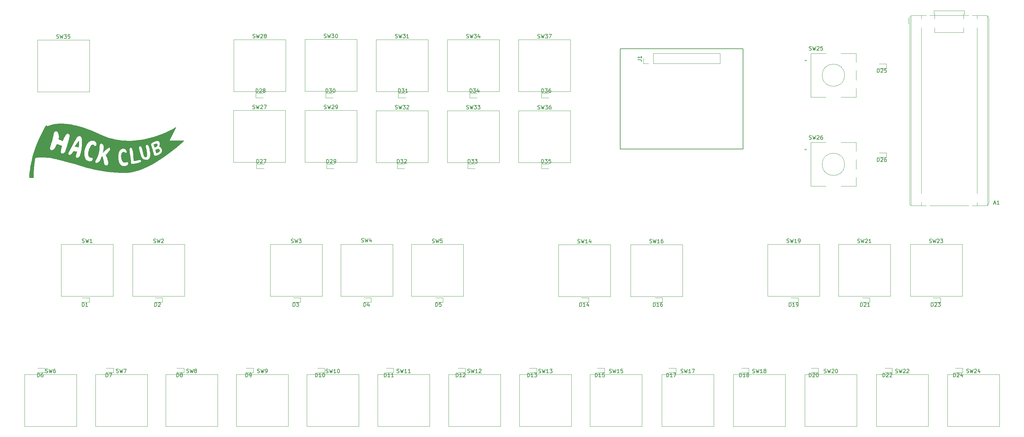
<source format=gbr>
%TF.GenerationSoftware,KiCad,Pcbnew,9.0.6+dfsg-1*%
%TF.CreationDate,2025-12-17T11:12:38+09:00*%
%TF.ProjectId,minimidi,6d696e69-6d69-4646-992e-6b696361645f,rev?*%
%TF.SameCoordinates,Original*%
%TF.FileFunction,Legend,Top*%
%TF.FilePolarity,Positive*%
%FSLAX46Y46*%
G04 Gerber Fmt 4.6, Leading zero omitted, Abs format (unit mm)*
G04 Created by KiCad (PCBNEW 9.0.6+dfsg-1) date 2025-12-17 11:12:38*
%MOMM*%
%LPD*%
G01*
G04 APERTURE LIST*
%ADD10C,0.000000*%
%ADD11C,0.200000*%
%ADD12C,0.150000*%
%ADD13C,0.120000*%
G04 APERTURE END LIST*
D10*
G36*
X23500000Y-60500000D02*
G01*
X23513933Y-60500888D01*
X23528296Y-60502409D01*
X23542312Y-60504719D01*
X23555224Y-60507924D01*
X23567063Y-60511984D01*
X23577862Y-60516858D01*
X23587652Y-60522504D01*
X23596465Y-60528883D01*
X23604333Y-60535954D01*
X23611287Y-60543675D01*
X23617361Y-60552007D01*
X23622584Y-60560908D01*
X23626989Y-60570338D01*
X23630608Y-60580256D01*
X23633473Y-60590622D01*
X23635616Y-60601395D01*
X23637067Y-60612533D01*
X23637860Y-60623998D01*
X23638025Y-60635746D01*
X23637595Y-60647739D01*
X23636601Y-60659935D01*
X23635076Y-60672294D01*
X23633051Y-60684775D01*
X23630557Y-60697337D01*
X23624293Y-60722542D01*
X23616537Y-60747584D01*
X23607545Y-60772136D01*
X23597570Y-60795875D01*
X23586867Y-60818474D01*
X23305801Y-61412047D01*
X23019484Y-62043936D01*
X22664484Y-62859835D01*
X22262179Y-63830201D01*
X22049968Y-64364076D01*
X21833949Y-64925490D01*
X21616794Y-65510749D01*
X21401174Y-66116159D01*
X21189763Y-66738029D01*
X20985232Y-67372665D01*
X20798203Y-68014298D01*
X20636309Y-68656020D01*
X20497746Y-69292437D01*
X20380712Y-69918157D01*
X20283403Y-70527787D01*
X20204016Y-71115934D01*
X20091795Y-72206208D01*
X20029624Y-73145835D01*
X20003076Y-73891674D01*
X19999149Y-74629413D01*
X18824537Y-74629413D01*
X18831110Y-74357236D01*
X18868419Y-73832359D01*
X18944836Y-73090430D01*
X19068733Y-72167096D01*
X19151104Y-71648542D01*
X19248484Y-71098005D01*
X19361921Y-70519941D01*
X19492460Y-69918805D01*
X19641149Y-69299053D01*
X19809035Y-68665142D01*
X19997162Y-68021528D01*
X20206580Y-67372665D01*
X20670208Y-66090298D01*
X21162462Y-64865325D01*
X21657867Y-63730899D01*
X22130948Y-62720174D01*
X22556228Y-61866303D01*
X22908233Y-61202440D01*
X23161486Y-60761736D01*
X23290513Y-60577346D01*
X23294352Y-60573317D01*
X23299131Y-60568740D01*
X23305799Y-60562863D01*
X23314342Y-60555992D01*
X23324747Y-60548434D01*
X23330644Y-60544493D01*
X23337001Y-60540495D01*
X23343817Y-60536478D01*
X23351091Y-60532480D01*
X23358820Y-60528541D01*
X23367002Y-60524697D01*
X23375638Y-60520988D01*
X23384723Y-60517451D01*
X23394258Y-60514125D01*
X23404240Y-60511049D01*
X23414668Y-60508260D01*
X23425539Y-60505796D01*
X23436853Y-60503697D01*
X23448608Y-60502000D01*
X23460801Y-60500743D01*
X23473432Y-60499965D01*
X23486499Y-60499705D01*
X23500000Y-60500000D01*
G37*
G36*
X27795301Y-60031700D02*
G01*
X28701282Y-60088918D01*
X29697462Y-60211186D01*
X30229939Y-60299728D01*
X30785640Y-60408148D01*
X31364790Y-60537653D01*
X31967614Y-60689449D01*
X32594336Y-60864739D01*
X33245181Y-61064731D01*
X33920374Y-61290629D01*
X34620140Y-61543638D01*
X35344704Y-61824966D01*
X36094289Y-62135816D01*
X36869122Y-62477395D01*
X37669426Y-62850908D01*
X38547189Y-63243680D01*
X39423979Y-63581916D01*
X40298363Y-63868170D01*
X41168908Y-64104996D01*
X42034182Y-64294948D01*
X42892753Y-64440579D01*
X43743188Y-64544442D01*
X44584055Y-64609093D01*
X45413921Y-64637083D01*
X46231354Y-64630968D01*
X47034922Y-64593300D01*
X47823191Y-64526634D01*
X48594730Y-64433522D01*
X49348106Y-64316520D01*
X50081887Y-64178180D01*
X50794640Y-64021056D01*
X52151333Y-63660672D01*
X53406726Y-63255796D01*
X54549358Y-62826860D01*
X55567771Y-62394291D01*
X56450505Y-61978520D01*
X57186100Y-61599977D01*
X58170036Y-61036290D01*
X58175418Y-61033386D01*
X58180992Y-61031183D01*
X58186729Y-61029650D01*
X58192599Y-61028761D01*
X58198572Y-61028487D01*
X58204619Y-61028799D01*
X58210710Y-61029668D01*
X58216814Y-61031068D01*
X58222904Y-61032969D01*
X58228948Y-61035342D01*
X58234917Y-61038160D01*
X58240782Y-61041395D01*
X58246512Y-61045017D01*
X58252078Y-61048998D01*
X58257450Y-61053310D01*
X58262599Y-61057925D01*
X58267495Y-61062815D01*
X58272107Y-61067950D01*
X58276407Y-61073302D01*
X58280365Y-61078844D01*
X58283950Y-61084547D01*
X58287134Y-61090382D01*
X58289886Y-61096321D01*
X58292177Y-61102336D01*
X58293977Y-61108398D01*
X58295257Y-61114478D01*
X58295986Y-61120550D01*
X58296135Y-61126583D01*
X58295674Y-61132551D01*
X58294574Y-61138423D01*
X58292805Y-61144173D01*
X58290336Y-61149772D01*
X56585171Y-64468948D01*
X56582834Y-64473878D01*
X56580863Y-64478853D01*
X56579250Y-64483861D01*
X56577988Y-64488887D01*
X56577068Y-64493919D01*
X56576484Y-64498944D01*
X56576227Y-64503949D01*
X56576291Y-64508920D01*
X56576666Y-64513846D01*
X56577346Y-64518712D01*
X56578323Y-64523505D01*
X56579589Y-64528213D01*
X56581137Y-64532822D01*
X56582959Y-64537320D01*
X56585046Y-64541693D01*
X56587393Y-64545928D01*
X56589990Y-64550012D01*
X56592831Y-64553932D01*
X56595907Y-64557676D01*
X56599211Y-64561229D01*
X56602736Y-64564579D01*
X56606473Y-64567713D01*
X56610414Y-64570618D01*
X56614554Y-64573281D01*
X56618882Y-64575688D01*
X56623393Y-64577827D01*
X56628078Y-64579684D01*
X56632929Y-64581246D01*
X56637939Y-64582501D01*
X56643101Y-64583436D01*
X56648406Y-64584036D01*
X56653847Y-64584290D01*
X58031473Y-64595685D01*
X59125573Y-64595639D01*
X60375170Y-64585220D01*
X60381812Y-64585370D01*
X60388261Y-64585982D01*
X60394505Y-64587037D01*
X60400534Y-64588514D01*
X60406336Y-64590390D01*
X60411900Y-64592645D01*
X60417214Y-64595259D01*
X60422267Y-64598209D01*
X60427047Y-64601475D01*
X60431544Y-64605036D01*
X60435745Y-64608870D01*
X60439640Y-64612957D01*
X60443216Y-64617276D01*
X60446464Y-64621805D01*
X60449370Y-64626524D01*
X60451925Y-64631410D01*
X60454116Y-64636444D01*
X60455932Y-64641604D01*
X60457362Y-64646870D01*
X60458395Y-64652219D01*
X60459018Y-64657631D01*
X60459221Y-64663085D01*
X60458993Y-64668560D01*
X60458321Y-64674034D01*
X60457195Y-64679487D01*
X60455603Y-64684898D01*
X60453534Y-64690245D01*
X60450976Y-64695507D01*
X60447918Y-64700664D01*
X60444349Y-64705694D01*
X60440258Y-64710576D01*
X60435632Y-64715290D01*
X59686460Y-65400762D01*
X58380069Y-66525151D01*
X56619683Y-67925004D01*
X55601499Y-68677150D01*
X54508524Y-69436867D01*
X53353663Y-70183724D01*
X52149817Y-70897290D01*
X50909889Y-71557131D01*
X49646783Y-72142818D01*
X48373401Y-72633918D01*
X47736889Y-72837614D01*
X47102646Y-73010000D01*
X46472286Y-73148525D01*
X45847422Y-73250633D01*
X45229665Y-73313770D01*
X44620629Y-73335384D01*
X43353684Y-73316850D01*
X42155762Y-73263222D01*
X41021199Y-73177456D01*
X39944331Y-73062511D01*
X38919491Y-72921345D01*
X37941016Y-72756916D01*
X37003240Y-72572182D01*
X36100498Y-72370101D01*
X35227126Y-72153631D01*
X34377458Y-71925730D01*
X32726576Y-71447469D01*
X31102531Y-70958981D01*
X29460006Y-70483931D01*
X28845592Y-70318156D01*
X36603902Y-70318156D01*
X36607744Y-70366088D01*
X36616648Y-70410713D01*
X36630431Y-70451790D01*
X36648907Y-70489082D01*
X36671890Y-70522348D01*
X36699195Y-70551350D01*
X36730637Y-70575848D01*
X36766031Y-70595603D01*
X36805191Y-70610376D01*
X36847933Y-70619927D01*
X36894070Y-70624017D01*
X36943419Y-70622407D01*
X36995793Y-70614858D01*
X37051007Y-70601131D01*
X37108877Y-70580985D01*
X37169217Y-70554182D01*
X37231841Y-70520483D01*
X37296565Y-70479649D01*
X37363203Y-70431439D01*
X37431570Y-70375616D01*
X37501481Y-70311939D01*
X37572750Y-70240169D01*
X37645193Y-70160068D01*
X37718624Y-70071396D01*
X37792858Y-69973913D01*
X37867709Y-69867380D01*
X37904272Y-69811831D01*
X37940955Y-69748012D01*
X37977417Y-69677560D01*
X38013315Y-69602109D01*
X38048307Y-69523296D01*
X38082051Y-69442755D01*
X38144427Y-69283035D01*
X38197706Y-69136032D01*
X38239150Y-69014830D01*
X38275590Y-68902168D01*
X38624097Y-68862945D01*
X38785090Y-69604677D01*
X38910556Y-70235703D01*
X38962431Y-70529883D01*
X38998648Y-70776937D01*
X39008271Y-70828135D01*
X39022861Y-70877721D01*
X39042076Y-70925481D01*
X39065572Y-70971203D01*
X39093006Y-71014673D01*
X39124036Y-71055678D01*
X39158319Y-71094006D01*
X39195511Y-71129442D01*
X39235269Y-71161775D01*
X39277251Y-71190792D01*
X39321114Y-71216278D01*
X39366513Y-71238022D01*
X39413108Y-71255809D01*
X39460553Y-71269428D01*
X39508507Y-71278665D01*
X39556626Y-71283306D01*
X39604568Y-71283140D01*
X39651989Y-71277952D01*
X39698546Y-71267531D01*
X39743897Y-71251662D01*
X39787698Y-71230133D01*
X39829606Y-71202731D01*
X39869278Y-71169242D01*
X39906372Y-71129454D01*
X39940544Y-71083154D01*
X39971451Y-71030128D01*
X39998750Y-70970164D01*
X40022098Y-70903048D01*
X40041153Y-70828568D01*
X40055571Y-70746510D01*
X40065009Y-70656662D01*
X40069124Y-70558810D01*
X40051515Y-70412902D01*
X40024788Y-70254639D01*
X39988711Y-70083961D01*
X39943054Y-69900811D01*
X39887585Y-69705130D01*
X39822075Y-69496859D01*
X39746291Y-69275940D01*
X39660002Y-69042313D01*
X39636469Y-68978517D01*
X42795165Y-68978517D01*
X42797020Y-69168351D01*
X42803540Y-69311157D01*
X42813482Y-69450040D01*
X42826822Y-69584926D01*
X42843535Y-69715739D01*
X42863596Y-69842406D01*
X42886981Y-69964853D01*
X42913664Y-70083003D01*
X42943621Y-70196784D01*
X42976827Y-70306120D01*
X43013256Y-70410937D01*
X43052884Y-70511161D01*
X43095687Y-70606717D01*
X43141639Y-70697530D01*
X43190715Y-70783526D01*
X43242891Y-70864630D01*
X43298141Y-70940768D01*
X43356441Y-71011866D01*
X43417766Y-71077848D01*
X43482092Y-71138641D01*
X43549392Y-71194170D01*
X43619643Y-71244360D01*
X43692819Y-71289137D01*
X43768896Y-71328426D01*
X43847849Y-71362153D01*
X43929652Y-71390243D01*
X44014282Y-71412622D01*
X44101712Y-71429216D01*
X44191919Y-71439949D01*
X44284877Y-71444747D01*
X44380562Y-71443536D01*
X44478949Y-71436241D01*
X44580012Y-71422788D01*
X44678498Y-71404474D01*
X44769354Y-71382828D01*
X44852855Y-71358103D01*
X44929276Y-71330550D01*
X44998894Y-71300420D01*
X45061983Y-71267965D01*
X45118821Y-71233435D01*
X45169683Y-71197084D01*
X45214844Y-71159162D01*
X45254580Y-71119920D01*
X45289167Y-71079611D01*
X45318881Y-71038485D01*
X45343997Y-70996794D01*
X45364791Y-70954791D01*
X45381539Y-70912725D01*
X45394516Y-70870849D01*
X45403999Y-70829414D01*
X45410263Y-70788671D01*
X45413584Y-70748873D01*
X45414237Y-70710271D01*
X45412499Y-70673115D01*
X45408645Y-70637658D01*
X45402950Y-70604151D01*
X45395691Y-70572846D01*
X45387143Y-70543994D01*
X45377582Y-70517846D01*
X45367284Y-70494655D01*
X45356525Y-70474671D01*
X45345580Y-70458146D01*
X45334724Y-70445332D01*
X45324235Y-70436479D01*
X45314386Y-70431840D01*
X45299883Y-70427168D01*
X45286079Y-70421303D01*
X45257706Y-70407947D01*
X45241709Y-70401429D01*
X45223551Y-70395669D01*
X45202518Y-70391152D01*
X45177895Y-70388367D01*
X45148967Y-70387800D01*
X45115019Y-70389939D01*
X45075337Y-70395271D01*
X45029205Y-70404283D01*
X44975910Y-70417462D01*
X44914736Y-70435295D01*
X44844968Y-70458271D01*
X44765892Y-70486875D01*
X44724215Y-70501585D01*
X44683178Y-70514133D01*
X44642769Y-70524497D01*
X44602979Y-70532654D01*
X44563796Y-70538582D01*
X44525212Y-70542257D01*
X44487216Y-70543658D01*
X44449797Y-70542762D01*
X44412945Y-70539545D01*
X44376650Y-70533987D01*
X44340902Y-70526063D01*
X44305691Y-70515751D01*
X44271006Y-70503029D01*
X44236837Y-70487874D01*
X44203173Y-70470263D01*
X44170005Y-70450174D01*
X44137323Y-70427585D01*
X44105116Y-70402472D01*
X44073373Y-70374813D01*
X44042085Y-70344585D01*
X44011241Y-70311767D01*
X43980832Y-70276334D01*
X43950846Y-70238265D01*
X43921274Y-70197537D01*
X43892106Y-70154128D01*
X43863330Y-70108014D01*
X43806917Y-70007583D01*
X43751954Y-69896064D01*
X43698359Y-69773275D01*
X43664472Y-69681412D01*
X43633103Y-69580528D01*
X43604769Y-69471845D01*
X43579987Y-69356587D01*
X43559273Y-69235976D01*
X43543144Y-69111234D01*
X43532116Y-68983585D01*
X43526706Y-68854250D01*
X43527431Y-68724454D01*
X43534807Y-68595417D01*
X43549350Y-68468364D01*
X43571577Y-68344517D01*
X43602005Y-68225098D01*
X43641151Y-68111330D01*
X43664154Y-68056947D01*
X43689530Y-68004436D01*
X43717344Y-67953948D01*
X43747660Y-67905638D01*
X43757080Y-67891988D01*
X43766462Y-67878954D01*
X43775799Y-67866516D01*
X43785084Y-67854657D01*
X43794310Y-67843360D01*
X43803470Y-67832605D01*
X43821559Y-67812655D01*
X43839293Y-67794663D01*
X43856614Y-67778486D01*
X43873462Y-67763981D01*
X43889779Y-67751005D01*
X43905507Y-67739413D01*
X43920586Y-67729064D01*
X43934958Y-67719814D01*
X43948565Y-67711519D01*
X43994157Y-67685031D01*
X44013038Y-67674218D01*
X44031915Y-67664762D01*
X44050758Y-67656602D01*
X44069533Y-67649678D01*
X44088209Y-67643930D01*
X44106753Y-67639297D01*
X44125133Y-67635719D01*
X44143317Y-67633135D01*
X44161272Y-67631485D01*
X44178967Y-67630708D01*
X44196368Y-67630745D01*
X44213445Y-67631534D01*
X44230164Y-67633016D01*
X44246494Y-67635129D01*
X44262402Y-67637814D01*
X44277855Y-67641009D01*
X44292823Y-67644655D01*
X44307272Y-67648691D01*
X44334486Y-67657692D01*
X44359239Y-67667528D01*
X44381274Y-67677716D01*
X44400333Y-67687772D01*
X44416158Y-67697213D01*
X44428492Y-67705555D01*
X44437075Y-67712316D01*
X44488629Y-67748095D01*
X44537551Y-67778998D01*
X44583867Y-67805190D01*
X44627603Y-67826840D01*
X44668784Y-67844113D01*
X44707437Y-67857177D01*
X44743588Y-67866198D01*
X44777262Y-67871344D01*
X44808486Y-67872781D01*
X44837285Y-67870676D01*
X44863685Y-67865196D01*
X44887713Y-67856508D01*
X44909394Y-67844778D01*
X44928753Y-67830174D01*
X44945818Y-67812863D01*
X44960614Y-67793010D01*
X44973167Y-67770784D01*
X44983503Y-67746351D01*
X44991647Y-67719877D01*
X44997626Y-67691530D01*
X45001465Y-67661477D01*
X45003191Y-67629884D01*
X45002830Y-67596919D01*
X45000407Y-67562747D01*
X44995948Y-67527537D01*
X44989479Y-67491454D01*
X44981026Y-67454666D01*
X44970616Y-67417340D01*
X44958273Y-67379642D01*
X44944025Y-67341739D01*
X44927896Y-67303798D01*
X44909913Y-67265987D01*
X44867464Y-67208367D01*
X44824058Y-67154107D01*
X44785214Y-67109564D01*
X45811254Y-67109564D01*
X45814392Y-67223877D01*
X45821486Y-67346377D01*
X45845778Y-67612108D01*
X45880599Y-67899099D01*
X45922419Y-68199693D01*
X46012932Y-68811054D01*
X46054562Y-69106506D01*
X46089067Y-69384928D01*
X46170850Y-70157322D01*
X46186881Y-70294076D01*
X46204618Y-70425782D01*
X46225799Y-70561186D01*
X46252159Y-70709034D01*
X46265398Y-70745254D01*
X46289850Y-70775639D01*
X46324761Y-70800490D01*
X46369379Y-70820109D01*
X46422950Y-70834797D01*
X46484722Y-70844855D01*
X46553942Y-70850584D01*
X46629856Y-70852286D01*
X46798754Y-70844814D01*
X46985395Y-70824850D01*
X47183752Y-70794803D01*
X47387803Y-70757084D01*
X47788887Y-70668274D01*
X48140452Y-70577705D01*
X48394305Y-70504661D01*
X48502253Y-70468427D01*
X48513866Y-70462723D01*
X48529465Y-70456803D01*
X48570578Y-70442907D01*
X48595071Y-70434224D01*
X48621508Y-70423915D01*
X48649379Y-70411627D01*
X48678173Y-70397006D01*
X48707380Y-70379699D01*
X48721979Y-70369929D01*
X48736490Y-70359355D01*
X48750849Y-70347933D01*
X48764992Y-70335619D01*
X48778856Y-70322369D01*
X48792376Y-70308139D01*
X48805489Y-70292884D01*
X48818132Y-70276561D01*
X48830239Y-70259126D01*
X48841749Y-70240534D01*
X48852596Y-70220742D01*
X48862717Y-70199704D01*
X48872048Y-70177378D01*
X48880526Y-70153718D01*
X48888787Y-70130279D01*
X48893830Y-70107684D01*
X48895798Y-70085943D01*
X48894836Y-70065065D01*
X48891088Y-70045062D01*
X48884698Y-70025943D01*
X48875810Y-70007718D01*
X48864570Y-69990398D01*
X48851121Y-69973993D01*
X48835607Y-69958512D01*
X48818174Y-69943966D01*
X48798964Y-69930366D01*
X48778123Y-69917721D01*
X48755795Y-69906042D01*
X48707255Y-69885620D01*
X48654499Y-69869182D01*
X48598681Y-69856809D01*
X48540955Y-69848583D01*
X48482477Y-69844585D01*
X48424400Y-69844896D01*
X48367880Y-69849597D01*
X48314072Y-69858769D01*
X48264128Y-69872494D01*
X48139701Y-69909505D01*
X47968669Y-69952601D01*
X47768568Y-69996048D01*
X47663096Y-70016112D01*
X47556932Y-70034114D01*
X47452269Y-70049337D01*
X47351298Y-70061066D01*
X47256212Y-70068583D01*
X47169201Y-70071171D01*
X47092459Y-70068115D01*
X47058623Y-70064247D01*
X47028177Y-70058698D01*
X47001393Y-70051380D01*
X46978546Y-70042202D01*
X46959911Y-70031076D01*
X46945760Y-70017912D01*
X46924258Y-69972632D01*
X46906510Y-69895865D01*
X46891751Y-69790946D01*
X46879217Y-69661210D01*
X46836016Y-68960772D01*
X46807865Y-68548338D01*
X46767187Y-68129992D01*
X46740237Y-67926937D01*
X46707860Y-67732407D01*
X46669290Y-67549736D01*
X46623762Y-67382259D01*
X46614164Y-67325799D01*
X46604080Y-67271578D01*
X46593528Y-67219563D01*
X46582528Y-67169725D01*
X46571097Y-67122032D01*
X46559256Y-67076455D01*
X46547023Y-67032962D01*
X46534418Y-66991522D01*
X46521458Y-66952106D01*
X46508163Y-66914682D01*
X46494552Y-66879219D01*
X46480643Y-66845688D01*
X46466457Y-66814057D01*
X46452011Y-66784296D01*
X46437325Y-66756373D01*
X46422417Y-66730259D01*
X46407307Y-66705922D01*
X46392013Y-66683332D01*
X46376554Y-66662459D01*
X46360950Y-66643271D01*
X46345218Y-66625738D01*
X46329379Y-66609829D01*
X46313451Y-66595513D01*
X46297453Y-66582760D01*
X46281403Y-66571540D01*
X46265322Y-66561821D01*
X46249227Y-66553572D01*
X46233138Y-66546764D01*
X46217073Y-66541365D01*
X46201052Y-66537345D01*
X46185094Y-66534673D01*
X46169216Y-66533318D01*
X46169216Y-66533320D01*
X46151345Y-66533338D01*
X46133629Y-66534964D01*
X46116097Y-66538153D01*
X46098776Y-66542860D01*
X46081694Y-66549040D01*
X46064877Y-66556649D01*
X46048355Y-66565642D01*
X46032154Y-66575974D01*
X46016302Y-66587602D01*
X46000826Y-66600479D01*
X45971112Y-66629804D01*
X45943235Y-66663593D01*
X45917412Y-66701489D01*
X45893866Y-66743132D01*
X45872815Y-66788167D01*
X45854481Y-66836235D01*
X45839082Y-66886979D01*
X45826840Y-66940042D01*
X45817975Y-66995065D01*
X45812706Y-67051692D01*
X45811254Y-67109564D01*
X44785214Y-67109564D01*
X44779707Y-67103249D01*
X44734423Y-67055837D01*
X44688217Y-67011913D01*
X44641102Y-66971520D01*
X44593089Y-66934702D01*
X44544190Y-66901501D01*
X44494417Y-66871961D01*
X44443782Y-66846125D01*
X44392296Y-66824035D01*
X44339971Y-66805734D01*
X44286819Y-66791266D01*
X44232853Y-66780674D01*
X44178082Y-66774000D01*
X44122521Y-66771289D01*
X44078767Y-66771947D01*
X44034549Y-66775049D01*
X43989870Y-66780615D01*
X43944738Y-66788666D01*
X43899156Y-66799221D01*
X43853132Y-66812300D01*
X43806669Y-66827923D01*
X43759774Y-66846110D01*
X43712452Y-66866881D01*
X43664708Y-66890256D01*
X43616549Y-66916255D01*
X43567978Y-66944898D01*
X43519003Y-66976205D01*
X43469627Y-67010195D01*
X43419857Y-67046890D01*
X43369699Y-67086308D01*
X43302447Y-67158338D01*
X43238565Y-67237900D01*
X43178229Y-67325039D01*
X43121616Y-67419803D01*
X43068903Y-67522236D01*
X43020266Y-67632384D01*
X42975883Y-67750295D01*
X42935931Y-67876013D01*
X42900585Y-68009585D01*
X42870024Y-68151056D01*
X42844423Y-68300473D01*
X42823960Y-68457882D01*
X42808811Y-68623328D01*
X42799154Y-68796858D01*
X42795165Y-68978517D01*
X39636469Y-68978517D01*
X39632636Y-68968127D01*
X39601329Y-68890803D01*
X39560851Y-68800353D01*
X39537778Y-68753416D01*
X39513137Y-68707049D01*
X39487170Y-68662537D01*
X39460119Y-68621163D01*
X39432227Y-68584212D01*
X39418040Y-68567796D01*
X39403733Y-68552967D01*
X39389337Y-68539886D01*
X39374881Y-68528713D01*
X39360396Y-68519608D01*
X39345913Y-68512733D01*
X39518626Y-68336006D01*
X39697859Y-68145948D01*
X39906424Y-67915514D01*
X40119882Y-67665272D01*
X40220809Y-67539149D01*
X40313793Y-67415786D01*
X40395782Y-67297754D01*
X40463719Y-67187624D01*
X40514549Y-67087967D01*
X40532595Y-67042868D01*
X40545219Y-67001352D01*
X40562009Y-66920164D01*
X40571053Y-66843446D01*
X40571841Y-66772510D01*
X40568980Y-66739620D01*
X40563864Y-66708667D01*
X40556429Y-66679815D01*
X40546612Y-66653228D01*
X40534348Y-66629071D01*
X40519574Y-66607506D01*
X40502227Y-66588697D01*
X40482243Y-66572810D01*
X40459557Y-66560007D01*
X40434107Y-66550453D01*
X40405829Y-66544311D01*
X40374658Y-66541745D01*
X40340531Y-66542920D01*
X40303385Y-66547999D01*
X40263156Y-66557146D01*
X40219780Y-66570524D01*
X40173193Y-66588299D01*
X40123332Y-66610634D01*
X40070132Y-66637693D01*
X40013531Y-66669639D01*
X39953465Y-66706637D01*
X39889869Y-66748850D01*
X39822681Y-66796443D01*
X39751836Y-66849579D01*
X39677270Y-66908422D01*
X39598921Y-66973137D01*
X39520862Y-67039419D01*
X39447117Y-67102873D01*
X39377564Y-67163544D01*
X39312085Y-67221482D01*
X39250557Y-67276733D01*
X39192861Y-67329345D01*
X39138877Y-67379366D01*
X39088484Y-67426843D01*
X39041561Y-67471823D01*
X38997989Y-67514355D01*
X38957647Y-67554485D01*
X38920415Y-67592261D01*
X38886173Y-67627732D01*
X38854799Y-67660943D01*
X38826174Y-67691944D01*
X38800177Y-67720781D01*
X38755588Y-67772155D01*
X38720067Y-67815444D01*
X38692653Y-67851030D01*
X38672382Y-67879294D01*
X38658291Y-67900614D01*
X38649419Y-67915372D01*
X38643476Y-67926722D01*
X38674966Y-67773676D01*
X38706813Y-67602256D01*
X38742718Y-67385249D01*
X38777670Y-67135912D01*
X38806660Y-66867505D01*
X38817354Y-66730293D01*
X38824680Y-66593284D01*
X38826788Y-66507723D01*
X48351475Y-66507723D01*
X48351729Y-66545878D01*
X48354665Y-66585098D01*
X48375864Y-66743745D01*
X48406407Y-66909586D01*
X48448511Y-67094114D01*
X48504391Y-67308818D01*
X48666341Y-67874724D01*
X48909980Y-68699233D01*
X48949812Y-68812453D01*
X48993669Y-68917659D01*
X49041231Y-69015136D01*
X49092177Y-69105167D01*
X49146188Y-69188036D01*
X49202943Y-69264027D01*
X49262122Y-69333425D01*
X49323406Y-69396512D01*
X49386474Y-69453574D01*
X49451006Y-69504893D01*
X49516683Y-69550754D01*
X49583183Y-69591440D01*
X49650187Y-69627236D01*
X49717375Y-69658426D01*
X49784426Y-69685292D01*
X49851021Y-69708120D01*
X49916840Y-69727193D01*
X49981562Y-69742795D01*
X50106437Y-69764722D01*
X50223084Y-69776171D01*
X50328943Y-69779415D01*
X50421453Y-69776725D01*
X50498055Y-69770371D01*
X50593287Y-69755758D01*
X50641623Y-69742823D01*
X50687562Y-69727699D01*
X50731179Y-69710477D01*
X50772552Y-69691247D01*
X50811757Y-69670101D01*
X50848870Y-69647128D01*
X50883968Y-69622421D01*
X50917127Y-69596070D01*
X50948423Y-69568166D01*
X50977933Y-69538800D01*
X51005733Y-69508063D01*
X51031900Y-69476046D01*
X51079638Y-69408533D01*
X51121759Y-69336991D01*
X51158874Y-69262145D01*
X51191593Y-69184723D01*
X51220529Y-69105453D01*
X51246291Y-69025062D01*
X51290741Y-68863825D01*
X51329831Y-68706830D01*
X51346135Y-68617726D01*
X51355450Y-68512237D01*
X51358255Y-68392172D01*
X51355030Y-68259341D01*
X51346253Y-68115553D01*
X51332404Y-67962617D01*
X51291407Y-67636539D01*
X51235874Y-67295585D01*
X51169638Y-66954229D01*
X51096533Y-66626947D01*
X51020394Y-66328215D01*
X50993614Y-66259556D01*
X50964950Y-66194787D01*
X50934593Y-66133985D01*
X50902733Y-66077226D01*
X50869560Y-66024588D01*
X50852540Y-65999837D01*
X50835262Y-65976146D01*
X50817751Y-65953523D01*
X50800030Y-65931978D01*
X50782124Y-65911520D01*
X50764054Y-65892160D01*
X50745846Y-65873906D01*
X50727523Y-65856769D01*
X50709109Y-65840757D01*
X50690627Y-65825881D01*
X50672102Y-65812149D01*
X50653556Y-65799573D01*
X50635014Y-65788160D01*
X50616500Y-65777921D01*
X50598036Y-65768866D01*
X50579647Y-65761003D01*
X50561356Y-65754343D01*
X50543188Y-65748895D01*
X50525166Y-65744668D01*
X50507313Y-65741673D01*
X50489653Y-65739918D01*
X50472211Y-65739414D01*
X50445565Y-65741137D01*
X50419592Y-65745945D01*
X50394380Y-65753874D01*
X50370019Y-65764959D01*
X50346597Y-65779237D01*
X50324203Y-65796742D01*
X50302927Y-65817512D01*
X50282858Y-65841580D01*
X50264083Y-65868985D01*
X50246694Y-65899761D01*
X50230777Y-65933943D01*
X50216424Y-65971569D01*
X50203721Y-66012674D01*
X50192759Y-66057293D01*
X50183627Y-66105462D01*
X50176413Y-66157218D01*
X50176676Y-66194417D01*
X50179224Y-66233308D01*
X50183883Y-66273905D01*
X50190481Y-66316224D01*
X50208803Y-66406088D01*
X50232805Y-66503019D01*
X50292318Y-66718568D01*
X50325062Y-66837426D01*
X50357953Y-66963835D01*
X50404108Y-67242666D01*
X50447952Y-67529798D01*
X50485248Y-67816788D01*
X50500116Y-67957591D01*
X50511759Y-68095193D01*
X50519647Y-68228537D01*
X50523250Y-68356569D01*
X50522039Y-68478234D01*
X50515484Y-68592475D01*
X50503055Y-68698237D01*
X50484224Y-68794466D01*
X50458461Y-68880106D01*
X50442814Y-68918625D01*
X50425235Y-68954101D01*
X50408971Y-68975693D01*
X50391673Y-68995621D01*
X50373407Y-69013898D01*
X50354242Y-69030538D01*
X50334246Y-69045554D01*
X50313488Y-69058959D01*
X50292034Y-69070767D01*
X50269952Y-69080990D01*
X50247312Y-69089642D01*
X50224180Y-69096736D01*
X50200625Y-69102286D01*
X50176715Y-69106305D01*
X50152517Y-69108806D01*
X50128100Y-69109802D01*
X50103531Y-69109307D01*
X50078879Y-69107333D01*
X50054211Y-69103895D01*
X50029596Y-69099006D01*
X50005101Y-69092678D01*
X49980794Y-69084925D01*
X49956743Y-69075761D01*
X49933017Y-69065198D01*
X49909683Y-69053250D01*
X49886809Y-69039930D01*
X49864463Y-69025252D01*
X49842713Y-69009228D01*
X49821627Y-68991872D01*
X49801273Y-68973198D01*
X49781719Y-68953218D01*
X49763032Y-68931946D01*
X49745282Y-68909395D01*
X49728535Y-68885578D01*
X49670413Y-68754937D01*
X49614337Y-68606519D01*
X49560220Y-68443351D01*
X49507973Y-68268461D01*
X49408742Y-67895624D01*
X49315945Y-67512224D01*
X49228881Y-67142480D01*
X49146850Y-66810609D01*
X49107504Y-66666445D01*
X49069153Y-66540830D01*
X49031711Y-66436793D01*
X48995090Y-66357360D01*
X48970733Y-66316787D01*
X48945456Y-66280296D01*
X48919379Y-66247787D01*
X48892621Y-66219159D01*
X48865304Y-66194311D01*
X48837547Y-66173144D01*
X48809470Y-66155557D01*
X48781193Y-66141448D01*
X48752836Y-66130718D01*
X48724519Y-66123266D01*
X48696363Y-66118991D01*
X48668487Y-66117793D01*
X48641011Y-66119571D01*
X48614055Y-66124225D01*
X48587740Y-66131654D01*
X48562185Y-66141757D01*
X48537511Y-66154435D01*
X48513837Y-66169586D01*
X48491283Y-66187110D01*
X48469970Y-66206906D01*
X48450018Y-66228874D01*
X48431546Y-66252913D01*
X48414675Y-66278923D01*
X48399524Y-66306803D01*
X48386214Y-66336452D01*
X48374864Y-66367770D01*
X48365596Y-66400657D01*
X48358528Y-66435012D01*
X48353781Y-66470734D01*
X48351475Y-66507723D01*
X38826788Y-66507723D01*
X38828010Y-66458138D01*
X38826719Y-66326509D01*
X38830287Y-66279768D01*
X38831461Y-66233634D01*
X38830331Y-66188166D01*
X38826985Y-66143423D01*
X38821512Y-66099462D01*
X38814002Y-66056343D01*
X38804543Y-66014123D01*
X38793224Y-65972862D01*
X38780135Y-65932617D01*
X38765363Y-65893447D01*
X38748998Y-65855411D01*
X38731129Y-65818566D01*
X38711845Y-65782971D01*
X38691235Y-65748686D01*
X38669387Y-65715767D01*
X38646391Y-65684274D01*
X38622335Y-65654264D01*
X38597308Y-65625797D01*
X38571400Y-65598931D01*
X38556546Y-65584907D01*
X51605606Y-65584907D01*
X51605944Y-65601141D01*
X51608578Y-65633077D01*
X51613128Y-65664366D01*
X51618765Y-65695079D01*
X51629969Y-65755072D01*
X52036569Y-67085945D01*
X52318267Y-68047081D01*
X52412637Y-68396691D01*
X52439943Y-68513147D01*
X52450849Y-68580946D01*
X52453216Y-68591114D01*
X52457433Y-68600635D01*
X52463435Y-68609513D01*
X52471160Y-68617753D01*
X52480545Y-68625356D01*
X52491525Y-68632327D01*
X52518018Y-68644385D01*
X52550132Y-68653958D01*
X52587361Y-68661072D01*
X52629195Y-68665757D01*
X52675129Y-68668040D01*
X52724654Y-68667950D01*
X52777263Y-68665516D01*
X52832448Y-68660766D01*
X52889702Y-68653728D01*
X52948518Y-68644431D01*
X53008387Y-68632903D01*
X53068802Y-68619174D01*
X53129257Y-68603270D01*
X53303058Y-68541488D01*
X53466295Y-68475366D01*
X53618744Y-68405142D01*
X53690854Y-68368566D01*
X53760185Y-68331055D01*
X53826707Y-68292638D01*
X53890394Y-68253346D01*
X53951218Y-68213207D01*
X54009151Y-68172252D01*
X54064165Y-68130511D01*
X54116233Y-68088014D01*
X54165327Y-68044791D01*
X54211419Y-68000871D01*
X54254482Y-67956285D01*
X54294487Y-67911062D01*
X54331407Y-67865232D01*
X54365214Y-67818826D01*
X54395881Y-67771873D01*
X54423379Y-67724402D01*
X54447682Y-67676445D01*
X54468761Y-67628031D01*
X54486588Y-67579190D01*
X54501136Y-67529951D01*
X54512377Y-67480345D01*
X54520284Y-67430401D01*
X54524828Y-67380150D01*
X54525982Y-67329621D01*
X54523718Y-67278845D01*
X54518009Y-67227850D01*
X54500505Y-67127233D01*
X54477872Y-67029991D01*
X54464684Y-66982749D01*
X54450276Y-66936485D01*
X54434669Y-66891245D01*
X54417884Y-66847074D01*
X54399942Y-66804016D01*
X54380864Y-66762117D01*
X54360671Y-66721422D01*
X54339383Y-66681976D01*
X54317022Y-66643823D01*
X54293609Y-66607008D01*
X54269164Y-66571577D01*
X54243709Y-66537575D01*
X54217264Y-66505046D01*
X54189850Y-66474035D01*
X54161488Y-66444588D01*
X54132199Y-66416749D01*
X54102004Y-66390563D01*
X54070924Y-66366076D01*
X54038980Y-66343332D01*
X54006192Y-66322376D01*
X53972583Y-66303253D01*
X53938171Y-66286009D01*
X53902979Y-66270687D01*
X53867028Y-66257334D01*
X53830337Y-66245993D01*
X53792929Y-66236711D01*
X53754824Y-66229532D01*
X53716043Y-66224500D01*
X53736818Y-66180837D01*
X53759698Y-66129650D01*
X53788160Y-66061906D01*
X53820145Y-65979866D01*
X53853595Y-65885791D01*
X53886450Y-65781943D01*
X53902011Y-65727059D01*
X53916652Y-65670580D01*
X53922110Y-65637538D01*
X53926297Y-65604222D01*
X53929239Y-65570690D01*
X53930960Y-65536999D01*
X53931485Y-65503208D01*
X53930839Y-65469374D01*
X53929046Y-65435555D01*
X53926132Y-65401810D01*
X53917039Y-65334768D01*
X53903759Y-65268711D01*
X53886490Y-65204103D01*
X53865432Y-65141406D01*
X53840783Y-65081082D01*
X53812743Y-65023593D01*
X53781510Y-64969404D01*
X53764759Y-64943690D01*
X53747284Y-64918975D01*
X53729111Y-64895316D01*
X53710263Y-64872770D01*
X53690767Y-64851397D01*
X53670647Y-64831252D01*
X53649927Y-64812395D01*
X53628634Y-64794883D01*
X53606790Y-64778773D01*
X53584423Y-64764125D01*
X53565016Y-64757363D01*
X53545439Y-64751033D01*
X53525689Y-64745136D01*
X53505765Y-64739669D01*
X53485667Y-64734633D01*
X53465392Y-64730027D01*
X53424309Y-64722105D01*
X53382504Y-64715899D01*
X53339968Y-64711405D01*
X53296691Y-64708619D01*
X53252661Y-64707539D01*
X53185181Y-64709109D01*
X53115945Y-64714507D01*
X53044915Y-64723722D01*
X52972054Y-64736744D01*
X52897325Y-64753563D01*
X52820689Y-64774171D01*
X52742110Y-64798556D01*
X52661550Y-64826710D01*
X52578972Y-64858622D01*
X52494338Y-64894283D01*
X52407611Y-64933683D01*
X52318754Y-64976812D01*
X52227728Y-65023660D01*
X52134497Y-65074219D01*
X52039023Y-65128476D01*
X51941269Y-65186424D01*
X51903172Y-65208526D01*
X51867945Y-65230257D01*
X51835483Y-65251627D01*
X51805683Y-65272646D01*
X51778440Y-65293322D01*
X51753652Y-65313665D01*
X51731213Y-65333682D01*
X51711020Y-65353384D01*
X51692969Y-65372780D01*
X51676956Y-65391878D01*
X51662878Y-65410687D01*
X51650629Y-65429218D01*
X51640107Y-65447477D01*
X51631207Y-65465476D01*
X51623826Y-65483222D01*
X51617859Y-65500725D01*
X51613203Y-65517994D01*
X51609753Y-65535037D01*
X51607407Y-65551865D01*
X51606059Y-65568485D01*
X51605606Y-65584907D01*
X38556546Y-65584907D01*
X38544699Y-65573723D01*
X38517295Y-65550234D01*
X38489275Y-65528520D01*
X38460729Y-65508641D01*
X38431746Y-65490654D01*
X38402415Y-65474619D01*
X38372825Y-65460593D01*
X38343065Y-65448636D01*
X38313223Y-65438805D01*
X38283389Y-65431158D01*
X38253651Y-65425756D01*
X38224098Y-65422654D01*
X38194820Y-65421913D01*
X38194820Y-65421915D01*
X38168517Y-65423340D01*
X38142581Y-65426810D01*
X38117080Y-65432367D01*
X38092080Y-65440057D01*
X38067647Y-65449922D01*
X38043849Y-65462006D01*
X38032209Y-65468894D01*
X38020753Y-65476352D01*
X38009488Y-65484387D01*
X37998424Y-65493004D01*
X37987569Y-65502209D01*
X37976931Y-65512006D01*
X37966518Y-65522401D01*
X37956339Y-65533400D01*
X37946402Y-65545008D01*
X37936715Y-65557231D01*
X37918127Y-65583542D01*
X37900641Y-65612376D01*
X37884323Y-65643778D01*
X37869241Y-65677789D01*
X37855461Y-65714455D01*
X37813437Y-65863142D01*
X37782793Y-66013736D01*
X37761255Y-66167160D01*
X37746547Y-66324334D01*
X37710508Y-67008983D01*
X37695819Y-67198742D01*
X37674309Y-67397784D01*
X37643702Y-67607031D01*
X37601722Y-67827405D01*
X37546093Y-68059827D01*
X37474541Y-68305220D01*
X37384791Y-68564506D01*
X37274566Y-68838605D01*
X37243175Y-68910810D01*
X37207352Y-68988894D01*
X37125672Y-69157525D01*
X37036058Y-69334140D01*
X36945040Y-69508383D01*
X36697548Y-69974505D01*
X36667122Y-70037258D01*
X36642870Y-70098138D01*
X36624607Y-70156908D01*
X36612148Y-70213327D01*
X36605308Y-70267156D01*
X36603902Y-70318156D01*
X28845592Y-70318156D01*
X27919514Y-70068292D01*
X26558571Y-69728524D01*
X25935022Y-69587262D01*
X25343871Y-69465173D01*
X24780956Y-69362327D01*
X24242112Y-69278791D01*
X23723178Y-69214634D01*
X23219989Y-69169925D01*
X22728383Y-69144733D01*
X22244198Y-69139126D01*
X21763269Y-69153173D01*
X21281434Y-69186943D01*
X20794530Y-69240503D01*
X20298395Y-69313924D01*
X20293007Y-69314641D01*
X20287683Y-69314998D01*
X20282431Y-69315008D01*
X20277263Y-69314680D01*
X20272188Y-69314025D01*
X20267216Y-69313056D01*
X20262359Y-69311783D01*
X20257625Y-69310217D01*
X20253026Y-69308369D01*
X20248572Y-69306251D01*
X20244272Y-69303873D01*
X20240137Y-69301246D01*
X20236178Y-69298382D01*
X20232404Y-69295292D01*
X20228825Y-69291987D01*
X20225453Y-69288477D01*
X20222297Y-69284775D01*
X20219367Y-69280890D01*
X20216674Y-69276835D01*
X20214228Y-69272620D01*
X20212039Y-69268257D01*
X20210117Y-69263755D01*
X20208473Y-69259128D01*
X20207117Y-69254385D01*
X20206059Y-69249538D01*
X20205309Y-69244597D01*
X20204878Y-69239575D01*
X20204775Y-69234482D01*
X20205012Y-69229328D01*
X20205597Y-69224126D01*
X20206543Y-69218887D01*
X20207858Y-69213620D01*
X20937608Y-66650982D01*
X24459326Y-66650982D01*
X24463670Y-66750926D01*
X24476946Y-66839297D01*
X24498521Y-66916445D01*
X24527760Y-66982724D01*
X24564027Y-67038486D01*
X24606688Y-67084082D01*
X24655109Y-67119866D01*
X24708653Y-67146188D01*
X24766686Y-67163402D01*
X24828573Y-67171859D01*
X24893680Y-67171912D01*
X24961371Y-67163913D01*
X25031012Y-67148214D01*
X25101968Y-67125168D01*
X25173603Y-67095126D01*
X25245284Y-67058440D01*
X25316374Y-67015463D01*
X25386239Y-66966548D01*
X25454245Y-66912045D01*
X25519756Y-66852308D01*
X25582138Y-66787688D01*
X25640755Y-66718539D01*
X25694973Y-66645211D01*
X25744157Y-66568057D01*
X25787672Y-66487430D01*
X25976711Y-66125242D01*
X26143137Y-65800757D01*
X26306709Y-65477414D01*
X27661511Y-65996762D01*
X27593028Y-66369041D01*
X27522422Y-66732650D01*
X27440904Y-67124135D01*
X27405807Y-67243932D01*
X27380004Y-67355161D01*
X27363025Y-67457945D01*
X27354402Y-67552404D01*
X27353664Y-67638661D01*
X27360342Y-67716836D01*
X27373967Y-67787052D01*
X27394070Y-67849429D01*
X27420180Y-67904091D01*
X27451828Y-67951157D01*
X27488546Y-67990750D01*
X27529863Y-68022991D01*
X27575310Y-68048001D01*
X27624417Y-68065903D01*
X27676716Y-68076818D01*
X27731736Y-68080867D01*
X27789009Y-68078172D01*
X27848064Y-68068854D01*
X27859370Y-68065891D01*
X29381239Y-68065891D01*
X29381489Y-68122384D01*
X29387310Y-68175803D01*
X29398497Y-68225729D01*
X29414849Y-68271739D01*
X29436161Y-68313414D01*
X29462233Y-68350333D01*
X29492859Y-68382074D01*
X29527838Y-68408217D01*
X29566967Y-68428341D01*
X29610043Y-68442026D01*
X29656863Y-68448850D01*
X29707224Y-68448392D01*
X29760923Y-68440232D01*
X29817757Y-68423950D01*
X29877524Y-68399123D01*
X29940020Y-68365332D01*
X30005043Y-68322156D01*
X30072390Y-68269173D01*
X30141857Y-68205964D01*
X30213243Y-68132106D01*
X30286344Y-68047180D01*
X30360957Y-67950764D01*
X30436879Y-67842438D01*
X30513908Y-67721781D01*
X30591841Y-67588372D01*
X30670474Y-67441791D01*
X31741727Y-67561472D01*
X31644710Y-67851237D01*
X31547035Y-68155915D01*
X31437559Y-68515988D01*
X31411391Y-68591152D01*
X31391639Y-68662296D01*
X31378030Y-68729378D01*
X31370289Y-68792357D01*
X31368141Y-68851192D01*
X31371313Y-68905840D01*
X31379531Y-68956261D01*
X31392519Y-69002413D01*
X31410004Y-69044253D01*
X31431712Y-69081742D01*
X31457368Y-69114836D01*
X31486697Y-69143495D01*
X31519427Y-69167678D01*
X31555282Y-69187341D01*
X31593988Y-69202445D01*
X31635271Y-69212946D01*
X31678856Y-69218805D01*
X31724470Y-69219979D01*
X31771838Y-69216427D01*
X31820686Y-69208106D01*
X31870740Y-69194977D01*
X31921725Y-69176996D01*
X31973367Y-69154123D01*
X32025392Y-69126316D01*
X32077525Y-69093533D01*
X32129493Y-69055733D01*
X32181020Y-69012875D01*
X32231834Y-68964916D01*
X32281659Y-68911815D01*
X32330221Y-68853531D01*
X32377246Y-68790022D01*
X32422460Y-68721247D01*
X32455173Y-68651563D01*
X32500134Y-68522283D01*
X32612084Y-68123321D01*
X33666928Y-68123321D01*
X33670364Y-68292298D01*
X33680882Y-68466422D01*
X33699763Y-68643282D01*
X33728288Y-68820469D01*
X33767738Y-68995572D01*
X33819395Y-69166184D01*
X33884540Y-69329892D01*
X33918829Y-69404393D01*
X33955829Y-69474257D01*
X33995322Y-69539639D01*
X34037093Y-69600690D01*
X34080923Y-69657564D01*
X34126597Y-69710415D01*
X34173897Y-69759394D01*
X34222606Y-69804655D01*
X34272507Y-69846351D01*
X34323383Y-69884635D01*
X34375018Y-69919660D01*
X34427195Y-69951578D01*
X34479696Y-69980544D01*
X34532304Y-70006709D01*
X34584803Y-70030227D01*
X34636976Y-70051251D01*
X34739476Y-70086428D01*
X34838066Y-70113463D01*
X34931013Y-70133582D01*
X35016581Y-70148007D01*
X35158636Y-70164672D01*
X35250348Y-70173251D01*
X35337077Y-70145041D01*
X35416481Y-70114943D01*
X35488829Y-70083135D01*
X35554388Y-70049795D01*
X35613426Y-70015103D01*
X35666210Y-69979236D01*
X35713007Y-69942373D01*
X35754086Y-69904692D01*
X35789713Y-69866373D01*
X35820157Y-69827594D01*
X35845684Y-69788533D01*
X35866563Y-69749368D01*
X35883061Y-69710279D01*
X35895445Y-69671444D01*
X35903983Y-69633041D01*
X35908942Y-69595249D01*
X35910591Y-69558247D01*
X35909196Y-69522213D01*
X35905025Y-69487325D01*
X35898346Y-69453762D01*
X35889426Y-69421703D01*
X35878533Y-69391327D01*
X35865934Y-69362810D01*
X35851897Y-69336334D01*
X35836690Y-69312075D01*
X35820579Y-69290212D01*
X35803833Y-69270924D01*
X35786719Y-69254389D01*
X35769504Y-69240787D01*
X35752456Y-69230295D01*
X35735843Y-69223092D01*
X35719932Y-69219356D01*
X35637889Y-69216931D01*
X35550348Y-69215606D01*
X35458829Y-69212247D01*
X35412052Y-69208826D01*
X35364850Y-69203723D01*
X35317413Y-69196545D01*
X35269930Y-69186902D01*
X35222591Y-69174401D01*
X35175587Y-69158652D01*
X35129106Y-69139262D01*
X35106121Y-69128080D01*
X35083339Y-69115840D01*
X35060783Y-69102495D01*
X35038476Y-69087995D01*
X35016443Y-69072292D01*
X34994706Y-69055335D01*
X34959451Y-69024453D01*
X34926808Y-68990891D01*
X34896697Y-68954806D01*
X34869036Y-68916354D01*
X34843743Y-68875691D01*
X34820738Y-68832973D01*
X34799939Y-68788356D01*
X34781265Y-68741997D01*
X34749964Y-68644677D01*
X34726184Y-68542261D01*
X34709274Y-68436001D01*
X34698582Y-68327144D01*
X34693457Y-68216941D01*
X34693248Y-68106641D01*
X34697304Y-67997495D01*
X34704973Y-67890751D01*
X34715603Y-67787659D01*
X34728544Y-67689469D01*
X34758752Y-67512794D01*
X34844891Y-67213464D01*
X34896466Y-67047913D01*
X34953754Y-66876650D01*
X35016785Y-66703331D01*
X35085592Y-66531615D01*
X35160206Y-66365159D01*
X35240657Y-66207622D01*
X35283082Y-66133341D01*
X35326978Y-66062661D01*
X35372349Y-65996039D01*
X35419200Y-65933933D01*
X35467533Y-65876800D01*
X35517354Y-65825098D01*
X35568665Y-65779283D01*
X35621471Y-65739812D01*
X35675776Y-65707143D01*
X35731583Y-65681734D01*
X35788898Y-65664041D01*
X35847722Y-65654521D01*
X35908061Y-65653632D01*
X35969919Y-65661831D01*
X36033298Y-65679576D01*
X36098204Y-65707323D01*
X36137243Y-65755412D01*
X36175530Y-65799056D01*
X36213046Y-65838406D01*
X36249776Y-65873610D01*
X36285701Y-65904817D01*
X36320804Y-65932175D01*
X36355069Y-65955834D01*
X36388476Y-65975943D01*
X36421011Y-65992650D01*
X36452654Y-66006105D01*
X36483389Y-66016456D01*
X36513199Y-66023852D01*
X36542066Y-66028443D01*
X36569972Y-66030377D01*
X36596901Y-66029803D01*
X36622836Y-66026870D01*
X36647758Y-66021727D01*
X36671651Y-66014523D01*
X36694498Y-66005407D01*
X36716281Y-65994528D01*
X36736982Y-65982034D01*
X36756585Y-65968075D01*
X36775072Y-65952799D01*
X36792426Y-65936356D01*
X36808629Y-65918895D01*
X36823665Y-65900563D01*
X36837516Y-65881511D01*
X36850164Y-65861887D01*
X36861593Y-65841840D01*
X36871785Y-65821519D01*
X36880723Y-65801073D01*
X36888389Y-65780651D01*
X36899558Y-65744796D01*
X36908467Y-65706615D01*
X36915070Y-65666338D01*
X36919324Y-65624197D01*
X36921183Y-65580425D01*
X36920604Y-65535253D01*
X36917543Y-65488913D01*
X36911953Y-65441636D01*
X36903793Y-65393655D01*
X36893016Y-65345201D01*
X36879579Y-65296506D01*
X36863437Y-65247801D01*
X36844547Y-65199319D01*
X36822862Y-65151291D01*
X36798340Y-65103949D01*
X36770935Y-65057524D01*
X36740604Y-65012248D01*
X36707302Y-64968354D01*
X36670985Y-64926073D01*
X36631607Y-64885636D01*
X36589126Y-64847275D01*
X36543496Y-64811223D01*
X36494673Y-64777710D01*
X36442613Y-64746969D01*
X36387271Y-64719232D01*
X36328603Y-64694729D01*
X36266564Y-64673693D01*
X36201111Y-64656356D01*
X36132199Y-64642950D01*
X36059783Y-64633705D01*
X35983819Y-64628854D01*
X35904263Y-64628629D01*
X35904262Y-64628628D01*
X35882438Y-64629382D01*
X35860361Y-64630492D01*
X35838026Y-64631959D01*
X35815433Y-64633786D01*
X35792578Y-64635977D01*
X35769458Y-64638533D01*
X35746070Y-64641457D01*
X35722412Y-64644751D01*
X35587364Y-64653105D01*
X35457868Y-64675550D01*
X35333842Y-64711147D01*
X35215202Y-64758953D01*
X35101865Y-64818026D01*
X34993748Y-64887425D01*
X34890769Y-64966209D01*
X34792844Y-65053436D01*
X34699891Y-65148165D01*
X34611827Y-65249453D01*
X34528568Y-65356359D01*
X34450032Y-65467943D01*
X34376135Y-65583261D01*
X34306795Y-65701373D01*
X34181454Y-65942212D01*
X34073344Y-66182926D01*
X33981801Y-66415984D01*
X33906163Y-66633853D01*
X33845766Y-66829001D01*
X33768038Y-67121001D01*
X33743309Y-67231725D01*
X33711139Y-67439973D01*
X33686301Y-67671366D01*
X33669293Y-67961900D01*
X33666928Y-68123321D01*
X32612084Y-68123321D01*
X32615991Y-68109398D01*
X32748405Y-67531520D01*
X32875751Y-66837575D01*
X32930766Y-66462368D01*
X32976405Y-66076491D01*
X33009965Y-65686062D01*
X33028742Y-65297196D01*
X33030034Y-64916009D01*
X33011137Y-64548618D01*
X32969349Y-64201136D01*
X32901965Y-63879682D01*
X32876746Y-63833102D01*
X32850701Y-63786663D01*
X32823957Y-63740742D01*
X32796642Y-63695718D01*
X32768880Y-63651968D01*
X32740798Y-63609870D01*
X32712524Y-63569801D01*
X32684182Y-63532139D01*
X32655900Y-63497262D01*
X32627804Y-63465547D01*
X32600021Y-63437372D01*
X32586285Y-63424730D01*
X32572676Y-63413115D01*
X32559207Y-63402573D01*
X32545896Y-63393153D01*
X32532757Y-63384900D01*
X32519807Y-63377864D01*
X32507061Y-63372089D01*
X32494536Y-63367625D01*
X32482247Y-63364517D01*
X32470209Y-63362814D01*
X32456348Y-63361435D01*
X32442355Y-63360253D01*
X32428220Y-63359306D01*
X32413933Y-63358629D01*
X32359140Y-63358506D01*
X32302634Y-63362461D01*
X32244601Y-63371004D01*
X32185224Y-63384650D01*
X32124689Y-63403911D01*
X32063179Y-63429300D01*
X32000879Y-63461328D01*
X31937975Y-63500510D01*
X31874649Y-63547358D01*
X31842886Y-63573817D01*
X31811087Y-63602384D01*
X31779274Y-63633124D01*
X31747472Y-63666101D01*
X31715703Y-63701379D01*
X31683991Y-63739022D01*
X31652357Y-63779095D01*
X31620826Y-63821660D01*
X31589420Y-63866783D01*
X31558163Y-63914527D01*
X31527077Y-63964957D01*
X31496186Y-64018136D01*
X31435079Y-64133000D01*
X31002795Y-64957171D01*
X30471601Y-65941714D01*
X29940393Y-66910140D01*
X29508064Y-67685962D01*
X29470635Y-67752057D01*
X29439993Y-67817604D01*
X29415935Y-67882181D01*
X29398259Y-67945369D01*
X29386761Y-68006746D01*
X29381239Y-68065891D01*
X27859370Y-68065891D01*
X27908432Y-68053035D01*
X27969645Y-68030837D01*
X28031231Y-68002380D01*
X28092723Y-67967788D01*
X28153650Y-67927180D01*
X28213543Y-67880680D01*
X28271932Y-67828407D01*
X28328349Y-67770484D01*
X28382323Y-67707033D01*
X28433385Y-67638175D01*
X28481067Y-67564031D01*
X28524897Y-67484723D01*
X28564407Y-67400372D01*
X28599128Y-67311101D01*
X29113141Y-65682084D01*
X29278227Y-65127841D01*
X29432766Y-64575433D01*
X29564166Y-64055172D01*
X29659838Y-63597374D01*
X29683802Y-63530982D01*
X29700439Y-63465269D01*
X29710091Y-63400555D01*
X29713097Y-63337157D01*
X29709800Y-63275391D01*
X29700541Y-63215577D01*
X29685661Y-63158032D01*
X29665500Y-63103074D01*
X29640401Y-63051020D01*
X29610705Y-63002188D01*
X29576751Y-62956896D01*
X29538883Y-62915462D01*
X29497440Y-62878203D01*
X29452765Y-62845437D01*
X29405197Y-62817483D01*
X29355079Y-62794657D01*
X29302752Y-62777277D01*
X29248557Y-62765662D01*
X29192834Y-62760128D01*
X29135926Y-62760994D01*
X29078173Y-62768578D01*
X29019916Y-62783197D01*
X28961497Y-62805168D01*
X28903257Y-62834811D01*
X28845537Y-62872442D01*
X28788678Y-62918378D01*
X28733022Y-62972939D01*
X28678909Y-63036442D01*
X28626681Y-63109204D01*
X28576679Y-63191543D01*
X28529243Y-63283777D01*
X28484716Y-63386224D01*
X28437131Y-63471035D01*
X28386770Y-63565545D01*
X28280947Y-63775287D01*
X28173701Y-63998705D01*
X28071483Y-64219052D01*
X27907948Y-64583553D01*
X27841964Y-64734824D01*
X27281177Y-64522660D01*
X27074288Y-64441472D01*
X26892828Y-64367339D01*
X26762850Y-64309419D01*
X26725308Y-64289400D01*
X26714823Y-64282126D01*
X26710406Y-64276867D01*
X26706832Y-64265671D01*
X26704260Y-64253458D01*
X26701892Y-64226126D01*
X26702846Y-64195162D01*
X26706664Y-64160858D01*
X26712891Y-64123503D01*
X26721070Y-64083391D01*
X26741457Y-63996054D01*
X26764173Y-63901177D01*
X26785567Y-63801086D01*
X26794627Y-63749814D01*
X26801987Y-63698113D01*
X26807190Y-63646272D01*
X26809780Y-63594584D01*
X26805211Y-63496251D01*
X26798733Y-63401687D01*
X26790413Y-63310845D01*
X26780318Y-63223679D01*
X26768516Y-63140143D01*
X26755072Y-63060191D01*
X26740055Y-62983778D01*
X26723531Y-62910856D01*
X26705567Y-62841380D01*
X26686231Y-62775305D01*
X26665589Y-62712584D01*
X26643710Y-62653170D01*
X26620658Y-62597019D01*
X26596503Y-62544084D01*
X26571311Y-62494319D01*
X26545148Y-62447679D01*
X26518083Y-62404116D01*
X26490182Y-62363586D01*
X26461511Y-62326042D01*
X26432140Y-62291438D01*
X26402133Y-62259728D01*
X26371559Y-62230867D01*
X26340485Y-62204807D01*
X26308977Y-62181504D01*
X26277103Y-62160911D01*
X26244929Y-62142982D01*
X26212524Y-62127672D01*
X26179953Y-62114934D01*
X26147284Y-62104722D01*
X26114585Y-62096990D01*
X26081921Y-62091693D01*
X26049361Y-62088784D01*
X26024151Y-62088143D01*
X25999076Y-62088897D01*
X25974168Y-62091024D01*
X25949458Y-62094504D01*
X25924978Y-62099313D01*
X25900759Y-62105430D01*
X25876833Y-62112835D01*
X25853231Y-62121504D01*
X25829985Y-62131417D01*
X25807126Y-62142552D01*
X25784686Y-62154887D01*
X25762696Y-62168400D01*
X25741188Y-62183070D01*
X25720193Y-62198875D01*
X25699743Y-62215793D01*
X25679870Y-62233804D01*
X25660604Y-62252884D01*
X25641978Y-62273013D01*
X25624022Y-62294169D01*
X25606769Y-62316330D01*
X25590250Y-62339475D01*
X25574496Y-62363581D01*
X25559539Y-62388627D01*
X25545410Y-62414592D01*
X25532142Y-62441454D01*
X25519764Y-62469192D01*
X25508310Y-62497782D01*
X25497810Y-62527205D01*
X25488297Y-62557438D01*
X25479800Y-62588459D01*
X25472353Y-62620247D01*
X25465986Y-62652781D01*
X25366709Y-63178357D01*
X25299728Y-63497584D01*
X25219219Y-63852424D01*
X25123706Y-64241367D01*
X25011713Y-64662903D01*
X24881766Y-65115523D01*
X24732388Y-65597717D01*
X24656421Y-65788540D01*
X24593831Y-65965324D01*
X24543984Y-66128421D01*
X24506245Y-66278183D01*
X24479979Y-66414963D01*
X24464551Y-66539111D01*
X24459326Y-66650982D01*
X20937608Y-66650982D01*
X21244693Y-65572602D01*
X23260229Y-60958155D01*
X23261303Y-60955779D01*
X23262424Y-60953465D01*
X23263594Y-60951214D01*
X23264816Y-60949024D01*
X23266096Y-60946895D01*
X23267435Y-60944826D01*
X23268837Y-60942817D01*
X23270307Y-60940867D01*
X23271846Y-60938975D01*
X23273460Y-60937140D01*
X23275150Y-60935362D01*
X23276921Y-60933641D01*
X23278776Y-60931975D01*
X23280718Y-60930364D01*
X23282751Y-60928808D01*
X23284879Y-60927305D01*
X23404045Y-60853333D01*
X23642609Y-60727531D01*
X24004392Y-60570388D01*
X24232684Y-60486467D01*
X24493213Y-60402394D01*
X24786458Y-60320731D01*
X25112894Y-60244039D01*
X25473001Y-60174879D01*
X25867256Y-60115812D01*
X26296135Y-60069400D01*
X26760118Y-60038203D01*
X27259680Y-60024783D01*
X27795301Y-60031700D01*
G37*
G36*
X53059409Y-65421968D02*
G01*
X53088460Y-65424689D01*
X53102557Y-65426769D01*
X53116359Y-65429345D01*
X53129857Y-65432431D01*
X53143044Y-65436039D01*
X53155912Y-65440183D01*
X53168453Y-65444875D01*
X53180660Y-65450129D01*
X53192525Y-65455957D01*
X53204040Y-65462372D01*
X53215196Y-65469387D01*
X53225988Y-65477016D01*
X53236406Y-65485271D01*
X53246442Y-65494164D01*
X53256090Y-65503710D01*
X53265342Y-65513921D01*
X53274188Y-65524810D01*
X53282623Y-65536390D01*
X53290637Y-65548673D01*
X53298224Y-65561674D01*
X53305376Y-65575404D01*
X53312084Y-65589877D01*
X53318340Y-65605106D01*
X53324139Y-65621103D01*
X53329470Y-65637882D01*
X53334327Y-65655455D01*
X53338702Y-65673836D01*
X53345410Y-65716447D01*
X53346852Y-65758342D01*
X53343362Y-65799481D01*
X53335269Y-65839822D01*
X53322906Y-65879322D01*
X53306603Y-65917941D01*
X53286692Y-65955635D01*
X53263503Y-65992363D01*
X53237369Y-66028084D01*
X53208621Y-66062756D01*
X53177590Y-66096336D01*
X53144607Y-66128783D01*
X53110003Y-66160055D01*
X53074110Y-66190110D01*
X52999782Y-66246403D01*
X52924273Y-66297326D01*
X52850233Y-66342545D01*
X52780312Y-66381726D01*
X52717161Y-66414534D01*
X52621769Y-66459690D01*
X52585260Y-66475338D01*
X52232878Y-65650117D01*
X52632680Y-65506253D01*
X52729907Y-65475200D01*
X52777383Y-65461617D01*
X52823925Y-65449622D01*
X52869400Y-65439435D01*
X52913677Y-65431275D01*
X52956622Y-65425361D01*
X52998103Y-65421913D01*
X53029270Y-65421077D01*
X53059409Y-65421968D01*
G37*
G36*
X53502042Y-66822016D02*
G01*
X53536279Y-66823916D01*
X53569991Y-66827798D01*
X53603082Y-66833780D01*
X53619364Y-66837595D01*
X53635456Y-66841977D01*
X53651343Y-66846943D01*
X53667016Y-66852506D01*
X53682460Y-66858680D01*
X53697665Y-66865482D01*
X53712619Y-66872924D01*
X53727309Y-66881022D01*
X53741723Y-66889789D01*
X53755849Y-66899241D01*
X53769675Y-66909393D01*
X53783190Y-66920257D01*
X53796381Y-66931850D01*
X53809235Y-66944186D01*
X53821742Y-66957278D01*
X53833888Y-66971142D01*
X53845663Y-66985793D01*
X53857053Y-67001244D01*
X53868047Y-67017510D01*
X53878633Y-67034606D01*
X53888798Y-67052546D01*
X53898531Y-67071346D01*
X53907819Y-67091018D01*
X53916652Y-67111578D01*
X53937294Y-67171529D01*
X53949554Y-67229159D01*
X53953939Y-67284509D01*
X53950958Y-67337620D01*
X53941117Y-67388531D01*
X53924925Y-67437282D01*
X53902889Y-67483915D01*
X53875517Y-67528469D01*
X53843317Y-67570984D01*
X53806797Y-67611501D01*
X53766463Y-67650060D01*
X53722825Y-67686701D01*
X53676390Y-67721465D01*
X53627665Y-67754392D01*
X53525378Y-67814894D01*
X53420026Y-67868531D01*
X53315671Y-67915625D01*
X53126200Y-67991469D01*
X52989462Y-68045004D01*
X52951022Y-68064210D01*
X52941061Y-68072064D01*
X52937950Y-68078806D01*
X52706182Y-67111578D01*
X52775224Y-67067563D01*
X52853476Y-67022262D01*
X52953727Y-66970071D01*
X53010424Y-66943416D01*
X53070609Y-66917468D01*
X53133610Y-66893038D01*
X53198756Y-66870934D01*
X53265376Y-66851966D01*
X53332801Y-66836946D01*
X53400358Y-66826681D01*
X53467377Y-66821983D01*
X53502042Y-66822016D01*
G37*
G36*
X32149098Y-64737502D02*
G01*
X32152169Y-64737784D01*
X32155189Y-64738235D01*
X32176211Y-64746798D01*
X32194458Y-64764096D01*
X32210069Y-64789539D01*
X32223181Y-64822537D01*
X32233932Y-64862497D01*
X32242461Y-64908830D01*
X32253406Y-65018252D01*
X32257121Y-65146075D01*
X32254712Y-65287576D01*
X32247284Y-65438027D01*
X32235943Y-65592705D01*
X32205947Y-65895834D01*
X32173569Y-66159160D01*
X32137051Y-66415186D01*
X31080993Y-66234887D01*
X32100465Y-64751877D01*
X32104300Y-64749672D01*
X32108079Y-64747654D01*
X32111800Y-64745822D01*
X32115465Y-64744173D01*
X32119074Y-64742707D01*
X32122627Y-64741423D01*
X32126125Y-64740318D01*
X32129568Y-64739392D01*
X32132956Y-64738643D01*
X32136291Y-64738069D01*
X32139572Y-64737669D01*
X32142800Y-64737443D01*
X32145975Y-64737387D01*
X32149098Y-64737502D01*
G37*
D11*
X177690369Y-39849853D02*
X210690369Y-39849853D01*
X210690369Y-66849853D01*
X177690369Y-66849853D01*
X177690369Y-39849853D01*
D12*
X78956273Y-36897593D02*
X79099130Y-36945212D01*
X79099130Y-36945212D02*
X79337225Y-36945212D01*
X79337225Y-36945212D02*
X79432463Y-36897593D01*
X79432463Y-36897593D02*
X79480082Y-36849973D01*
X79480082Y-36849973D02*
X79527701Y-36754735D01*
X79527701Y-36754735D02*
X79527701Y-36659497D01*
X79527701Y-36659497D02*
X79480082Y-36564259D01*
X79480082Y-36564259D02*
X79432463Y-36516640D01*
X79432463Y-36516640D02*
X79337225Y-36469021D01*
X79337225Y-36469021D02*
X79146749Y-36421402D01*
X79146749Y-36421402D02*
X79051511Y-36373783D01*
X79051511Y-36373783D02*
X79003892Y-36326164D01*
X79003892Y-36326164D02*
X78956273Y-36230926D01*
X78956273Y-36230926D02*
X78956273Y-36135688D01*
X78956273Y-36135688D02*
X79003892Y-36040450D01*
X79003892Y-36040450D02*
X79051511Y-35992831D01*
X79051511Y-35992831D02*
X79146749Y-35945212D01*
X79146749Y-35945212D02*
X79384844Y-35945212D01*
X79384844Y-35945212D02*
X79527701Y-35992831D01*
X79861035Y-35945212D02*
X80099130Y-36945212D01*
X80099130Y-36945212D02*
X80289606Y-36230926D01*
X80289606Y-36230926D02*
X80480082Y-36945212D01*
X80480082Y-36945212D02*
X80718178Y-35945212D01*
X81051511Y-36040450D02*
X81099130Y-35992831D01*
X81099130Y-35992831D02*
X81194368Y-35945212D01*
X81194368Y-35945212D02*
X81432463Y-35945212D01*
X81432463Y-35945212D02*
X81527701Y-35992831D01*
X81527701Y-35992831D02*
X81575320Y-36040450D01*
X81575320Y-36040450D02*
X81622939Y-36135688D01*
X81622939Y-36135688D02*
X81622939Y-36230926D01*
X81622939Y-36230926D02*
X81575320Y-36373783D01*
X81575320Y-36373783D02*
X81003892Y-36945212D01*
X81003892Y-36945212D02*
X81622939Y-36945212D01*
X82194368Y-36373783D02*
X82099130Y-36326164D01*
X82099130Y-36326164D02*
X82051511Y-36278545D01*
X82051511Y-36278545D02*
X82003892Y-36183307D01*
X82003892Y-36183307D02*
X82003892Y-36135688D01*
X82003892Y-36135688D02*
X82051511Y-36040450D01*
X82051511Y-36040450D02*
X82099130Y-35992831D01*
X82099130Y-35992831D02*
X82194368Y-35945212D01*
X82194368Y-35945212D02*
X82384844Y-35945212D01*
X82384844Y-35945212D02*
X82480082Y-35992831D01*
X82480082Y-35992831D02*
X82527701Y-36040450D01*
X82527701Y-36040450D02*
X82575320Y-36135688D01*
X82575320Y-36135688D02*
X82575320Y-36183307D01*
X82575320Y-36183307D02*
X82527701Y-36278545D01*
X82527701Y-36278545D02*
X82480082Y-36326164D01*
X82480082Y-36326164D02*
X82384844Y-36373783D01*
X82384844Y-36373783D02*
X82194368Y-36373783D01*
X82194368Y-36373783D02*
X82099130Y-36421402D01*
X82099130Y-36421402D02*
X82051511Y-36469021D01*
X82051511Y-36469021D02*
X82003892Y-36564259D01*
X82003892Y-36564259D02*
X82003892Y-36754735D01*
X82003892Y-36754735D02*
X82051511Y-36849973D01*
X82051511Y-36849973D02*
X82099130Y-36897593D01*
X82099130Y-36897593D02*
X82194368Y-36945212D01*
X82194368Y-36945212D02*
X82384844Y-36945212D01*
X82384844Y-36945212D02*
X82480082Y-36897593D01*
X82480082Y-36897593D02*
X82527701Y-36849973D01*
X82527701Y-36849973D02*
X82575320Y-36754735D01*
X82575320Y-36754735D02*
X82575320Y-36564259D01*
X82575320Y-36564259D02*
X82527701Y-36469021D01*
X82527701Y-36469021D02*
X82480082Y-36421402D01*
X82480082Y-36421402D02*
X82384844Y-36373783D01*
X136391397Y-56054570D02*
X136534254Y-56102189D01*
X136534254Y-56102189D02*
X136772349Y-56102189D01*
X136772349Y-56102189D02*
X136867587Y-56054570D01*
X136867587Y-56054570D02*
X136915206Y-56006950D01*
X136915206Y-56006950D02*
X136962825Y-55911712D01*
X136962825Y-55911712D02*
X136962825Y-55816474D01*
X136962825Y-55816474D02*
X136915206Y-55721236D01*
X136915206Y-55721236D02*
X136867587Y-55673617D01*
X136867587Y-55673617D02*
X136772349Y-55625998D01*
X136772349Y-55625998D02*
X136581873Y-55578379D01*
X136581873Y-55578379D02*
X136486635Y-55530760D01*
X136486635Y-55530760D02*
X136439016Y-55483141D01*
X136439016Y-55483141D02*
X136391397Y-55387903D01*
X136391397Y-55387903D02*
X136391397Y-55292665D01*
X136391397Y-55292665D02*
X136439016Y-55197427D01*
X136439016Y-55197427D02*
X136486635Y-55149808D01*
X136486635Y-55149808D02*
X136581873Y-55102189D01*
X136581873Y-55102189D02*
X136819968Y-55102189D01*
X136819968Y-55102189D02*
X136962825Y-55149808D01*
X137296159Y-55102189D02*
X137534254Y-56102189D01*
X137534254Y-56102189D02*
X137724730Y-55387903D01*
X137724730Y-55387903D02*
X137915206Y-56102189D01*
X137915206Y-56102189D02*
X138153302Y-55102189D01*
X138439016Y-55102189D02*
X139058063Y-55102189D01*
X139058063Y-55102189D02*
X138724730Y-55483141D01*
X138724730Y-55483141D02*
X138867587Y-55483141D01*
X138867587Y-55483141D02*
X138962825Y-55530760D01*
X138962825Y-55530760D02*
X139010444Y-55578379D01*
X139010444Y-55578379D02*
X139058063Y-55673617D01*
X139058063Y-55673617D02*
X139058063Y-55911712D01*
X139058063Y-55911712D02*
X139010444Y-56006950D01*
X139010444Y-56006950D02*
X138962825Y-56054570D01*
X138962825Y-56054570D02*
X138867587Y-56102189D01*
X138867587Y-56102189D02*
X138581873Y-56102189D01*
X138581873Y-56102189D02*
X138486635Y-56054570D01*
X138486635Y-56054570D02*
X138439016Y-56006950D01*
X139391397Y-55102189D02*
X140010444Y-55102189D01*
X140010444Y-55102189D02*
X139677111Y-55483141D01*
X139677111Y-55483141D02*
X139819968Y-55483141D01*
X139819968Y-55483141D02*
X139915206Y-55530760D01*
X139915206Y-55530760D02*
X139962825Y-55578379D01*
X139962825Y-55578379D02*
X140010444Y-55673617D01*
X140010444Y-55673617D02*
X140010444Y-55911712D01*
X140010444Y-55911712D02*
X139962825Y-56006950D01*
X139962825Y-56006950D02*
X139915206Y-56054570D01*
X139915206Y-56054570D02*
X139819968Y-56102189D01*
X139819968Y-56102189D02*
X139534254Y-56102189D01*
X139534254Y-56102189D02*
X139439016Y-56054570D01*
X139439016Y-56054570D02*
X139391397Y-56006950D01*
X242285714Y-109254819D02*
X242285714Y-108254819D01*
X242285714Y-108254819D02*
X242523809Y-108254819D01*
X242523809Y-108254819D02*
X242666666Y-108302438D01*
X242666666Y-108302438D02*
X242761904Y-108397676D01*
X242761904Y-108397676D02*
X242809523Y-108492914D01*
X242809523Y-108492914D02*
X242857142Y-108683390D01*
X242857142Y-108683390D02*
X242857142Y-108826247D01*
X242857142Y-108826247D02*
X242809523Y-109016723D01*
X242809523Y-109016723D02*
X242761904Y-109111961D01*
X242761904Y-109111961D02*
X242666666Y-109207200D01*
X242666666Y-109207200D02*
X242523809Y-109254819D01*
X242523809Y-109254819D02*
X242285714Y-109254819D01*
X243238095Y-108350057D02*
X243285714Y-108302438D01*
X243285714Y-108302438D02*
X243380952Y-108254819D01*
X243380952Y-108254819D02*
X243619047Y-108254819D01*
X243619047Y-108254819D02*
X243714285Y-108302438D01*
X243714285Y-108302438D02*
X243761904Y-108350057D01*
X243761904Y-108350057D02*
X243809523Y-108445295D01*
X243809523Y-108445295D02*
X243809523Y-108540533D01*
X243809523Y-108540533D02*
X243761904Y-108683390D01*
X243761904Y-108683390D02*
X243190476Y-109254819D01*
X243190476Y-109254819D02*
X243809523Y-109254819D01*
X244761904Y-109254819D02*
X244190476Y-109254819D01*
X244476190Y-109254819D02*
X244476190Y-108254819D01*
X244476190Y-108254819D02*
X244380952Y-108397676D01*
X244380952Y-108397676D02*
X244285714Y-108492914D01*
X244285714Y-108492914D02*
X244190476Y-108540533D01*
X89761905Y-109254819D02*
X89761905Y-108254819D01*
X89761905Y-108254819D02*
X90000000Y-108254819D01*
X90000000Y-108254819D02*
X90142857Y-108302438D01*
X90142857Y-108302438D02*
X90238095Y-108397676D01*
X90238095Y-108397676D02*
X90285714Y-108492914D01*
X90285714Y-108492914D02*
X90333333Y-108683390D01*
X90333333Y-108683390D02*
X90333333Y-108826247D01*
X90333333Y-108826247D02*
X90285714Y-109016723D01*
X90285714Y-109016723D02*
X90238095Y-109111961D01*
X90238095Y-109111961D02*
X90142857Y-109207200D01*
X90142857Y-109207200D02*
X90000000Y-109254819D01*
X90000000Y-109254819D02*
X89761905Y-109254819D01*
X90666667Y-108254819D02*
X91285714Y-108254819D01*
X91285714Y-108254819D02*
X90952381Y-108635771D01*
X90952381Y-108635771D02*
X91095238Y-108635771D01*
X91095238Y-108635771D02*
X91190476Y-108683390D01*
X91190476Y-108683390D02*
X91238095Y-108731009D01*
X91238095Y-108731009D02*
X91285714Y-108826247D01*
X91285714Y-108826247D02*
X91285714Y-109064342D01*
X91285714Y-109064342D02*
X91238095Y-109159580D01*
X91238095Y-109159580D02*
X91190476Y-109207200D01*
X91190476Y-109207200D02*
X91095238Y-109254819D01*
X91095238Y-109254819D02*
X90809524Y-109254819D01*
X90809524Y-109254819D02*
X90714286Y-109207200D01*
X90714286Y-109207200D02*
X90666667Y-109159580D01*
X270810476Y-127073200D02*
X270953333Y-127120819D01*
X270953333Y-127120819D02*
X271191428Y-127120819D01*
X271191428Y-127120819D02*
X271286666Y-127073200D01*
X271286666Y-127073200D02*
X271334285Y-127025580D01*
X271334285Y-127025580D02*
X271381904Y-126930342D01*
X271381904Y-126930342D02*
X271381904Y-126835104D01*
X271381904Y-126835104D02*
X271334285Y-126739866D01*
X271334285Y-126739866D02*
X271286666Y-126692247D01*
X271286666Y-126692247D02*
X271191428Y-126644628D01*
X271191428Y-126644628D02*
X271000952Y-126597009D01*
X271000952Y-126597009D02*
X270905714Y-126549390D01*
X270905714Y-126549390D02*
X270858095Y-126501771D01*
X270858095Y-126501771D02*
X270810476Y-126406533D01*
X270810476Y-126406533D02*
X270810476Y-126311295D01*
X270810476Y-126311295D02*
X270858095Y-126216057D01*
X270858095Y-126216057D02*
X270905714Y-126168438D01*
X270905714Y-126168438D02*
X271000952Y-126120819D01*
X271000952Y-126120819D02*
X271239047Y-126120819D01*
X271239047Y-126120819D02*
X271381904Y-126168438D01*
X271715238Y-126120819D02*
X271953333Y-127120819D01*
X271953333Y-127120819D02*
X272143809Y-126406533D01*
X272143809Y-126406533D02*
X272334285Y-127120819D01*
X272334285Y-127120819D02*
X272572381Y-126120819D01*
X272905714Y-126216057D02*
X272953333Y-126168438D01*
X272953333Y-126168438D02*
X273048571Y-126120819D01*
X273048571Y-126120819D02*
X273286666Y-126120819D01*
X273286666Y-126120819D02*
X273381904Y-126168438D01*
X273381904Y-126168438D02*
X273429523Y-126216057D01*
X273429523Y-126216057D02*
X273477142Y-126311295D01*
X273477142Y-126311295D02*
X273477142Y-126406533D01*
X273477142Y-126406533D02*
X273429523Y-126549390D01*
X273429523Y-126549390D02*
X272858095Y-127120819D01*
X272858095Y-127120819D02*
X273477142Y-127120819D01*
X274334285Y-126454152D02*
X274334285Y-127120819D01*
X274096190Y-126073200D02*
X273858095Y-126787485D01*
X273858095Y-126787485D02*
X274477142Y-126787485D01*
X248285714Y-128254819D02*
X248285714Y-127254819D01*
X248285714Y-127254819D02*
X248523809Y-127254819D01*
X248523809Y-127254819D02*
X248666666Y-127302438D01*
X248666666Y-127302438D02*
X248761904Y-127397676D01*
X248761904Y-127397676D02*
X248809523Y-127492914D01*
X248809523Y-127492914D02*
X248857142Y-127683390D01*
X248857142Y-127683390D02*
X248857142Y-127826247D01*
X248857142Y-127826247D02*
X248809523Y-128016723D01*
X248809523Y-128016723D02*
X248761904Y-128111961D01*
X248761904Y-128111961D02*
X248666666Y-128207200D01*
X248666666Y-128207200D02*
X248523809Y-128254819D01*
X248523809Y-128254819D02*
X248285714Y-128254819D01*
X249238095Y-127350057D02*
X249285714Y-127302438D01*
X249285714Y-127302438D02*
X249380952Y-127254819D01*
X249380952Y-127254819D02*
X249619047Y-127254819D01*
X249619047Y-127254819D02*
X249714285Y-127302438D01*
X249714285Y-127302438D02*
X249761904Y-127350057D01*
X249761904Y-127350057D02*
X249809523Y-127445295D01*
X249809523Y-127445295D02*
X249809523Y-127540533D01*
X249809523Y-127540533D02*
X249761904Y-127683390D01*
X249761904Y-127683390D02*
X249190476Y-128254819D01*
X249190476Y-128254819D02*
X249809523Y-128254819D01*
X250190476Y-127350057D02*
X250238095Y-127302438D01*
X250238095Y-127302438D02*
X250333333Y-127254819D01*
X250333333Y-127254819D02*
X250571428Y-127254819D01*
X250571428Y-127254819D02*
X250666666Y-127302438D01*
X250666666Y-127302438D02*
X250714285Y-127350057D01*
X250714285Y-127350057D02*
X250761904Y-127445295D01*
X250761904Y-127445295D02*
X250761904Y-127540533D01*
X250761904Y-127540533D02*
X250714285Y-127683390D01*
X250714285Y-127683390D02*
X250142857Y-128254819D01*
X250142857Y-128254819D02*
X250761904Y-128254819D01*
X98785714Y-70654819D02*
X98785714Y-69654819D01*
X98785714Y-69654819D02*
X99023809Y-69654819D01*
X99023809Y-69654819D02*
X99166666Y-69702438D01*
X99166666Y-69702438D02*
X99261904Y-69797676D01*
X99261904Y-69797676D02*
X99309523Y-69892914D01*
X99309523Y-69892914D02*
X99357142Y-70083390D01*
X99357142Y-70083390D02*
X99357142Y-70226247D01*
X99357142Y-70226247D02*
X99309523Y-70416723D01*
X99309523Y-70416723D02*
X99261904Y-70511961D01*
X99261904Y-70511961D02*
X99166666Y-70607200D01*
X99166666Y-70607200D02*
X99023809Y-70654819D01*
X99023809Y-70654819D02*
X98785714Y-70654819D01*
X99738095Y-69750057D02*
X99785714Y-69702438D01*
X99785714Y-69702438D02*
X99880952Y-69654819D01*
X99880952Y-69654819D02*
X100119047Y-69654819D01*
X100119047Y-69654819D02*
X100214285Y-69702438D01*
X100214285Y-69702438D02*
X100261904Y-69750057D01*
X100261904Y-69750057D02*
X100309523Y-69845295D01*
X100309523Y-69845295D02*
X100309523Y-69940533D01*
X100309523Y-69940533D02*
X100261904Y-70083390D01*
X100261904Y-70083390D02*
X99690476Y-70654819D01*
X99690476Y-70654819D02*
X100309523Y-70654819D01*
X100785714Y-70654819D02*
X100976190Y-70654819D01*
X100976190Y-70654819D02*
X101071428Y-70607200D01*
X101071428Y-70607200D02*
X101119047Y-70559580D01*
X101119047Y-70559580D02*
X101214285Y-70416723D01*
X101214285Y-70416723D02*
X101261904Y-70226247D01*
X101261904Y-70226247D02*
X101261904Y-69845295D01*
X101261904Y-69845295D02*
X101214285Y-69750057D01*
X101214285Y-69750057D02*
X101166666Y-69702438D01*
X101166666Y-69702438D02*
X101071428Y-69654819D01*
X101071428Y-69654819D02*
X100880952Y-69654819D01*
X100880952Y-69654819D02*
X100785714Y-69702438D01*
X100785714Y-69702438D02*
X100738095Y-69750057D01*
X100738095Y-69750057D02*
X100690476Y-69845295D01*
X100690476Y-69845295D02*
X100690476Y-70083390D01*
X100690476Y-70083390D02*
X100738095Y-70178628D01*
X100738095Y-70178628D02*
X100785714Y-70226247D01*
X100785714Y-70226247D02*
X100880952Y-70273866D01*
X100880952Y-70273866D02*
X101071428Y-70273866D01*
X101071428Y-70273866D02*
X101166666Y-70226247D01*
X101166666Y-70226247D02*
X101214285Y-70178628D01*
X101214285Y-70178628D02*
X101261904Y-70083390D01*
X155770476Y-127113200D02*
X155913333Y-127160819D01*
X155913333Y-127160819D02*
X156151428Y-127160819D01*
X156151428Y-127160819D02*
X156246666Y-127113200D01*
X156246666Y-127113200D02*
X156294285Y-127065580D01*
X156294285Y-127065580D02*
X156341904Y-126970342D01*
X156341904Y-126970342D02*
X156341904Y-126875104D01*
X156341904Y-126875104D02*
X156294285Y-126779866D01*
X156294285Y-126779866D02*
X156246666Y-126732247D01*
X156246666Y-126732247D02*
X156151428Y-126684628D01*
X156151428Y-126684628D02*
X155960952Y-126637009D01*
X155960952Y-126637009D02*
X155865714Y-126589390D01*
X155865714Y-126589390D02*
X155818095Y-126541771D01*
X155818095Y-126541771D02*
X155770476Y-126446533D01*
X155770476Y-126446533D02*
X155770476Y-126351295D01*
X155770476Y-126351295D02*
X155818095Y-126256057D01*
X155818095Y-126256057D02*
X155865714Y-126208438D01*
X155865714Y-126208438D02*
X155960952Y-126160819D01*
X155960952Y-126160819D02*
X156199047Y-126160819D01*
X156199047Y-126160819D02*
X156341904Y-126208438D01*
X156675238Y-126160819D02*
X156913333Y-127160819D01*
X156913333Y-127160819D02*
X157103809Y-126446533D01*
X157103809Y-126446533D02*
X157294285Y-127160819D01*
X157294285Y-127160819D02*
X157532381Y-126160819D01*
X158437142Y-127160819D02*
X157865714Y-127160819D01*
X158151428Y-127160819D02*
X158151428Y-126160819D01*
X158151428Y-126160819D02*
X158056190Y-126303676D01*
X158056190Y-126303676D02*
X157960952Y-126398914D01*
X157960952Y-126398914D02*
X157865714Y-126446533D01*
X158770476Y-126160819D02*
X159389523Y-126160819D01*
X159389523Y-126160819D02*
X159056190Y-126541771D01*
X159056190Y-126541771D02*
X159199047Y-126541771D01*
X159199047Y-126541771D02*
X159294285Y-126589390D01*
X159294285Y-126589390D02*
X159341904Y-126637009D01*
X159341904Y-126637009D02*
X159389523Y-126732247D01*
X159389523Y-126732247D02*
X159389523Y-126970342D01*
X159389523Y-126970342D02*
X159341904Y-127065580D01*
X159341904Y-127065580D02*
X159294285Y-127113200D01*
X159294285Y-127113200D02*
X159199047Y-127160819D01*
X159199047Y-127160819D02*
X158913333Y-127160819D01*
X158913333Y-127160819D02*
X158818095Y-127113200D01*
X158818095Y-127113200D02*
X158770476Y-127065580D01*
X117251382Y-56050229D02*
X117394239Y-56097848D01*
X117394239Y-56097848D02*
X117632334Y-56097848D01*
X117632334Y-56097848D02*
X117727572Y-56050229D01*
X117727572Y-56050229D02*
X117775191Y-56002609D01*
X117775191Y-56002609D02*
X117822810Y-55907371D01*
X117822810Y-55907371D02*
X117822810Y-55812133D01*
X117822810Y-55812133D02*
X117775191Y-55716895D01*
X117775191Y-55716895D02*
X117727572Y-55669276D01*
X117727572Y-55669276D02*
X117632334Y-55621657D01*
X117632334Y-55621657D02*
X117441858Y-55574038D01*
X117441858Y-55574038D02*
X117346620Y-55526419D01*
X117346620Y-55526419D02*
X117299001Y-55478800D01*
X117299001Y-55478800D02*
X117251382Y-55383562D01*
X117251382Y-55383562D02*
X117251382Y-55288324D01*
X117251382Y-55288324D02*
X117299001Y-55193086D01*
X117299001Y-55193086D02*
X117346620Y-55145467D01*
X117346620Y-55145467D02*
X117441858Y-55097848D01*
X117441858Y-55097848D02*
X117679953Y-55097848D01*
X117679953Y-55097848D02*
X117822810Y-55145467D01*
X118156144Y-55097848D02*
X118394239Y-56097848D01*
X118394239Y-56097848D02*
X118584715Y-55383562D01*
X118584715Y-55383562D02*
X118775191Y-56097848D01*
X118775191Y-56097848D02*
X119013287Y-55097848D01*
X119299001Y-55097848D02*
X119918048Y-55097848D01*
X119918048Y-55097848D02*
X119584715Y-55478800D01*
X119584715Y-55478800D02*
X119727572Y-55478800D01*
X119727572Y-55478800D02*
X119822810Y-55526419D01*
X119822810Y-55526419D02*
X119870429Y-55574038D01*
X119870429Y-55574038D02*
X119918048Y-55669276D01*
X119918048Y-55669276D02*
X119918048Y-55907371D01*
X119918048Y-55907371D02*
X119870429Y-56002609D01*
X119870429Y-56002609D02*
X119822810Y-56050229D01*
X119822810Y-56050229D02*
X119727572Y-56097848D01*
X119727572Y-56097848D02*
X119441858Y-56097848D01*
X119441858Y-56097848D02*
X119346620Y-56050229D01*
X119346620Y-56050229D02*
X119299001Y-56002609D01*
X120299001Y-55193086D02*
X120346620Y-55145467D01*
X120346620Y-55145467D02*
X120441858Y-55097848D01*
X120441858Y-55097848D02*
X120679953Y-55097848D01*
X120679953Y-55097848D02*
X120775191Y-55145467D01*
X120775191Y-55145467D02*
X120822810Y-55193086D01*
X120822810Y-55193086D02*
X120870429Y-55288324D01*
X120870429Y-55288324D02*
X120870429Y-55383562D01*
X120870429Y-55383562D02*
X120822810Y-55526419D01*
X120822810Y-55526419D02*
X120251382Y-56097848D01*
X120251382Y-56097848D02*
X120870429Y-56097848D01*
X136690476Y-127073200D02*
X136833333Y-127120819D01*
X136833333Y-127120819D02*
X137071428Y-127120819D01*
X137071428Y-127120819D02*
X137166666Y-127073200D01*
X137166666Y-127073200D02*
X137214285Y-127025580D01*
X137214285Y-127025580D02*
X137261904Y-126930342D01*
X137261904Y-126930342D02*
X137261904Y-126835104D01*
X137261904Y-126835104D02*
X137214285Y-126739866D01*
X137214285Y-126739866D02*
X137166666Y-126692247D01*
X137166666Y-126692247D02*
X137071428Y-126644628D01*
X137071428Y-126644628D02*
X136880952Y-126597009D01*
X136880952Y-126597009D02*
X136785714Y-126549390D01*
X136785714Y-126549390D02*
X136738095Y-126501771D01*
X136738095Y-126501771D02*
X136690476Y-126406533D01*
X136690476Y-126406533D02*
X136690476Y-126311295D01*
X136690476Y-126311295D02*
X136738095Y-126216057D01*
X136738095Y-126216057D02*
X136785714Y-126168438D01*
X136785714Y-126168438D02*
X136880952Y-126120819D01*
X136880952Y-126120819D02*
X137119047Y-126120819D01*
X137119047Y-126120819D02*
X137261904Y-126168438D01*
X137595238Y-126120819D02*
X137833333Y-127120819D01*
X137833333Y-127120819D02*
X138023809Y-126406533D01*
X138023809Y-126406533D02*
X138214285Y-127120819D01*
X138214285Y-127120819D02*
X138452381Y-126120819D01*
X139357142Y-127120819D02*
X138785714Y-127120819D01*
X139071428Y-127120819D02*
X139071428Y-126120819D01*
X139071428Y-126120819D02*
X138976190Y-126263676D01*
X138976190Y-126263676D02*
X138880952Y-126358914D01*
X138880952Y-126358914D02*
X138785714Y-126406533D01*
X139738095Y-126216057D02*
X139785714Y-126168438D01*
X139785714Y-126168438D02*
X139880952Y-126120819D01*
X139880952Y-126120819D02*
X140119047Y-126120819D01*
X140119047Y-126120819D02*
X140214285Y-126168438D01*
X140214285Y-126168438D02*
X140261904Y-126216057D01*
X140261904Y-126216057D02*
X140309523Y-126311295D01*
X140309523Y-126311295D02*
X140309523Y-126406533D01*
X140309523Y-126406533D02*
X140261904Y-126549390D01*
X140261904Y-126549390D02*
X139690476Y-127120819D01*
X139690476Y-127120819D02*
X140309523Y-127120819D01*
X117247459Y-36898790D02*
X117390316Y-36946409D01*
X117390316Y-36946409D02*
X117628411Y-36946409D01*
X117628411Y-36946409D02*
X117723649Y-36898790D01*
X117723649Y-36898790D02*
X117771268Y-36851170D01*
X117771268Y-36851170D02*
X117818887Y-36755932D01*
X117818887Y-36755932D02*
X117818887Y-36660694D01*
X117818887Y-36660694D02*
X117771268Y-36565456D01*
X117771268Y-36565456D02*
X117723649Y-36517837D01*
X117723649Y-36517837D02*
X117628411Y-36470218D01*
X117628411Y-36470218D02*
X117437935Y-36422599D01*
X117437935Y-36422599D02*
X117342697Y-36374980D01*
X117342697Y-36374980D02*
X117295078Y-36327361D01*
X117295078Y-36327361D02*
X117247459Y-36232123D01*
X117247459Y-36232123D02*
X117247459Y-36136885D01*
X117247459Y-36136885D02*
X117295078Y-36041647D01*
X117295078Y-36041647D02*
X117342697Y-35994028D01*
X117342697Y-35994028D02*
X117437935Y-35946409D01*
X117437935Y-35946409D02*
X117676030Y-35946409D01*
X117676030Y-35946409D02*
X117818887Y-35994028D01*
X118152221Y-35946409D02*
X118390316Y-36946409D01*
X118390316Y-36946409D02*
X118580792Y-36232123D01*
X118580792Y-36232123D02*
X118771268Y-36946409D01*
X118771268Y-36946409D02*
X119009364Y-35946409D01*
X119295078Y-35946409D02*
X119914125Y-35946409D01*
X119914125Y-35946409D02*
X119580792Y-36327361D01*
X119580792Y-36327361D02*
X119723649Y-36327361D01*
X119723649Y-36327361D02*
X119818887Y-36374980D01*
X119818887Y-36374980D02*
X119866506Y-36422599D01*
X119866506Y-36422599D02*
X119914125Y-36517837D01*
X119914125Y-36517837D02*
X119914125Y-36755932D01*
X119914125Y-36755932D02*
X119866506Y-36851170D01*
X119866506Y-36851170D02*
X119818887Y-36898790D01*
X119818887Y-36898790D02*
X119723649Y-36946409D01*
X119723649Y-36946409D02*
X119437935Y-36946409D01*
X119437935Y-36946409D02*
X119342697Y-36898790D01*
X119342697Y-36898790D02*
X119295078Y-36851170D01*
X120866506Y-36946409D02*
X120295078Y-36946409D01*
X120580792Y-36946409D02*
X120580792Y-35946409D01*
X120580792Y-35946409D02*
X120485554Y-36089266D01*
X120485554Y-36089266D02*
X120390316Y-36184504D01*
X120390316Y-36184504D02*
X120295078Y-36232123D01*
X156585714Y-70654819D02*
X156585714Y-69654819D01*
X156585714Y-69654819D02*
X156823809Y-69654819D01*
X156823809Y-69654819D02*
X156966666Y-69702438D01*
X156966666Y-69702438D02*
X157061904Y-69797676D01*
X157061904Y-69797676D02*
X157109523Y-69892914D01*
X157109523Y-69892914D02*
X157157142Y-70083390D01*
X157157142Y-70083390D02*
X157157142Y-70226247D01*
X157157142Y-70226247D02*
X157109523Y-70416723D01*
X157109523Y-70416723D02*
X157061904Y-70511961D01*
X157061904Y-70511961D02*
X156966666Y-70607200D01*
X156966666Y-70607200D02*
X156823809Y-70654819D01*
X156823809Y-70654819D02*
X156585714Y-70654819D01*
X157490476Y-69654819D02*
X158109523Y-69654819D01*
X158109523Y-69654819D02*
X157776190Y-70035771D01*
X157776190Y-70035771D02*
X157919047Y-70035771D01*
X157919047Y-70035771D02*
X158014285Y-70083390D01*
X158014285Y-70083390D02*
X158061904Y-70131009D01*
X158061904Y-70131009D02*
X158109523Y-70226247D01*
X158109523Y-70226247D02*
X158109523Y-70464342D01*
X158109523Y-70464342D02*
X158061904Y-70559580D01*
X158061904Y-70559580D02*
X158014285Y-70607200D01*
X158014285Y-70607200D02*
X157919047Y-70654819D01*
X157919047Y-70654819D02*
X157633333Y-70654819D01*
X157633333Y-70654819D02*
X157538095Y-70607200D01*
X157538095Y-70607200D02*
X157490476Y-70559580D01*
X159014285Y-69654819D02*
X158538095Y-69654819D01*
X158538095Y-69654819D02*
X158490476Y-70131009D01*
X158490476Y-70131009D02*
X158538095Y-70083390D01*
X158538095Y-70083390D02*
X158633333Y-70035771D01*
X158633333Y-70035771D02*
X158871428Y-70035771D01*
X158871428Y-70035771D02*
X158966666Y-70083390D01*
X158966666Y-70083390D02*
X159014285Y-70131009D01*
X159014285Y-70131009D02*
X159061904Y-70226247D01*
X159061904Y-70226247D02*
X159061904Y-70464342D01*
X159061904Y-70464342D02*
X159014285Y-70559580D01*
X159014285Y-70559580D02*
X158966666Y-70607200D01*
X158966666Y-70607200D02*
X158871428Y-70654819D01*
X158871428Y-70654819D02*
X158633333Y-70654819D01*
X158633333Y-70654819D02*
X158538095Y-70607200D01*
X158538095Y-70607200D02*
X158490476Y-70559580D01*
X128061905Y-109254819D02*
X128061905Y-108254819D01*
X128061905Y-108254819D02*
X128300000Y-108254819D01*
X128300000Y-108254819D02*
X128442857Y-108302438D01*
X128442857Y-108302438D02*
X128538095Y-108397676D01*
X128538095Y-108397676D02*
X128585714Y-108492914D01*
X128585714Y-108492914D02*
X128633333Y-108683390D01*
X128633333Y-108683390D02*
X128633333Y-108826247D01*
X128633333Y-108826247D02*
X128585714Y-109016723D01*
X128585714Y-109016723D02*
X128538095Y-109111961D01*
X128538095Y-109111961D02*
X128442857Y-109207200D01*
X128442857Y-109207200D02*
X128300000Y-109254819D01*
X128300000Y-109254819D02*
X128061905Y-109254819D01*
X129538095Y-108254819D02*
X129061905Y-108254819D01*
X129061905Y-108254819D02*
X129014286Y-108731009D01*
X129014286Y-108731009D02*
X129061905Y-108683390D01*
X129061905Y-108683390D02*
X129157143Y-108635771D01*
X129157143Y-108635771D02*
X129395238Y-108635771D01*
X129395238Y-108635771D02*
X129490476Y-108683390D01*
X129490476Y-108683390D02*
X129538095Y-108731009D01*
X129538095Y-108731009D02*
X129585714Y-108826247D01*
X129585714Y-108826247D02*
X129585714Y-109064342D01*
X129585714Y-109064342D02*
X129538095Y-109159580D01*
X129538095Y-109159580D02*
X129490476Y-109207200D01*
X129490476Y-109207200D02*
X129395238Y-109254819D01*
X129395238Y-109254819D02*
X129157143Y-109254819D01*
X129157143Y-109254819D02*
X129061905Y-109207200D01*
X129061905Y-109207200D02*
X129014286Y-109159580D01*
X222500476Y-92033200D02*
X222643333Y-92080819D01*
X222643333Y-92080819D02*
X222881428Y-92080819D01*
X222881428Y-92080819D02*
X222976666Y-92033200D01*
X222976666Y-92033200D02*
X223024285Y-91985580D01*
X223024285Y-91985580D02*
X223071904Y-91890342D01*
X223071904Y-91890342D02*
X223071904Y-91795104D01*
X223071904Y-91795104D02*
X223024285Y-91699866D01*
X223024285Y-91699866D02*
X222976666Y-91652247D01*
X222976666Y-91652247D02*
X222881428Y-91604628D01*
X222881428Y-91604628D02*
X222690952Y-91557009D01*
X222690952Y-91557009D02*
X222595714Y-91509390D01*
X222595714Y-91509390D02*
X222548095Y-91461771D01*
X222548095Y-91461771D02*
X222500476Y-91366533D01*
X222500476Y-91366533D02*
X222500476Y-91271295D01*
X222500476Y-91271295D02*
X222548095Y-91176057D01*
X222548095Y-91176057D02*
X222595714Y-91128438D01*
X222595714Y-91128438D02*
X222690952Y-91080819D01*
X222690952Y-91080819D02*
X222929047Y-91080819D01*
X222929047Y-91080819D02*
X223071904Y-91128438D01*
X223405238Y-91080819D02*
X223643333Y-92080819D01*
X223643333Y-92080819D02*
X223833809Y-91366533D01*
X223833809Y-91366533D02*
X224024285Y-92080819D01*
X224024285Y-92080819D02*
X224262381Y-91080819D01*
X225167142Y-92080819D02*
X224595714Y-92080819D01*
X224881428Y-92080819D02*
X224881428Y-91080819D01*
X224881428Y-91080819D02*
X224786190Y-91223676D01*
X224786190Y-91223676D02*
X224690952Y-91318914D01*
X224690952Y-91318914D02*
X224595714Y-91366533D01*
X225643333Y-92080819D02*
X225833809Y-92080819D01*
X225833809Y-92080819D02*
X225929047Y-92033200D01*
X225929047Y-92033200D02*
X225976666Y-91985580D01*
X225976666Y-91985580D02*
X226071904Y-91842723D01*
X226071904Y-91842723D02*
X226119523Y-91652247D01*
X226119523Y-91652247D02*
X226119523Y-91271295D01*
X226119523Y-91271295D02*
X226071904Y-91176057D01*
X226071904Y-91176057D02*
X226024285Y-91128438D01*
X226024285Y-91128438D02*
X225929047Y-91080819D01*
X225929047Y-91080819D02*
X225738571Y-91080819D01*
X225738571Y-91080819D02*
X225643333Y-91128438D01*
X225643333Y-91128438D02*
X225595714Y-91176057D01*
X225595714Y-91176057D02*
X225548095Y-91271295D01*
X225548095Y-91271295D02*
X225548095Y-91509390D01*
X225548095Y-91509390D02*
X225595714Y-91604628D01*
X225595714Y-91604628D02*
X225643333Y-91652247D01*
X225643333Y-91652247D02*
X225738571Y-91699866D01*
X225738571Y-91699866D02*
X225929047Y-91699866D01*
X225929047Y-91699866D02*
X226024285Y-91652247D01*
X226024285Y-91652247D02*
X226071904Y-91604628D01*
X226071904Y-91604628D02*
X226119523Y-91509390D01*
X246785714Y-46254819D02*
X246785714Y-45254819D01*
X246785714Y-45254819D02*
X247023809Y-45254819D01*
X247023809Y-45254819D02*
X247166666Y-45302438D01*
X247166666Y-45302438D02*
X247261904Y-45397676D01*
X247261904Y-45397676D02*
X247309523Y-45492914D01*
X247309523Y-45492914D02*
X247357142Y-45683390D01*
X247357142Y-45683390D02*
X247357142Y-45826247D01*
X247357142Y-45826247D02*
X247309523Y-46016723D01*
X247309523Y-46016723D02*
X247261904Y-46111961D01*
X247261904Y-46111961D02*
X247166666Y-46207200D01*
X247166666Y-46207200D02*
X247023809Y-46254819D01*
X247023809Y-46254819D02*
X246785714Y-46254819D01*
X247738095Y-45350057D02*
X247785714Y-45302438D01*
X247785714Y-45302438D02*
X247880952Y-45254819D01*
X247880952Y-45254819D02*
X248119047Y-45254819D01*
X248119047Y-45254819D02*
X248214285Y-45302438D01*
X248214285Y-45302438D02*
X248261904Y-45350057D01*
X248261904Y-45350057D02*
X248309523Y-45445295D01*
X248309523Y-45445295D02*
X248309523Y-45540533D01*
X248309523Y-45540533D02*
X248261904Y-45683390D01*
X248261904Y-45683390D02*
X247690476Y-46254819D01*
X247690476Y-46254819D02*
X248309523Y-46254819D01*
X249214285Y-45254819D02*
X248738095Y-45254819D01*
X248738095Y-45254819D02*
X248690476Y-45731009D01*
X248690476Y-45731009D02*
X248738095Y-45683390D01*
X248738095Y-45683390D02*
X248833333Y-45635771D01*
X248833333Y-45635771D02*
X249071428Y-45635771D01*
X249071428Y-45635771D02*
X249166666Y-45683390D01*
X249166666Y-45683390D02*
X249214285Y-45731009D01*
X249214285Y-45731009D02*
X249261904Y-45826247D01*
X249261904Y-45826247D02*
X249261904Y-46064342D01*
X249261904Y-46064342D02*
X249214285Y-46159580D01*
X249214285Y-46159580D02*
X249166666Y-46207200D01*
X249166666Y-46207200D02*
X249071428Y-46254819D01*
X249071428Y-46254819D02*
X248833333Y-46254819D01*
X248833333Y-46254819D02*
X248738095Y-46207200D01*
X248738095Y-46207200D02*
X248690476Y-46159580D01*
X170985714Y-128254819D02*
X170985714Y-127254819D01*
X170985714Y-127254819D02*
X171223809Y-127254819D01*
X171223809Y-127254819D02*
X171366666Y-127302438D01*
X171366666Y-127302438D02*
X171461904Y-127397676D01*
X171461904Y-127397676D02*
X171509523Y-127492914D01*
X171509523Y-127492914D02*
X171557142Y-127683390D01*
X171557142Y-127683390D02*
X171557142Y-127826247D01*
X171557142Y-127826247D02*
X171509523Y-128016723D01*
X171509523Y-128016723D02*
X171461904Y-128111961D01*
X171461904Y-128111961D02*
X171366666Y-128207200D01*
X171366666Y-128207200D02*
X171223809Y-128254819D01*
X171223809Y-128254819D02*
X170985714Y-128254819D01*
X172509523Y-128254819D02*
X171938095Y-128254819D01*
X172223809Y-128254819D02*
X172223809Y-127254819D01*
X172223809Y-127254819D02*
X172128571Y-127397676D01*
X172128571Y-127397676D02*
X172033333Y-127492914D01*
X172033333Y-127492914D02*
X171938095Y-127540533D01*
X173414285Y-127254819D02*
X172938095Y-127254819D01*
X172938095Y-127254819D02*
X172890476Y-127731009D01*
X172890476Y-127731009D02*
X172938095Y-127683390D01*
X172938095Y-127683390D02*
X173033333Y-127635771D01*
X173033333Y-127635771D02*
X173271428Y-127635771D01*
X173271428Y-127635771D02*
X173366666Y-127683390D01*
X173366666Y-127683390D02*
X173414285Y-127731009D01*
X173414285Y-127731009D02*
X173461904Y-127826247D01*
X173461904Y-127826247D02*
X173461904Y-128064342D01*
X173461904Y-128064342D02*
X173414285Y-128159580D01*
X173414285Y-128159580D02*
X173366666Y-128207200D01*
X173366666Y-128207200D02*
X173271428Y-128254819D01*
X173271428Y-128254819D02*
X173033333Y-128254819D01*
X173033333Y-128254819D02*
X172938095Y-128207200D01*
X172938095Y-128207200D02*
X172890476Y-128159580D01*
X190185714Y-128254819D02*
X190185714Y-127254819D01*
X190185714Y-127254819D02*
X190423809Y-127254819D01*
X190423809Y-127254819D02*
X190566666Y-127302438D01*
X190566666Y-127302438D02*
X190661904Y-127397676D01*
X190661904Y-127397676D02*
X190709523Y-127492914D01*
X190709523Y-127492914D02*
X190757142Y-127683390D01*
X190757142Y-127683390D02*
X190757142Y-127826247D01*
X190757142Y-127826247D02*
X190709523Y-128016723D01*
X190709523Y-128016723D02*
X190661904Y-128111961D01*
X190661904Y-128111961D02*
X190566666Y-128207200D01*
X190566666Y-128207200D02*
X190423809Y-128254819D01*
X190423809Y-128254819D02*
X190185714Y-128254819D01*
X191709523Y-128254819D02*
X191138095Y-128254819D01*
X191423809Y-128254819D02*
X191423809Y-127254819D01*
X191423809Y-127254819D02*
X191328571Y-127397676D01*
X191328571Y-127397676D02*
X191233333Y-127492914D01*
X191233333Y-127492914D02*
X191138095Y-127540533D01*
X192042857Y-127254819D02*
X192709523Y-127254819D01*
X192709523Y-127254819D02*
X192280952Y-128254819D01*
X98585714Y-51654819D02*
X98585714Y-50654819D01*
X98585714Y-50654819D02*
X98823809Y-50654819D01*
X98823809Y-50654819D02*
X98966666Y-50702438D01*
X98966666Y-50702438D02*
X99061904Y-50797676D01*
X99061904Y-50797676D02*
X99109523Y-50892914D01*
X99109523Y-50892914D02*
X99157142Y-51083390D01*
X99157142Y-51083390D02*
X99157142Y-51226247D01*
X99157142Y-51226247D02*
X99109523Y-51416723D01*
X99109523Y-51416723D02*
X99061904Y-51511961D01*
X99061904Y-51511961D02*
X98966666Y-51607200D01*
X98966666Y-51607200D02*
X98823809Y-51654819D01*
X98823809Y-51654819D02*
X98585714Y-51654819D01*
X99490476Y-50654819D02*
X100109523Y-50654819D01*
X100109523Y-50654819D02*
X99776190Y-51035771D01*
X99776190Y-51035771D02*
X99919047Y-51035771D01*
X99919047Y-51035771D02*
X100014285Y-51083390D01*
X100014285Y-51083390D02*
X100061904Y-51131009D01*
X100061904Y-51131009D02*
X100109523Y-51226247D01*
X100109523Y-51226247D02*
X100109523Y-51464342D01*
X100109523Y-51464342D02*
X100061904Y-51559580D01*
X100061904Y-51559580D02*
X100014285Y-51607200D01*
X100014285Y-51607200D02*
X99919047Y-51654819D01*
X99919047Y-51654819D02*
X99633333Y-51654819D01*
X99633333Y-51654819D02*
X99538095Y-51607200D01*
X99538095Y-51607200D02*
X99490476Y-51559580D01*
X100728571Y-50654819D02*
X100823809Y-50654819D01*
X100823809Y-50654819D02*
X100919047Y-50702438D01*
X100919047Y-50702438D02*
X100966666Y-50750057D01*
X100966666Y-50750057D02*
X101014285Y-50845295D01*
X101014285Y-50845295D02*
X101061904Y-51035771D01*
X101061904Y-51035771D02*
X101061904Y-51273866D01*
X101061904Y-51273866D02*
X101014285Y-51464342D01*
X101014285Y-51464342D02*
X100966666Y-51559580D01*
X100966666Y-51559580D02*
X100919047Y-51607200D01*
X100919047Y-51607200D02*
X100823809Y-51654819D01*
X100823809Y-51654819D02*
X100728571Y-51654819D01*
X100728571Y-51654819D02*
X100633333Y-51607200D01*
X100633333Y-51607200D02*
X100585714Y-51559580D01*
X100585714Y-51559580D02*
X100538095Y-51464342D01*
X100538095Y-51464342D02*
X100490476Y-51273866D01*
X100490476Y-51273866D02*
X100490476Y-51035771D01*
X100490476Y-51035771D02*
X100538095Y-50845295D01*
X100538095Y-50845295D02*
X100585714Y-50750057D01*
X100585714Y-50750057D02*
X100633333Y-50702438D01*
X100633333Y-50702438D02*
X100728571Y-50654819D01*
X267285714Y-128254819D02*
X267285714Y-127254819D01*
X267285714Y-127254819D02*
X267523809Y-127254819D01*
X267523809Y-127254819D02*
X267666666Y-127302438D01*
X267666666Y-127302438D02*
X267761904Y-127397676D01*
X267761904Y-127397676D02*
X267809523Y-127492914D01*
X267809523Y-127492914D02*
X267857142Y-127683390D01*
X267857142Y-127683390D02*
X267857142Y-127826247D01*
X267857142Y-127826247D02*
X267809523Y-128016723D01*
X267809523Y-128016723D02*
X267761904Y-128111961D01*
X267761904Y-128111961D02*
X267666666Y-128207200D01*
X267666666Y-128207200D02*
X267523809Y-128254819D01*
X267523809Y-128254819D02*
X267285714Y-128254819D01*
X268238095Y-127350057D02*
X268285714Y-127302438D01*
X268285714Y-127302438D02*
X268380952Y-127254819D01*
X268380952Y-127254819D02*
X268619047Y-127254819D01*
X268619047Y-127254819D02*
X268714285Y-127302438D01*
X268714285Y-127302438D02*
X268761904Y-127350057D01*
X268761904Y-127350057D02*
X268809523Y-127445295D01*
X268809523Y-127445295D02*
X268809523Y-127540533D01*
X268809523Y-127540533D02*
X268761904Y-127683390D01*
X268761904Y-127683390D02*
X268190476Y-128254819D01*
X268190476Y-128254819D02*
X268809523Y-128254819D01*
X269666666Y-127588152D02*
X269666666Y-128254819D01*
X269428571Y-127207200D02*
X269190476Y-127921485D01*
X269190476Y-127921485D02*
X269809523Y-127921485D01*
X108761905Y-109254819D02*
X108761905Y-108254819D01*
X108761905Y-108254819D02*
X109000000Y-108254819D01*
X109000000Y-108254819D02*
X109142857Y-108302438D01*
X109142857Y-108302438D02*
X109238095Y-108397676D01*
X109238095Y-108397676D02*
X109285714Y-108492914D01*
X109285714Y-108492914D02*
X109333333Y-108683390D01*
X109333333Y-108683390D02*
X109333333Y-108826247D01*
X109333333Y-108826247D02*
X109285714Y-109016723D01*
X109285714Y-109016723D02*
X109238095Y-109111961D01*
X109238095Y-109111961D02*
X109142857Y-109207200D01*
X109142857Y-109207200D02*
X109000000Y-109254819D01*
X109000000Y-109254819D02*
X108761905Y-109254819D01*
X110190476Y-108588152D02*
X110190476Y-109254819D01*
X109952381Y-108207200D02*
X109714286Y-108921485D01*
X109714286Y-108921485D02*
X110333333Y-108921485D01*
X228490476Y-40207200D02*
X228633333Y-40254819D01*
X228633333Y-40254819D02*
X228871428Y-40254819D01*
X228871428Y-40254819D02*
X228966666Y-40207200D01*
X228966666Y-40207200D02*
X229014285Y-40159580D01*
X229014285Y-40159580D02*
X229061904Y-40064342D01*
X229061904Y-40064342D02*
X229061904Y-39969104D01*
X229061904Y-39969104D02*
X229014285Y-39873866D01*
X229014285Y-39873866D02*
X228966666Y-39826247D01*
X228966666Y-39826247D02*
X228871428Y-39778628D01*
X228871428Y-39778628D02*
X228680952Y-39731009D01*
X228680952Y-39731009D02*
X228585714Y-39683390D01*
X228585714Y-39683390D02*
X228538095Y-39635771D01*
X228538095Y-39635771D02*
X228490476Y-39540533D01*
X228490476Y-39540533D02*
X228490476Y-39445295D01*
X228490476Y-39445295D02*
X228538095Y-39350057D01*
X228538095Y-39350057D02*
X228585714Y-39302438D01*
X228585714Y-39302438D02*
X228680952Y-39254819D01*
X228680952Y-39254819D02*
X228919047Y-39254819D01*
X228919047Y-39254819D02*
X229061904Y-39302438D01*
X229395238Y-39254819D02*
X229633333Y-40254819D01*
X229633333Y-40254819D02*
X229823809Y-39540533D01*
X229823809Y-39540533D02*
X230014285Y-40254819D01*
X230014285Y-40254819D02*
X230252381Y-39254819D01*
X230585714Y-39350057D02*
X230633333Y-39302438D01*
X230633333Y-39302438D02*
X230728571Y-39254819D01*
X230728571Y-39254819D02*
X230966666Y-39254819D01*
X230966666Y-39254819D02*
X231061904Y-39302438D01*
X231061904Y-39302438D02*
X231109523Y-39350057D01*
X231109523Y-39350057D02*
X231157142Y-39445295D01*
X231157142Y-39445295D02*
X231157142Y-39540533D01*
X231157142Y-39540533D02*
X231109523Y-39683390D01*
X231109523Y-39683390D02*
X230538095Y-40254819D01*
X230538095Y-40254819D02*
X231157142Y-40254819D01*
X232061904Y-39254819D02*
X231585714Y-39254819D01*
X231585714Y-39254819D02*
X231538095Y-39731009D01*
X231538095Y-39731009D02*
X231585714Y-39683390D01*
X231585714Y-39683390D02*
X231680952Y-39635771D01*
X231680952Y-39635771D02*
X231919047Y-39635771D01*
X231919047Y-39635771D02*
X232014285Y-39683390D01*
X232014285Y-39683390D02*
X232061904Y-39731009D01*
X232061904Y-39731009D02*
X232109523Y-39826247D01*
X232109523Y-39826247D02*
X232109523Y-40064342D01*
X232109523Y-40064342D02*
X232061904Y-40159580D01*
X232061904Y-40159580D02*
X232014285Y-40207200D01*
X232014285Y-40207200D02*
X231919047Y-40254819D01*
X231919047Y-40254819D02*
X231680952Y-40254819D01*
X231680952Y-40254819D02*
X231585714Y-40207200D01*
X231585714Y-40207200D02*
X231538095Y-40159580D01*
X232500476Y-127113200D02*
X232643333Y-127160819D01*
X232643333Y-127160819D02*
X232881428Y-127160819D01*
X232881428Y-127160819D02*
X232976666Y-127113200D01*
X232976666Y-127113200D02*
X233024285Y-127065580D01*
X233024285Y-127065580D02*
X233071904Y-126970342D01*
X233071904Y-126970342D02*
X233071904Y-126875104D01*
X233071904Y-126875104D02*
X233024285Y-126779866D01*
X233024285Y-126779866D02*
X232976666Y-126732247D01*
X232976666Y-126732247D02*
X232881428Y-126684628D01*
X232881428Y-126684628D02*
X232690952Y-126637009D01*
X232690952Y-126637009D02*
X232595714Y-126589390D01*
X232595714Y-126589390D02*
X232548095Y-126541771D01*
X232548095Y-126541771D02*
X232500476Y-126446533D01*
X232500476Y-126446533D02*
X232500476Y-126351295D01*
X232500476Y-126351295D02*
X232548095Y-126256057D01*
X232548095Y-126256057D02*
X232595714Y-126208438D01*
X232595714Y-126208438D02*
X232690952Y-126160819D01*
X232690952Y-126160819D02*
X232929047Y-126160819D01*
X232929047Y-126160819D02*
X233071904Y-126208438D01*
X233405238Y-126160819D02*
X233643333Y-127160819D01*
X233643333Y-127160819D02*
X233833809Y-126446533D01*
X233833809Y-126446533D02*
X234024285Y-127160819D01*
X234024285Y-127160819D02*
X234262381Y-126160819D01*
X234595714Y-126256057D02*
X234643333Y-126208438D01*
X234643333Y-126208438D02*
X234738571Y-126160819D01*
X234738571Y-126160819D02*
X234976666Y-126160819D01*
X234976666Y-126160819D02*
X235071904Y-126208438D01*
X235071904Y-126208438D02*
X235119523Y-126256057D01*
X235119523Y-126256057D02*
X235167142Y-126351295D01*
X235167142Y-126351295D02*
X235167142Y-126446533D01*
X235167142Y-126446533D02*
X235119523Y-126589390D01*
X235119523Y-126589390D02*
X234548095Y-127160819D01*
X234548095Y-127160819D02*
X235167142Y-127160819D01*
X235786190Y-126160819D02*
X235881428Y-126160819D01*
X235881428Y-126160819D02*
X235976666Y-126208438D01*
X235976666Y-126208438D02*
X236024285Y-126256057D01*
X236024285Y-126256057D02*
X236071904Y-126351295D01*
X236071904Y-126351295D02*
X236119523Y-126541771D01*
X236119523Y-126541771D02*
X236119523Y-126779866D01*
X236119523Y-126779866D02*
X236071904Y-126970342D01*
X236071904Y-126970342D02*
X236024285Y-127065580D01*
X236024285Y-127065580D02*
X235976666Y-127113200D01*
X235976666Y-127113200D02*
X235881428Y-127160819D01*
X235881428Y-127160819D02*
X235786190Y-127160819D01*
X235786190Y-127160819D02*
X235690952Y-127113200D01*
X235690952Y-127113200D02*
X235643333Y-127065580D01*
X235643333Y-127065580D02*
X235595714Y-126970342D01*
X235595714Y-126970342D02*
X235548095Y-126779866D01*
X235548095Y-126779866D02*
X235548095Y-126541771D01*
X235548095Y-126541771D02*
X235595714Y-126351295D01*
X235595714Y-126351295D02*
X235643333Y-126256057D01*
X235643333Y-126256057D02*
X235690952Y-126208438D01*
X235690952Y-126208438D02*
X235786190Y-126160819D01*
X137285714Y-51654819D02*
X137285714Y-50654819D01*
X137285714Y-50654819D02*
X137523809Y-50654819D01*
X137523809Y-50654819D02*
X137666666Y-50702438D01*
X137666666Y-50702438D02*
X137761904Y-50797676D01*
X137761904Y-50797676D02*
X137809523Y-50892914D01*
X137809523Y-50892914D02*
X137857142Y-51083390D01*
X137857142Y-51083390D02*
X137857142Y-51226247D01*
X137857142Y-51226247D02*
X137809523Y-51416723D01*
X137809523Y-51416723D02*
X137761904Y-51511961D01*
X137761904Y-51511961D02*
X137666666Y-51607200D01*
X137666666Y-51607200D02*
X137523809Y-51654819D01*
X137523809Y-51654819D02*
X137285714Y-51654819D01*
X138190476Y-50654819D02*
X138809523Y-50654819D01*
X138809523Y-50654819D02*
X138476190Y-51035771D01*
X138476190Y-51035771D02*
X138619047Y-51035771D01*
X138619047Y-51035771D02*
X138714285Y-51083390D01*
X138714285Y-51083390D02*
X138761904Y-51131009D01*
X138761904Y-51131009D02*
X138809523Y-51226247D01*
X138809523Y-51226247D02*
X138809523Y-51464342D01*
X138809523Y-51464342D02*
X138761904Y-51559580D01*
X138761904Y-51559580D02*
X138714285Y-51607200D01*
X138714285Y-51607200D02*
X138619047Y-51654819D01*
X138619047Y-51654819D02*
X138333333Y-51654819D01*
X138333333Y-51654819D02*
X138238095Y-51607200D01*
X138238095Y-51607200D02*
X138190476Y-51559580D01*
X139666666Y-50988152D02*
X139666666Y-51654819D01*
X139428571Y-50607200D02*
X139190476Y-51321485D01*
X139190476Y-51321485D02*
X139809523Y-51321485D01*
X98097610Y-36867853D02*
X98240467Y-36915472D01*
X98240467Y-36915472D02*
X98478562Y-36915472D01*
X98478562Y-36915472D02*
X98573800Y-36867853D01*
X98573800Y-36867853D02*
X98621419Y-36820233D01*
X98621419Y-36820233D02*
X98669038Y-36724995D01*
X98669038Y-36724995D02*
X98669038Y-36629757D01*
X98669038Y-36629757D02*
X98621419Y-36534519D01*
X98621419Y-36534519D02*
X98573800Y-36486900D01*
X98573800Y-36486900D02*
X98478562Y-36439281D01*
X98478562Y-36439281D02*
X98288086Y-36391662D01*
X98288086Y-36391662D02*
X98192848Y-36344043D01*
X98192848Y-36344043D02*
X98145229Y-36296424D01*
X98145229Y-36296424D02*
X98097610Y-36201186D01*
X98097610Y-36201186D02*
X98097610Y-36105948D01*
X98097610Y-36105948D02*
X98145229Y-36010710D01*
X98145229Y-36010710D02*
X98192848Y-35963091D01*
X98192848Y-35963091D02*
X98288086Y-35915472D01*
X98288086Y-35915472D02*
X98526181Y-35915472D01*
X98526181Y-35915472D02*
X98669038Y-35963091D01*
X99002372Y-35915472D02*
X99240467Y-36915472D01*
X99240467Y-36915472D02*
X99430943Y-36201186D01*
X99430943Y-36201186D02*
X99621419Y-36915472D01*
X99621419Y-36915472D02*
X99859515Y-35915472D01*
X100145229Y-35915472D02*
X100764276Y-35915472D01*
X100764276Y-35915472D02*
X100430943Y-36296424D01*
X100430943Y-36296424D02*
X100573800Y-36296424D01*
X100573800Y-36296424D02*
X100669038Y-36344043D01*
X100669038Y-36344043D02*
X100716657Y-36391662D01*
X100716657Y-36391662D02*
X100764276Y-36486900D01*
X100764276Y-36486900D02*
X100764276Y-36724995D01*
X100764276Y-36724995D02*
X100716657Y-36820233D01*
X100716657Y-36820233D02*
X100669038Y-36867853D01*
X100669038Y-36867853D02*
X100573800Y-36915472D01*
X100573800Y-36915472D02*
X100288086Y-36915472D01*
X100288086Y-36915472D02*
X100192848Y-36867853D01*
X100192848Y-36867853D02*
X100145229Y-36820233D01*
X101383324Y-35915472D02*
X101478562Y-35915472D01*
X101478562Y-35915472D02*
X101573800Y-35963091D01*
X101573800Y-35963091D02*
X101621419Y-36010710D01*
X101621419Y-36010710D02*
X101669038Y-36105948D01*
X101669038Y-36105948D02*
X101716657Y-36296424D01*
X101716657Y-36296424D02*
X101716657Y-36534519D01*
X101716657Y-36534519D02*
X101669038Y-36724995D01*
X101669038Y-36724995D02*
X101621419Y-36820233D01*
X101621419Y-36820233D02*
X101573800Y-36867853D01*
X101573800Y-36867853D02*
X101478562Y-36915472D01*
X101478562Y-36915472D02*
X101383324Y-36915472D01*
X101383324Y-36915472D02*
X101288086Y-36867853D01*
X101288086Y-36867853D02*
X101240467Y-36820233D01*
X101240467Y-36820233D02*
X101192848Y-36724995D01*
X101192848Y-36724995D02*
X101145229Y-36534519D01*
X101145229Y-36534519D02*
X101145229Y-36296424D01*
X101145229Y-36296424D02*
X101192848Y-36105948D01*
X101192848Y-36105948D02*
X101240467Y-36010710D01*
X101240467Y-36010710D02*
X101288086Y-35963091D01*
X101288086Y-35963091D02*
X101383324Y-35915472D01*
X182414819Y-42833333D02*
X183129104Y-42833333D01*
X183129104Y-42833333D02*
X183271961Y-42880952D01*
X183271961Y-42880952D02*
X183367200Y-42976190D01*
X183367200Y-42976190D02*
X183414819Y-43119047D01*
X183414819Y-43119047D02*
X183414819Y-43214285D01*
X183414819Y-41833333D02*
X183414819Y-42404761D01*
X183414819Y-42119047D02*
X182414819Y-42119047D01*
X182414819Y-42119047D02*
X182557676Y-42214285D01*
X182557676Y-42214285D02*
X182652914Y-42309523D01*
X182652914Y-42309523D02*
X182700533Y-42404761D01*
X246785714Y-70254819D02*
X246785714Y-69254819D01*
X246785714Y-69254819D02*
X247023809Y-69254819D01*
X247023809Y-69254819D02*
X247166666Y-69302438D01*
X247166666Y-69302438D02*
X247261904Y-69397676D01*
X247261904Y-69397676D02*
X247309523Y-69492914D01*
X247309523Y-69492914D02*
X247357142Y-69683390D01*
X247357142Y-69683390D02*
X247357142Y-69826247D01*
X247357142Y-69826247D02*
X247309523Y-70016723D01*
X247309523Y-70016723D02*
X247261904Y-70111961D01*
X247261904Y-70111961D02*
X247166666Y-70207200D01*
X247166666Y-70207200D02*
X247023809Y-70254819D01*
X247023809Y-70254819D02*
X246785714Y-70254819D01*
X247738095Y-69350057D02*
X247785714Y-69302438D01*
X247785714Y-69302438D02*
X247880952Y-69254819D01*
X247880952Y-69254819D02*
X248119047Y-69254819D01*
X248119047Y-69254819D02*
X248214285Y-69302438D01*
X248214285Y-69302438D02*
X248261904Y-69350057D01*
X248261904Y-69350057D02*
X248309523Y-69445295D01*
X248309523Y-69445295D02*
X248309523Y-69540533D01*
X248309523Y-69540533D02*
X248261904Y-69683390D01*
X248261904Y-69683390D02*
X247690476Y-70254819D01*
X247690476Y-70254819D02*
X248309523Y-70254819D01*
X249166666Y-69254819D02*
X248976190Y-69254819D01*
X248976190Y-69254819D02*
X248880952Y-69302438D01*
X248880952Y-69302438D02*
X248833333Y-69350057D01*
X248833333Y-69350057D02*
X248738095Y-69492914D01*
X248738095Y-69492914D02*
X248690476Y-69683390D01*
X248690476Y-69683390D02*
X248690476Y-70064342D01*
X248690476Y-70064342D02*
X248738095Y-70159580D01*
X248738095Y-70159580D02*
X248785714Y-70207200D01*
X248785714Y-70207200D02*
X248880952Y-70254819D01*
X248880952Y-70254819D02*
X249071428Y-70254819D01*
X249071428Y-70254819D02*
X249166666Y-70207200D01*
X249166666Y-70207200D02*
X249214285Y-70159580D01*
X249214285Y-70159580D02*
X249261904Y-70064342D01*
X249261904Y-70064342D02*
X249261904Y-69826247D01*
X249261904Y-69826247D02*
X249214285Y-69731009D01*
X249214285Y-69731009D02*
X249166666Y-69683390D01*
X249166666Y-69683390D02*
X249071428Y-69635771D01*
X249071428Y-69635771D02*
X248880952Y-69635771D01*
X248880952Y-69635771D02*
X248785714Y-69683390D01*
X248785714Y-69683390D02*
X248738095Y-69731009D01*
X248738095Y-69731009D02*
X248690476Y-69826247D01*
X260810476Y-92073200D02*
X260953333Y-92120819D01*
X260953333Y-92120819D02*
X261191428Y-92120819D01*
X261191428Y-92120819D02*
X261286666Y-92073200D01*
X261286666Y-92073200D02*
X261334285Y-92025580D01*
X261334285Y-92025580D02*
X261381904Y-91930342D01*
X261381904Y-91930342D02*
X261381904Y-91835104D01*
X261381904Y-91835104D02*
X261334285Y-91739866D01*
X261334285Y-91739866D02*
X261286666Y-91692247D01*
X261286666Y-91692247D02*
X261191428Y-91644628D01*
X261191428Y-91644628D02*
X261000952Y-91597009D01*
X261000952Y-91597009D02*
X260905714Y-91549390D01*
X260905714Y-91549390D02*
X260858095Y-91501771D01*
X260858095Y-91501771D02*
X260810476Y-91406533D01*
X260810476Y-91406533D02*
X260810476Y-91311295D01*
X260810476Y-91311295D02*
X260858095Y-91216057D01*
X260858095Y-91216057D02*
X260905714Y-91168438D01*
X260905714Y-91168438D02*
X261000952Y-91120819D01*
X261000952Y-91120819D02*
X261239047Y-91120819D01*
X261239047Y-91120819D02*
X261381904Y-91168438D01*
X261715238Y-91120819D02*
X261953333Y-92120819D01*
X261953333Y-92120819D02*
X262143809Y-91406533D01*
X262143809Y-91406533D02*
X262334285Y-92120819D01*
X262334285Y-92120819D02*
X262572381Y-91120819D01*
X262905714Y-91216057D02*
X262953333Y-91168438D01*
X262953333Y-91168438D02*
X263048571Y-91120819D01*
X263048571Y-91120819D02*
X263286666Y-91120819D01*
X263286666Y-91120819D02*
X263381904Y-91168438D01*
X263381904Y-91168438D02*
X263429523Y-91216057D01*
X263429523Y-91216057D02*
X263477142Y-91311295D01*
X263477142Y-91311295D02*
X263477142Y-91406533D01*
X263477142Y-91406533D02*
X263429523Y-91549390D01*
X263429523Y-91549390D02*
X262858095Y-92120819D01*
X262858095Y-92120819D02*
X263477142Y-92120819D01*
X263810476Y-91120819D02*
X264429523Y-91120819D01*
X264429523Y-91120819D02*
X264096190Y-91501771D01*
X264096190Y-91501771D02*
X264239047Y-91501771D01*
X264239047Y-91501771D02*
X264334285Y-91549390D01*
X264334285Y-91549390D02*
X264381904Y-91597009D01*
X264381904Y-91597009D02*
X264429523Y-91692247D01*
X264429523Y-91692247D02*
X264429523Y-91930342D01*
X264429523Y-91930342D02*
X264381904Y-92025580D01*
X264381904Y-92025580D02*
X264334285Y-92073200D01*
X264334285Y-92073200D02*
X264239047Y-92120819D01*
X264239047Y-92120819D02*
X263953333Y-92120819D01*
X263953333Y-92120819D02*
X263858095Y-92073200D01*
X263858095Y-92073200D02*
X263810476Y-92025580D01*
X223085714Y-109254819D02*
X223085714Y-108254819D01*
X223085714Y-108254819D02*
X223323809Y-108254819D01*
X223323809Y-108254819D02*
X223466666Y-108302438D01*
X223466666Y-108302438D02*
X223561904Y-108397676D01*
X223561904Y-108397676D02*
X223609523Y-108492914D01*
X223609523Y-108492914D02*
X223657142Y-108683390D01*
X223657142Y-108683390D02*
X223657142Y-108826247D01*
X223657142Y-108826247D02*
X223609523Y-109016723D01*
X223609523Y-109016723D02*
X223561904Y-109111961D01*
X223561904Y-109111961D02*
X223466666Y-109207200D01*
X223466666Y-109207200D02*
X223323809Y-109254819D01*
X223323809Y-109254819D02*
X223085714Y-109254819D01*
X224609523Y-109254819D02*
X224038095Y-109254819D01*
X224323809Y-109254819D02*
X224323809Y-108254819D01*
X224323809Y-108254819D02*
X224228571Y-108397676D01*
X224228571Y-108397676D02*
X224133333Y-108492914D01*
X224133333Y-108492914D02*
X224038095Y-108540533D01*
X225085714Y-109254819D02*
X225276190Y-109254819D01*
X225276190Y-109254819D02*
X225371428Y-109207200D01*
X225371428Y-109207200D02*
X225419047Y-109159580D01*
X225419047Y-109159580D02*
X225514285Y-109016723D01*
X225514285Y-109016723D02*
X225561904Y-108826247D01*
X225561904Y-108826247D02*
X225561904Y-108445295D01*
X225561904Y-108445295D02*
X225514285Y-108350057D01*
X225514285Y-108350057D02*
X225466666Y-108302438D01*
X225466666Y-108302438D02*
X225371428Y-108254819D01*
X225371428Y-108254819D02*
X225180952Y-108254819D01*
X225180952Y-108254819D02*
X225085714Y-108302438D01*
X225085714Y-108302438D02*
X225038095Y-108350057D01*
X225038095Y-108350057D02*
X224990476Y-108445295D01*
X224990476Y-108445295D02*
X224990476Y-108683390D01*
X224990476Y-108683390D02*
X225038095Y-108778628D01*
X225038095Y-108778628D02*
X225085714Y-108826247D01*
X225085714Y-108826247D02*
X225180952Y-108873866D01*
X225180952Y-108873866D02*
X225371428Y-108873866D01*
X225371428Y-108873866D02*
X225466666Y-108826247D01*
X225466666Y-108826247D02*
X225514285Y-108778628D01*
X225514285Y-108778628D02*
X225561904Y-108683390D01*
X21061905Y-128254819D02*
X21061905Y-127254819D01*
X21061905Y-127254819D02*
X21300000Y-127254819D01*
X21300000Y-127254819D02*
X21442857Y-127302438D01*
X21442857Y-127302438D02*
X21538095Y-127397676D01*
X21538095Y-127397676D02*
X21585714Y-127492914D01*
X21585714Y-127492914D02*
X21633333Y-127683390D01*
X21633333Y-127683390D02*
X21633333Y-127826247D01*
X21633333Y-127826247D02*
X21585714Y-128016723D01*
X21585714Y-128016723D02*
X21538095Y-128111961D01*
X21538095Y-128111961D02*
X21442857Y-128207200D01*
X21442857Y-128207200D02*
X21300000Y-128254819D01*
X21300000Y-128254819D02*
X21061905Y-128254819D01*
X22490476Y-127254819D02*
X22300000Y-127254819D01*
X22300000Y-127254819D02*
X22204762Y-127302438D01*
X22204762Y-127302438D02*
X22157143Y-127350057D01*
X22157143Y-127350057D02*
X22061905Y-127492914D01*
X22061905Y-127492914D02*
X22014286Y-127683390D01*
X22014286Y-127683390D02*
X22014286Y-128064342D01*
X22014286Y-128064342D02*
X22061905Y-128159580D01*
X22061905Y-128159580D02*
X22109524Y-128207200D01*
X22109524Y-128207200D02*
X22204762Y-128254819D01*
X22204762Y-128254819D02*
X22395238Y-128254819D01*
X22395238Y-128254819D02*
X22490476Y-128207200D01*
X22490476Y-128207200D02*
X22538095Y-128159580D01*
X22538095Y-128159580D02*
X22585714Y-128064342D01*
X22585714Y-128064342D02*
X22585714Y-127826247D01*
X22585714Y-127826247D02*
X22538095Y-127731009D01*
X22538095Y-127731009D02*
X22490476Y-127683390D01*
X22490476Y-127683390D02*
X22395238Y-127635771D01*
X22395238Y-127635771D02*
X22204762Y-127635771D01*
X22204762Y-127635771D02*
X22109524Y-127683390D01*
X22109524Y-127683390D02*
X22061905Y-127731009D01*
X22061905Y-127731009D02*
X22014286Y-127826247D01*
X156585714Y-51654819D02*
X156585714Y-50654819D01*
X156585714Y-50654819D02*
X156823809Y-50654819D01*
X156823809Y-50654819D02*
X156966666Y-50702438D01*
X156966666Y-50702438D02*
X157061904Y-50797676D01*
X157061904Y-50797676D02*
X157109523Y-50892914D01*
X157109523Y-50892914D02*
X157157142Y-51083390D01*
X157157142Y-51083390D02*
X157157142Y-51226247D01*
X157157142Y-51226247D02*
X157109523Y-51416723D01*
X157109523Y-51416723D02*
X157061904Y-51511961D01*
X157061904Y-51511961D02*
X156966666Y-51607200D01*
X156966666Y-51607200D02*
X156823809Y-51654819D01*
X156823809Y-51654819D02*
X156585714Y-51654819D01*
X157490476Y-50654819D02*
X158109523Y-50654819D01*
X158109523Y-50654819D02*
X157776190Y-51035771D01*
X157776190Y-51035771D02*
X157919047Y-51035771D01*
X157919047Y-51035771D02*
X158014285Y-51083390D01*
X158014285Y-51083390D02*
X158061904Y-51131009D01*
X158061904Y-51131009D02*
X158109523Y-51226247D01*
X158109523Y-51226247D02*
X158109523Y-51464342D01*
X158109523Y-51464342D02*
X158061904Y-51559580D01*
X158061904Y-51559580D02*
X158014285Y-51607200D01*
X158014285Y-51607200D02*
X157919047Y-51654819D01*
X157919047Y-51654819D02*
X157633333Y-51654819D01*
X157633333Y-51654819D02*
X157538095Y-51607200D01*
X157538095Y-51607200D02*
X157490476Y-51559580D01*
X158966666Y-50654819D02*
X158776190Y-50654819D01*
X158776190Y-50654819D02*
X158680952Y-50702438D01*
X158680952Y-50702438D02*
X158633333Y-50750057D01*
X158633333Y-50750057D02*
X158538095Y-50892914D01*
X158538095Y-50892914D02*
X158490476Y-51083390D01*
X158490476Y-51083390D02*
X158490476Y-51464342D01*
X158490476Y-51464342D02*
X158538095Y-51559580D01*
X158538095Y-51559580D02*
X158585714Y-51607200D01*
X158585714Y-51607200D02*
X158680952Y-51654819D01*
X158680952Y-51654819D02*
X158871428Y-51654819D01*
X158871428Y-51654819D02*
X158966666Y-51607200D01*
X158966666Y-51607200D02*
X159014285Y-51559580D01*
X159014285Y-51559580D02*
X159061904Y-51464342D01*
X159061904Y-51464342D02*
X159061904Y-51226247D01*
X159061904Y-51226247D02*
X159014285Y-51131009D01*
X159014285Y-51131009D02*
X158966666Y-51083390D01*
X158966666Y-51083390D02*
X158871428Y-51035771D01*
X158871428Y-51035771D02*
X158680952Y-51035771D01*
X158680952Y-51035771D02*
X158585714Y-51083390D01*
X158585714Y-51083390D02*
X158538095Y-51131009D01*
X158538095Y-51131009D02*
X158490476Y-51226247D01*
X95785714Y-128254819D02*
X95785714Y-127254819D01*
X95785714Y-127254819D02*
X96023809Y-127254819D01*
X96023809Y-127254819D02*
X96166666Y-127302438D01*
X96166666Y-127302438D02*
X96261904Y-127397676D01*
X96261904Y-127397676D02*
X96309523Y-127492914D01*
X96309523Y-127492914D02*
X96357142Y-127683390D01*
X96357142Y-127683390D02*
X96357142Y-127826247D01*
X96357142Y-127826247D02*
X96309523Y-128016723D01*
X96309523Y-128016723D02*
X96261904Y-128111961D01*
X96261904Y-128111961D02*
X96166666Y-128207200D01*
X96166666Y-128207200D02*
X96023809Y-128254819D01*
X96023809Y-128254819D02*
X95785714Y-128254819D01*
X97309523Y-128254819D02*
X96738095Y-128254819D01*
X97023809Y-128254819D02*
X97023809Y-127254819D01*
X97023809Y-127254819D02*
X96928571Y-127397676D01*
X96928571Y-127397676D02*
X96833333Y-127492914D01*
X96833333Y-127492914D02*
X96738095Y-127540533D01*
X97928571Y-127254819D02*
X98023809Y-127254819D01*
X98023809Y-127254819D02*
X98119047Y-127302438D01*
X98119047Y-127302438D02*
X98166666Y-127350057D01*
X98166666Y-127350057D02*
X98214285Y-127445295D01*
X98214285Y-127445295D02*
X98261904Y-127635771D01*
X98261904Y-127635771D02*
X98261904Y-127873866D01*
X98261904Y-127873866D02*
X98214285Y-128064342D01*
X98214285Y-128064342D02*
X98166666Y-128159580D01*
X98166666Y-128159580D02*
X98119047Y-128207200D01*
X98119047Y-128207200D02*
X98023809Y-128254819D01*
X98023809Y-128254819D02*
X97928571Y-128254819D01*
X97928571Y-128254819D02*
X97833333Y-128207200D01*
X97833333Y-128207200D02*
X97785714Y-128159580D01*
X97785714Y-128159580D02*
X97738095Y-128064342D01*
X97738095Y-128064342D02*
X97690476Y-127873866D01*
X97690476Y-127873866D02*
X97690476Y-127635771D01*
X97690476Y-127635771D02*
X97738095Y-127445295D01*
X97738095Y-127445295D02*
X97785714Y-127350057D01*
X97785714Y-127350057D02*
X97833333Y-127302438D01*
X97833333Y-127302438D02*
X97928571Y-127254819D01*
X79785714Y-51654819D02*
X79785714Y-50654819D01*
X79785714Y-50654819D02*
X80023809Y-50654819D01*
X80023809Y-50654819D02*
X80166666Y-50702438D01*
X80166666Y-50702438D02*
X80261904Y-50797676D01*
X80261904Y-50797676D02*
X80309523Y-50892914D01*
X80309523Y-50892914D02*
X80357142Y-51083390D01*
X80357142Y-51083390D02*
X80357142Y-51226247D01*
X80357142Y-51226247D02*
X80309523Y-51416723D01*
X80309523Y-51416723D02*
X80261904Y-51511961D01*
X80261904Y-51511961D02*
X80166666Y-51607200D01*
X80166666Y-51607200D02*
X80023809Y-51654819D01*
X80023809Y-51654819D02*
X79785714Y-51654819D01*
X80738095Y-50750057D02*
X80785714Y-50702438D01*
X80785714Y-50702438D02*
X80880952Y-50654819D01*
X80880952Y-50654819D02*
X81119047Y-50654819D01*
X81119047Y-50654819D02*
X81214285Y-50702438D01*
X81214285Y-50702438D02*
X81261904Y-50750057D01*
X81261904Y-50750057D02*
X81309523Y-50845295D01*
X81309523Y-50845295D02*
X81309523Y-50940533D01*
X81309523Y-50940533D02*
X81261904Y-51083390D01*
X81261904Y-51083390D02*
X80690476Y-51654819D01*
X80690476Y-51654819D02*
X81309523Y-51654819D01*
X81880952Y-51083390D02*
X81785714Y-51035771D01*
X81785714Y-51035771D02*
X81738095Y-50988152D01*
X81738095Y-50988152D02*
X81690476Y-50892914D01*
X81690476Y-50892914D02*
X81690476Y-50845295D01*
X81690476Y-50845295D02*
X81738095Y-50750057D01*
X81738095Y-50750057D02*
X81785714Y-50702438D01*
X81785714Y-50702438D02*
X81880952Y-50654819D01*
X81880952Y-50654819D02*
X82071428Y-50654819D01*
X82071428Y-50654819D02*
X82166666Y-50702438D01*
X82166666Y-50702438D02*
X82214285Y-50750057D01*
X82214285Y-50750057D02*
X82261904Y-50845295D01*
X82261904Y-50845295D02*
X82261904Y-50892914D01*
X82261904Y-50892914D02*
X82214285Y-50988152D01*
X82214285Y-50988152D02*
X82166666Y-51035771D01*
X82166666Y-51035771D02*
X82071428Y-51083390D01*
X82071428Y-51083390D02*
X81880952Y-51083390D01*
X81880952Y-51083390D02*
X81785714Y-51131009D01*
X81785714Y-51131009D02*
X81738095Y-51178628D01*
X81738095Y-51178628D02*
X81690476Y-51273866D01*
X81690476Y-51273866D02*
X81690476Y-51464342D01*
X81690476Y-51464342D02*
X81738095Y-51559580D01*
X81738095Y-51559580D02*
X81785714Y-51607200D01*
X81785714Y-51607200D02*
X81880952Y-51654819D01*
X81880952Y-51654819D02*
X82071428Y-51654819D01*
X82071428Y-51654819D02*
X82166666Y-51607200D01*
X82166666Y-51607200D02*
X82214285Y-51559580D01*
X82214285Y-51559580D02*
X82261904Y-51464342D01*
X82261904Y-51464342D02*
X82261904Y-51273866D01*
X82261904Y-51273866D02*
X82214285Y-51178628D01*
X82214285Y-51178628D02*
X82166666Y-51131009D01*
X82166666Y-51131009D02*
X82071428Y-51083390D01*
X185620476Y-92113200D02*
X185763333Y-92160819D01*
X185763333Y-92160819D02*
X186001428Y-92160819D01*
X186001428Y-92160819D02*
X186096666Y-92113200D01*
X186096666Y-92113200D02*
X186144285Y-92065580D01*
X186144285Y-92065580D02*
X186191904Y-91970342D01*
X186191904Y-91970342D02*
X186191904Y-91875104D01*
X186191904Y-91875104D02*
X186144285Y-91779866D01*
X186144285Y-91779866D02*
X186096666Y-91732247D01*
X186096666Y-91732247D02*
X186001428Y-91684628D01*
X186001428Y-91684628D02*
X185810952Y-91637009D01*
X185810952Y-91637009D02*
X185715714Y-91589390D01*
X185715714Y-91589390D02*
X185668095Y-91541771D01*
X185668095Y-91541771D02*
X185620476Y-91446533D01*
X185620476Y-91446533D02*
X185620476Y-91351295D01*
X185620476Y-91351295D02*
X185668095Y-91256057D01*
X185668095Y-91256057D02*
X185715714Y-91208438D01*
X185715714Y-91208438D02*
X185810952Y-91160819D01*
X185810952Y-91160819D02*
X186049047Y-91160819D01*
X186049047Y-91160819D02*
X186191904Y-91208438D01*
X186525238Y-91160819D02*
X186763333Y-92160819D01*
X186763333Y-92160819D02*
X186953809Y-91446533D01*
X186953809Y-91446533D02*
X187144285Y-92160819D01*
X187144285Y-92160819D02*
X187382381Y-91160819D01*
X188287142Y-92160819D02*
X187715714Y-92160819D01*
X188001428Y-92160819D02*
X188001428Y-91160819D01*
X188001428Y-91160819D02*
X187906190Y-91303676D01*
X187906190Y-91303676D02*
X187810952Y-91398914D01*
X187810952Y-91398914D02*
X187715714Y-91446533D01*
X189144285Y-91160819D02*
X188953809Y-91160819D01*
X188953809Y-91160819D02*
X188858571Y-91208438D01*
X188858571Y-91208438D02*
X188810952Y-91256057D01*
X188810952Y-91256057D02*
X188715714Y-91398914D01*
X188715714Y-91398914D02*
X188668095Y-91589390D01*
X188668095Y-91589390D02*
X188668095Y-91970342D01*
X188668095Y-91970342D02*
X188715714Y-92065580D01*
X188715714Y-92065580D02*
X188763333Y-92113200D01*
X188763333Y-92113200D02*
X188858571Y-92160819D01*
X188858571Y-92160819D02*
X189049047Y-92160819D01*
X189049047Y-92160819D02*
X189144285Y-92113200D01*
X189144285Y-92113200D02*
X189191904Y-92065580D01*
X189191904Y-92065580D02*
X189239523Y-91970342D01*
X189239523Y-91970342D02*
X189239523Y-91732247D01*
X189239523Y-91732247D02*
X189191904Y-91637009D01*
X189191904Y-91637009D02*
X189144285Y-91589390D01*
X189144285Y-91589390D02*
X189049047Y-91541771D01*
X189049047Y-91541771D02*
X188858571Y-91541771D01*
X188858571Y-91541771D02*
X188763333Y-91589390D01*
X188763333Y-91589390D02*
X188715714Y-91637009D01*
X188715714Y-91637009D02*
X188668095Y-91732247D01*
X194000476Y-127113200D02*
X194143333Y-127160819D01*
X194143333Y-127160819D02*
X194381428Y-127160819D01*
X194381428Y-127160819D02*
X194476666Y-127113200D01*
X194476666Y-127113200D02*
X194524285Y-127065580D01*
X194524285Y-127065580D02*
X194571904Y-126970342D01*
X194571904Y-126970342D02*
X194571904Y-126875104D01*
X194571904Y-126875104D02*
X194524285Y-126779866D01*
X194524285Y-126779866D02*
X194476666Y-126732247D01*
X194476666Y-126732247D02*
X194381428Y-126684628D01*
X194381428Y-126684628D02*
X194190952Y-126637009D01*
X194190952Y-126637009D02*
X194095714Y-126589390D01*
X194095714Y-126589390D02*
X194048095Y-126541771D01*
X194048095Y-126541771D02*
X194000476Y-126446533D01*
X194000476Y-126446533D02*
X194000476Y-126351295D01*
X194000476Y-126351295D02*
X194048095Y-126256057D01*
X194048095Y-126256057D02*
X194095714Y-126208438D01*
X194095714Y-126208438D02*
X194190952Y-126160819D01*
X194190952Y-126160819D02*
X194429047Y-126160819D01*
X194429047Y-126160819D02*
X194571904Y-126208438D01*
X194905238Y-126160819D02*
X195143333Y-127160819D01*
X195143333Y-127160819D02*
X195333809Y-126446533D01*
X195333809Y-126446533D02*
X195524285Y-127160819D01*
X195524285Y-127160819D02*
X195762381Y-126160819D01*
X196667142Y-127160819D02*
X196095714Y-127160819D01*
X196381428Y-127160819D02*
X196381428Y-126160819D01*
X196381428Y-126160819D02*
X196286190Y-126303676D01*
X196286190Y-126303676D02*
X196190952Y-126398914D01*
X196190952Y-126398914D02*
X196095714Y-126446533D01*
X197000476Y-126160819D02*
X197667142Y-126160819D01*
X197667142Y-126160819D02*
X197238571Y-127160819D01*
X52561905Y-109254819D02*
X52561905Y-108254819D01*
X52561905Y-108254819D02*
X52800000Y-108254819D01*
X52800000Y-108254819D02*
X52942857Y-108302438D01*
X52942857Y-108302438D02*
X53038095Y-108397676D01*
X53038095Y-108397676D02*
X53085714Y-108492914D01*
X53085714Y-108492914D02*
X53133333Y-108683390D01*
X53133333Y-108683390D02*
X53133333Y-108826247D01*
X53133333Y-108826247D02*
X53085714Y-109016723D01*
X53085714Y-109016723D02*
X53038095Y-109111961D01*
X53038095Y-109111961D02*
X52942857Y-109207200D01*
X52942857Y-109207200D02*
X52800000Y-109254819D01*
X52800000Y-109254819D02*
X52561905Y-109254819D01*
X53514286Y-108350057D02*
X53561905Y-108302438D01*
X53561905Y-108302438D02*
X53657143Y-108254819D01*
X53657143Y-108254819D02*
X53895238Y-108254819D01*
X53895238Y-108254819D02*
X53990476Y-108302438D01*
X53990476Y-108302438D02*
X54038095Y-108350057D01*
X54038095Y-108350057D02*
X54085714Y-108445295D01*
X54085714Y-108445295D02*
X54085714Y-108540533D01*
X54085714Y-108540533D02*
X54038095Y-108683390D01*
X54038095Y-108683390D02*
X53466667Y-109254819D01*
X53466667Y-109254819D02*
X54085714Y-109254819D01*
X133585714Y-128254819D02*
X133585714Y-127254819D01*
X133585714Y-127254819D02*
X133823809Y-127254819D01*
X133823809Y-127254819D02*
X133966666Y-127302438D01*
X133966666Y-127302438D02*
X134061904Y-127397676D01*
X134061904Y-127397676D02*
X134109523Y-127492914D01*
X134109523Y-127492914D02*
X134157142Y-127683390D01*
X134157142Y-127683390D02*
X134157142Y-127826247D01*
X134157142Y-127826247D02*
X134109523Y-128016723D01*
X134109523Y-128016723D02*
X134061904Y-128111961D01*
X134061904Y-128111961D02*
X133966666Y-128207200D01*
X133966666Y-128207200D02*
X133823809Y-128254819D01*
X133823809Y-128254819D02*
X133585714Y-128254819D01*
X135109523Y-128254819D02*
X134538095Y-128254819D01*
X134823809Y-128254819D02*
X134823809Y-127254819D01*
X134823809Y-127254819D02*
X134728571Y-127397676D01*
X134728571Y-127397676D02*
X134633333Y-127492914D01*
X134633333Y-127492914D02*
X134538095Y-127540533D01*
X135490476Y-127350057D02*
X135538095Y-127302438D01*
X135538095Y-127302438D02*
X135633333Y-127254819D01*
X135633333Y-127254819D02*
X135871428Y-127254819D01*
X135871428Y-127254819D02*
X135966666Y-127302438D01*
X135966666Y-127302438D02*
X136014285Y-127350057D01*
X136014285Y-127350057D02*
X136061904Y-127445295D01*
X136061904Y-127445295D02*
X136061904Y-127540533D01*
X136061904Y-127540533D02*
X136014285Y-127683390D01*
X136014285Y-127683390D02*
X135442857Y-128254819D01*
X135442857Y-128254819D02*
X136061904Y-128254819D01*
X23246667Y-127073200D02*
X23389524Y-127120819D01*
X23389524Y-127120819D02*
X23627619Y-127120819D01*
X23627619Y-127120819D02*
X23722857Y-127073200D01*
X23722857Y-127073200D02*
X23770476Y-127025580D01*
X23770476Y-127025580D02*
X23818095Y-126930342D01*
X23818095Y-126930342D02*
X23818095Y-126835104D01*
X23818095Y-126835104D02*
X23770476Y-126739866D01*
X23770476Y-126739866D02*
X23722857Y-126692247D01*
X23722857Y-126692247D02*
X23627619Y-126644628D01*
X23627619Y-126644628D02*
X23437143Y-126597009D01*
X23437143Y-126597009D02*
X23341905Y-126549390D01*
X23341905Y-126549390D02*
X23294286Y-126501771D01*
X23294286Y-126501771D02*
X23246667Y-126406533D01*
X23246667Y-126406533D02*
X23246667Y-126311295D01*
X23246667Y-126311295D02*
X23294286Y-126216057D01*
X23294286Y-126216057D02*
X23341905Y-126168438D01*
X23341905Y-126168438D02*
X23437143Y-126120819D01*
X23437143Y-126120819D02*
X23675238Y-126120819D01*
X23675238Y-126120819D02*
X23818095Y-126168438D01*
X24151429Y-126120819D02*
X24389524Y-127120819D01*
X24389524Y-127120819D02*
X24580000Y-126406533D01*
X24580000Y-126406533D02*
X24770476Y-127120819D01*
X24770476Y-127120819D02*
X25008572Y-126120819D01*
X25818095Y-126120819D02*
X25627619Y-126120819D01*
X25627619Y-126120819D02*
X25532381Y-126168438D01*
X25532381Y-126168438D02*
X25484762Y-126216057D01*
X25484762Y-126216057D02*
X25389524Y-126358914D01*
X25389524Y-126358914D02*
X25341905Y-126549390D01*
X25341905Y-126549390D02*
X25341905Y-126930342D01*
X25341905Y-126930342D02*
X25389524Y-127025580D01*
X25389524Y-127025580D02*
X25437143Y-127073200D01*
X25437143Y-127073200D02*
X25532381Y-127120819D01*
X25532381Y-127120819D02*
X25722857Y-127120819D01*
X25722857Y-127120819D02*
X25818095Y-127073200D01*
X25818095Y-127073200D02*
X25865714Y-127025580D01*
X25865714Y-127025580D02*
X25913333Y-126930342D01*
X25913333Y-126930342D02*
X25913333Y-126692247D01*
X25913333Y-126692247D02*
X25865714Y-126597009D01*
X25865714Y-126597009D02*
X25818095Y-126549390D01*
X25818095Y-126549390D02*
X25722857Y-126501771D01*
X25722857Y-126501771D02*
X25532381Y-126501771D01*
X25532381Y-126501771D02*
X25437143Y-126549390D01*
X25437143Y-126549390D02*
X25389524Y-126597009D01*
X25389524Y-126597009D02*
X25341905Y-126692247D01*
X241500476Y-92073200D02*
X241643333Y-92120819D01*
X241643333Y-92120819D02*
X241881428Y-92120819D01*
X241881428Y-92120819D02*
X241976666Y-92073200D01*
X241976666Y-92073200D02*
X242024285Y-92025580D01*
X242024285Y-92025580D02*
X242071904Y-91930342D01*
X242071904Y-91930342D02*
X242071904Y-91835104D01*
X242071904Y-91835104D02*
X242024285Y-91739866D01*
X242024285Y-91739866D02*
X241976666Y-91692247D01*
X241976666Y-91692247D02*
X241881428Y-91644628D01*
X241881428Y-91644628D02*
X241690952Y-91597009D01*
X241690952Y-91597009D02*
X241595714Y-91549390D01*
X241595714Y-91549390D02*
X241548095Y-91501771D01*
X241548095Y-91501771D02*
X241500476Y-91406533D01*
X241500476Y-91406533D02*
X241500476Y-91311295D01*
X241500476Y-91311295D02*
X241548095Y-91216057D01*
X241548095Y-91216057D02*
X241595714Y-91168438D01*
X241595714Y-91168438D02*
X241690952Y-91120819D01*
X241690952Y-91120819D02*
X241929047Y-91120819D01*
X241929047Y-91120819D02*
X242071904Y-91168438D01*
X242405238Y-91120819D02*
X242643333Y-92120819D01*
X242643333Y-92120819D02*
X242833809Y-91406533D01*
X242833809Y-91406533D02*
X243024285Y-92120819D01*
X243024285Y-92120819D02*
X243262381Y-91120819D01*
X243595714Y-91216057D02*
X243643333Y-91168438D01*
X243643333Y-91168438D02*
X243738571Y-91120819D01*
X243738571Y-91120819D02*
X243976666Y-91120819D01*
X243976666Y-91120819D02*
X244071904Y-91168438D01*
X244071904Y-91168438D02*
X244119523Y-91216057D01*
X244119523Y-91216057D02*
X244167142Y-91311295D01*
X244167142Y-91311295D02*
X244167142Y-91406533D01*
X244167142Y-91406533D02*
X244119523Y-91549390D01*
X244119523Y-91549390D02*
X243548095Y-92120819D01*
X243548095Y-92120819D02*
X244167142Y-92120819D01*
X245119523Y-92120819D02*
X244548095Y-92120819D01*
X244833809Y-92120819D02*
X244833809Y-91120819D01*
X244833809Y-91120819D02*
X244738571Y-91263676D01*
X244738571Y-91263676D02*
X244643333Y-91358914D01*
X244643333Y-91358914D02*
X244548095Y-91406533D01*
X228485714Y-128254819D02*
X228485714Y-127254819D01*
X228485714Y-127254819D02*
X228723809Y-127254819D01*
X228723809Y-127254819D02*
X228866666Y-127302438D01*
X228866666Y-127302438D02*
X228961904Y-127397676D01*
X228961904Y-127397676D02*
X229009523Y-127492914D01*
X229009523Y-127492914D02*
X229057142Y-127683390D01*
X229057142Y-127683390D02*
X229057142Y-127826247D01*
X229057142Y-127826247D02*
X229009523Y-128016723D01*
X229009523Y-128016723D02*
X228961904Y-128111961D01*
X228961904Y-128111961D02*
X228866666Y-128207200D01*
X228866666Y-128207200D02*
X228723809Y-128254819D01*
X228723809Y-128254819D02*
X228485714Y-128254819D01*
X229438095Y-127350057D02*
X229485714Y-127302438D01*
X229485714Y-127302438D02*
X229580952Y-127254819D01*
X229580952Y-127254819D02*
X229819047Y-127254819D01*
X229819047Y-127254819D02*
X229914285Y-127302438D01*
X229914285Y-127302438D02*
X229961904Y-127350057D01*
X229961904Y-127350057D02*
X230009523Y-127445295D01*
X230009523Y-127445295D02*
X230009523Y-127540533D01*
X230009523Y-127540533D02*
X229961904Y-127683390D01*
X229961904Y-127683390D02*
X229390476Y-128254819D01*
X229390476Y-128254819D02*
X230009523Y-128254819D01*
X230628571Y-127254819D02*
X230723809Y-127254819D01*
X230723809Y-127254819D02*
X230819047Y-127302438D01*
X230819047Y-127302438D02*
X230866666Y-127350057D01*
X230866666Y-127350057D02*
X230914285Y-127445295D01*
X230914285Y-127445295D02*
X230961904Y-127635771D01*
X230961904Y-127635771D02*
X230961904Y-127873866D01*
X230961904Y-127873866D02*
X230914285Y-128064342D01*
X230914285Y-128064342D02*
X230866666Y-128159580D01*
X230866666Y-128159580D02*
X230819047Y-128207200D01*
X230819047Y-128207200D02*
X230723809Y-128254819D01*
X230723809Y-128254819D02*
X230628571Y-128254819D01*
X230628571Y-128254819D02*
X230533333Y-128207200D01*
X230533333Y-128207200D02*
X230485714Y-128159580D01*
X230485714Y-128159580D02*
X230438095Y-128064342D01*
X230438095Y-128064342D02*
X230390476Y-127873866D01*
X230390476Y-127873866D02*
X230390476Y-127635771D01*
X230390476Y-127635771D02*
X230438095Y-127445295D01*
X230438095Y-127445295D02*
X230485714Y-127350057D01*
X230485714Y-127350057D02*
X230533333Y-127302438D01*
X230533333Y-127302438D02*
X230628571Y-127254819D01*
X118085714Y-51654819D02*
X118085714Y-50654819D01*
X118085714Y-50654819D02*
X118323809Y-50654819D01*
X118323809Y-50654819D02*
X118466666Y-50702438D01*
X118466666Y-50702438D02*
X118561904Y-50797676D01*
X118561904Y-50797676D02*
X118609523Y-50892914D01*
X118609523Y-50892914D02*
X118657142Y-51083390D01*
X118657142Y-51083390D02*
X118657142Y-51226247D01*
X118657142Y-51226247D02*
X118609523Y-51416723D01*
X118609523Y-51416723D02*
X118561904Y-51511961D01*
X118561904Y-51511961D02*
X118466666Y-51607200D01*
X118466666Y-51607200D02*
X118323809Y-51654819D01*
X118323809Y-51654819D02*
X118085714Y-51654819D01*
X118990476Y-50654819D02*
X119609523Y-50654819D01*
X119609523Y-50654819D02*
X119276190Y-51035771D01*
X119276190Y-51035771D02*
X119419047Y-51035771D01*
X119419047Y-51035771D02*
X119514285Y-51083390D01*
X119514285Y-51083390D02*
X119561904Y-51131009D01*
X119561904Y-51131009D02*
X119609523Y-51226247D01*
X119609523Y-51226247D02*
X119609523Y-51464342D01*
X119609523Y-51464342D02*
X119561904Y-51559580D01*
X119561904Y-51559580D02*
X119514285Y-51607200D01*
X119514285Y-51607200D02*
X119419047Y-51654819D01*
X119419047Y-51654819D02*
X119133333Y-51654819D01*
X119133333Y-51654819D02*
X119038095Y-51607200D01*
X119038095Y-51607200D02*
X118990476Y-51559580D01*
X120561904Y-51654819D02*
X119990476Y-51654819D01*
X120276190Y-51654819D02*
X120276190Y-50654819D01*
X120276190Y-50654819D02*
X120180952Y-50797676D01*
X120180952Y-50797676D02*
X120085714Y-50892914D01*
X120085714Y-50892914D02*
X119990476Y-50940533D01*
X261285714Y-109254819D02*
X261285714Y-108254819D01*
X261285714Y-108254819D02*
X261523809Y-108254819D01*
X261523809Y-108254819D02*
X261666666Y-108302438D01*
X261666666Y-108302438D02*
X261761904Y-108397676D01*
X261761904Y-108397676D02*
X261809523Y-108492914D01*
X261809523Y-108492914D02*
X261857142Y-108683390D01*
X261857142Y-108683390D02*
X261857142Y-108826247D01*
X261857142Y-108826247D02*
X261809523Y-109016723D01*
X261809523Y-109016723D02*
X261761904Y-109111961D01*
X261761904Y-109111961D02*
X261666666Y-109207200D01*
X261666666Y-109207200D02*
X261523809Y-109254819D01*
X261523809Y-109254819D02*
X261285714Y-109254819D01*
X262238095Y-108350057D02*
X262285714Y-108302438D01*
X262285714Y-108302438D02*
X262380952Y-108254819D01*
X262380952Y-108254819D02*
X262619047Y-108254819D01*
X262619047Y-108254819D02*
X262714285Y-108302438D01*
X262714285Y-108302438D02*
X262761904Y-108350057D01*
X262761904Y-108350057D02*
X262809523Y-108445295D01*
X262809523Y-108445295D02*
X262809523Y-108540533D01*
X262809523Y-108540533D02*
X262761904Y-108683390D01*
X262761904Y-108683390D02*
X262190476Y-109254819D01*
X262190476Y-109254819D02*
X262809523Y-109254819D01*
X263142857Y-108254819D02*
X263761904Y-108254819D01*
X263761904Y-108254819D02*
X263428571Y-108635771D01*
X263428571Y-108635771D02*
X263571428Y-108635771D01*
X263571428Y-108635771D02*
X263666666Y-108683390D01*
X263666666Y-108683390D02*
X263714285Y-108731009D01*
X263714285Y-108731009D02*
X263761904Y-108826247D01*
X263761904Y-108826247D02*
X263761904Y-109064342D01*
X263761904Y-109064342D02*
X263714285Y-109159580D01*
X263714285Y-109159580D02*
X263666666Y-109207200D01*
X263666666Y-109207200D02*
X263571428Y-109254819D01*
X263571428Y-109254819D02*
X263285714Y-109254819D01*
X263285714Y-109254819D02*
X263190476Y-109207200D01*
X263190476Y-109207200D02*
X263142857Y-109159580D01*
X78920476Y-55993200D02*
X79063333Y-56040819D01*
X79063333Y-56040819D02*
X79301428Y-56040819D01*
X79301428Y-56040819D02*
X79396666Y-55993200D01*
X79396666Y-55993200D02*
X79444285Y-55945580D01*
X79444285Y-55945580D02*
X79491904Y-55850342D01*
X79491904Y-55850342D02*
X79491904Y-55755104D01*
X79491904Y-55755104D02*
X79444285Y-55659866D01*
X79444285Y-55659866D02*
X79396666Y-55612247D01*
X79396666Y-55612247D02*
X79301428Y-55564628D01*
X79301428Y-55564628D02*
X79110952Y-55517009D01*
X79110952Y-55517009D02*
X79015714Y-55469390D01*
X79015714Y-55469390D02*
X78968095Y-55421771D01*
X78968095Y-55421771D02*
X78920476Y-55326533D01*
X78920476Y-55326533D02*
X78920476Y-55231295D01*
X78920476Y-55231295D02*
X78968095Y-55136057D01*
X78968095Y-55136057D02*
X79015714Y-55088438D01*
X79015714Y-55088438D02*
X79110952Y-55040819D01*
X79110952Y-55040819D02*
X79349047Y-55040819D01*
X79349047Y-55040819D02*
X79491904Y-55088438D01*
X79825238Y-55040819D02*
X80063333Y-56040819D01*
X80063333Y-56040819D02*
X80253809Y-55326533D01*
X80253809Y-55326533D02*
X80444285Y-56040819D01*
X80444285Y-56040819D02*
X80682381Y-55040819D01*
X81015714Y-55136057D02*
X81063333Y-55088438D01*
X81063333Y-55088438D02*
X81158571Y-55040819D01*
X81158571Y-55040819D02*
X81396666Y-55040819D01*
X81396666Y-55040819D02*
X81491904Y-55088438D01*
X81491904Y-55088438D02*
X81539523Y-55136057D01*
X81539523Y-55136057D02*
X81587142Y-55231295D01*
X81587142Y-55231295D02*
X81587142Y-55326533D01*
X81587142Y-55326533D02*
X81539523Y-55469390D01*
X81539523Y-55469390D02*
X80968095Y-56040819D01*
X80968095Y-56040819D02*
X81587142Y-56040819D01*
X81920476Y-55040819D02*
X82587142Y-55040819D01*
X82587142Y-55040819D02*
X82158571Y-56040819D01*
X228490476Y-64207200D02*
X228633333Y-64254819D01*
X228633333Y-64254819D02*
X228871428Y-64254819D01*
X228871428Y-64254819D02*
X228966666Y-64207200D01*
X228966666Y-64207200D02*
X229014285Y-64159580D01*
X229014285Y-64159580D02*
X229061904Y-64064342D01*
X229061904Y-64064342D02*
X229061904Y-63969104D01*
X229061904Y-63969104D02*
X229014285Y-63873866D01*
X229014285Y-63873866D02*
X228966666Y-63826247D01*
X228966666Y-63826247D02*
X228871428Y-63778628D01*
X228871428Y-63778628D02*
X228680952Y-63731009D01*
X228680952Y-63731009D02*
X228585714Y-63683390D01*
X228585714Y-63683390D02*
X228538095Y-63635771D01*
X228538095Y-63635771D02*
X228490476Y-63540533D01*
X228490476Y-63540533D02*
X228490476Y-63445295D01*
X228490476Y-63445295D02*
X228538095Y-63350057D01*
X228538095Y-63350057D02*
X228585714Y-63302438D01*
X228585714Y-63302438D02*
X228680952Y-63254819D01*
X228680952Y-63254819D02*
X228919047Y-63254819D01*
X228919047Y-63254819D02*
X229061904Y-63302438D01*
X229395238Y-63254819D02*
X229633333Y-64254819D01*
X229633333Y-64254819D02*
X229823809Y-63540533D01*
X229823809Y-63540533D02*
X230014285Y-64254819D01*
X230014285Y-64254819D02*
X230252381Y-63254819D01*
X230585714Y-63350057D02*
X230633333Y-63302438D01*
X230633333Y-63302438D02*
X230728571Y-63254819D01*
X230728571Y-63254819D02*
X230966666Y-63254819D01*
X230966666Y-63254819D02*
X231061904Y-63302438D01*
X231061904Y-63302438D02*
X231109523Y-63350057D01*
X231109523Y-63350057D02*
X231157142Y-63445295D01*
X231157142Y-63445295D02*
X231157142Y-63540533D01*
X231157142Y-63540533D02*
X231109523Y-63683390D01*
X231109523Y-63683390D02*
X230538095Y-64254819D01*
X230538095Y-64254819D02*
X231157142Y-64254819D01*
X232014285Y-63254819D02*
X231823809Y-63254819D01*
X231823809Y-63254819D02*
X231728571Y-63302438D01*
X231728571Y-63302438D02*
X231680952Y-63350057D01*
X231680952Y-63350057D02*
X231585714Y-63492914D01*
X231585714Y-63492914D02*
X231538095Y-63683390D01*
X231538095Y-63683390D02*
X231538095Y-64064342D01*
X231538095Y-64064342D02*
X231585714Y-64159580D01*
X231585714Y-64159580D02*
X231633333Y-64207200D01*
X231633333Y-64207200D02*
X231728571Y-64254819D01*
X231728571Y-64254819D02*
X231919047Y-64254819D01*
X231919047Y-64254819D02*
X232014285Y-64207200D01*
X232014285Y-64207200D02*
X232061904Y-64159580D01*
X232061904Y-64159580D02*
X232109523Y-64064342D01*
X232109523Y-64064342D02*
X232109523Y-63826247D01*
X232109523Y-63826247D02*
X232061904Y-63731009D01*
X232061904Y-63731009D02*
X232014285Y-63683390D01*
X232014285Y-63683390D02*
X231919047Y-63635771D01*
X231919047Y-63635771D02*
X231728571Y-63635771D01*
X231728571Y-63635771D02*
X231633333Y-63683390D01*
X231633333Y-63683390D02*
X231585714Y-63731009D01*
X231585714Y-63731009D02*
X231538095Y-63826247D01*
X98620476Y-127113200D02*
X98763333Y-127160819D01*
X98763333Y-127160819D02*
X99001428Y-127160819D01*
X99001428Y-127160819D02*
X99096666Y-127113200D01*
X99096666Y-127113200D02*
X99144285Y-127065580D01*
X99144285Y-127065580D02*
X99191904Y-126970342D01*
X99191904Y-126970342D02*
X99191904Y-126875104D01*
X99191904Y-126875104D02*
X99144285Y-126779866D01*
X99144285Y-126779866D02*
X99096666Y-126732247D01*
X99096666Y-126732247D02*
X99001428Y-126684628D01*
X99001428Y-126684628D02*
X98810952Y-126637009D01*
X98810952Y-126637009D02*
X98715714Y-126589390D01*
X98715714Y-126589390D02*
X98668095Y-126541771D01*
X98668095Y-126541771D02*
X98620476Y-126446533D01*
X98620476Y-126446533D02*
X98620476Y-126351295D01*
X98620476Y-126351295D02*
X98668095Y-126256057D01*
X98668095Y-126256057D02*
X98715714Y-126208438D01*
X98715714Y-126208438D02*
X98810952Y-126160819D01*
X98810952Y-126160819D02*
X99049047Y-126160819D01*
X99049047Y-126160819D02*
X99191904Y-126208438D01*
X99525238Y-126160819D02*
X99763333Y-127160819D01*
X99763333Y-127160819D02*
X99953809Y-126446533D01*
X99953809Y-126446533D02*
X100144285Y-127160819D01*
X100144285Y-127160819D02*
X100382381Y-126160819D01*
X101287142Y-127160819D02*
X100715714Y-127160819D01*
X101001428Y-127160819D02*
X101001428Y-126160819D01*
X101001428Y-126160819D02*
X100906190Y-126303676D01*
X100906190Y-126303676D02*
X100810952Y-126398914D01*
X100810952Y-126398914D02*
X100715714Y-126446533D01*
X101906190Y-126160819D02*
X102001428Y-126160819D01*
X102001428Y-126160819D02*
X102096666Y-126208438D01*
X102096666Y-126208438D02*
X102144285Y-126256057D01*
X102144285Y-126256057D02*
X102191904Y-126351295D01*
X102191904Y-126351295D02*
X102239523Y-126541771D01*
X102239523Y-126541771D02*
X102239523Y-126779866D01*
X102239523Y-126779866D02*
X102191904Y-126970342D01*
X102191904Y-126970342D02*
X102144285Y-127065580D01*
X102144285Y-127065580D02*
X102096666Y-127113200D01*
X102096666Y-127113200D02*
X102001428Y-127160819D01*
X102001428Y-127160819D02*
X101906190Y-127160819D01*
X101906190Y-127160819D02*
X101810952Y-127113200D01*
X101810952Y-127113200D02*
X101763333Y-127065580D01*
X101763333Y-127065580D02*
X101715714Y-126970342D01*
X101715714Y-126970342D02*
X101668095Y-126779866D01*
X101668095Y-126779866D02*
X101668095Y-126541771D01*
X101668095Y-126541771D02*
X101715714Y-126351295D01*
X101715714Y-126351295D02*
X101763333Y-126256057D01*
X101763333Y-126256057D02*
X101810952Y-126208438D01*
X101810952Y-126208438D02*
X101906190Y-126160819D01*
X89286667Y-92073200D02*
X89429524Y-92120819D01*
X89429524Y-92120819D02*
X89667619Y-92120819D01*
X89667619Y-92120819D02*
X89762857Y-92073200D01*
X89762857Y-92073200D02*
X89810476Y-92025580D01*
X89810476Y-92025580D02*
X89858095Y-91930342D01*
X89858095Y-91930342D02*
X89858095Y-91835104D01*
X89858095Y-91835104D02*
X89810476Y-91739866D01*
X89810476Y-91739866D02*
X89762857Y-91692247D01*
X89762857Y-91692247D02*
X89667619Y-91644628D01*
X89667619Y-91644628D02*
X89477143Y-91597009D01*
X89477143Y-91597009D02*
X89381905Y-91549390D01*
X89381905Y-91549390D02*
X89334286Y-91501771D01*
X89334286Y-91501771D02*
X89286667Y-91406533D01*
X89286667Y-91406533D02*
X89286667Y-91311295D01*
X89286667Y-91311295D02*
X89334286Y-91216057D01*
X89334286Y-91216057D02*
X89381905Y-91168438D01*
X89381905Y-91168438D02*
X89477143Y-91120819D01*
X89477143Y-91120819D02*
X89715238Y-91120819D01*
X89715238Y-91120819D02*
X89858095Y-91168438D01*
X90191429Y-91120819D02*
X90429524Y-92120819D01*
X90429524Y-92120819D02*
X90620000Y-91406533D01*
X90620000Y-91406533D02*
X90810476Y-92120819D01*
X90810476Y-92120819D02*
X91048572Y-91120819D01*
X91334286Y-91120819D02*
X91953333Y-91120819D01*
X91953333Y-91120819D02*
X91620000Y-91501771D01*
X91620000Y-91501771D02*
X91762857Y-91501771D01*
X91762857Y-91501771D02*
X91858095Y-91549390D01*
X91858095Y-91549390D02*
X91905714Y-91597009D01*
X91905714Y-91597009D02*
X91953333Y-91692247D01*
X91953333Y-91692247D02*
X91953333Y-91930342D01*
X91953333Y-91930342D02*
X91905714Y-92025580D01*
X91905714Y-92025580D02*
X91858095Y-92073200D01*
X91858095Y-92073200D02*
X91762857Y-92120819D01*
X91762857Y-92120819D02*
X91477143Y-92120819D01*
X91477143Y-92120819D02*
X91381905Y-92073200D01*
X91381905Y-92073200D02*
X91334286Y-92025580D01*
X209785714Y-128254819D02*
X209785714Y-127254819D01*
X209785714Y-127254819D02*
X210023809Y-127254819D01*
X210023809Y-127254819D02*
X210166666Y-127302438D01*
X210166666Y-127302438D02*
X210261904Y-127397676D01*
X210261904Y-127397676D02*
X210309523Y-127492914D01*
X210309523Y-127492914D02*
X210357142Y-127683390D01*
X210357142Y-127683390D02*
X210357142Y-127826247D01*
X210357142Y-127826247D02*
X210309523Y-128016723D01*
X210309523Y-128016723D02*
X210261904Y-128111961D01*
X210261904Y-128111961D02*
X210166666Y-128207200D01*
X210166666Y-128207200D02*
X210023809Y-128254819D01*
X210023809Y-128254819D02*
X209785714Y-128254819D01*
X211309523Y-128254819D02*
X210738095Y-128254819D01*
X211023809Y-128254819D02*
X211023809Y-127254819D01*
X211023809Y-127254819D02*
X210928571Y-127397676D01*
X210928571Y-127397676D02*
X210833333Y-127492914D01*
X210833333Y-127492914D02*
X210738095Y-127540533D01*
X211880952Y-127683390D02*
X211785714Y-127635771D01*
X211785714Y-127635771D02*
X211738095Y-127588152D01*
X211738095Y-127588152D02*
X211690476Y-127492914D01*
X211690476Y-127492914D02*
X211690476Y-127445295D01*
X211690476Y-127445295D02*
X211738095Y-127350057D01*
X211738095Y-127350057D02*
X211785714Y-127302438D01*
X211785714Y-127302438D02*
X211880952Y-127254819D01*
X211880952Y-127254819D02*
X212071428Y-127254819D01*
X212071428Y-127254819D02*
X212166666Y-127302438D01*
X212166666Y-127302438D02*
X212214285Y-127350057D01*
X212214285Y-127350057D02*
X212261904Y-127445295D01*
X212261904Y-127445295D02*
X212261904Y-127492914D01*
X212261904Y-127492914D02*
X212214285Y-127588152D01*
X212214285Y-127588152D02*
X212166666Y-127635771D01*
X212166666Y-127635771D02*
X212071428Y-127683390D01*
X212071428Y-127683390D02*
X211880952Y-127683390D01*
X211880952Y-127683390D02*
X211785714Y-127731009D01*
X211785714Y-127731009D02*
X211738095Y-127778628D01*
X211738095Y-127778628D02*
X211690476Y-127873866D01*
X211690476Y-127873866D02*
X211690476Y-128064342D01*
X211690476Y-128064342D02*
X211738095Y-128159580D01*
X211738095Y-128159580D02*
X211785714Y-128207200D01*
X211785714Y-128207200D02*
X211880952Y-128254819D01*
X211880952Y-128254819D02*
X212071428Y-128254819D01*
X212071428Y-128254819D02*
X212166666Y-128207200D01*
X212166666Y-128207200D02*
X212214285Y-128159580D01*
X212214285Y-128159580D02*
X212261904Y-128064342D01*
X212261904Y-128064342D02*
X212261904Y-127873866D01*
X212261904Y-127873866D02*
X212214285Y-127778628D01*
X212214285Y-127778628D02*
X212166666Y-127731009D01*
X212166666Y-127731009D02*
X212071428Y-127683390D01*
X136785714Y-70654819D02*
X136785714Y-69654819D01*
X136785714Y-69654819D02*
X137023809Y-69654819D01*
X137023809Y-69654819D02*
X137166666Y-69702438D01*
X137166666Y-69702438D02*
X137261904Y-69797676D01*
X137261904Y-69797676D02*
X137309523Y-69892914D01*
X137309523Y-69892914D02*
X137357142Y-70083390D01*
X137357142Y-70083390D02*
X137357142Y-70226247D01*
X137357142Y-70226247D02*
X137309523Y-70416723D01*
X137309523Y-70416723D02*
X137261904Y-70511961D01*
X137261904Y-70511961D02*
X137166666Y-70607200D01*
X137166666Y-70607200D02*
X137023809Y-70654819D01*
X137023809Y-70654819D02*
X136785714Y-70654819D01*
X137690476Y-69654819D02*
X138309523Y-69654819D01*
X138309523Y-69654819D02*
X137976190Y-70035771D01*
X137976190Y-70035771D02*
X138119047Y-70035771D01*
X138119047Y-70035771D02*
X138214285Y-70083390D01*
X138214285Y-70083390D02*
X138261904Y-70131009D01*
X138261904Y-70131009D02*
X138309523Y-70226247D01*
X138309523Y-70226247D02*
X138309523Y-70464342D01*
X138309523Y-70464342D02*
X138261904Y-70559580D01*
X138261904Y-70559580D02*
X138214285Y-70607200D01*
X138214285Y-70607200D02*
X138119047Y-70654819D01*
X138119047Y-70654819D02*
X137833333Y-70654819D01*
X137833333Y-70654819D02*
X137738095Y-70607200D01*
X137738095Y-70607200D02*
X137690476Y-70559580D01*
X138642857Y-69654819D02*
X139261904Y-69654819D01*
X139261904Y-69654819D02*
X138928571Y-70035771D01*
X138928571Y-70035771D02*
X139071428Y-70035771D01*
X139071428Y-70035771D02*
X139166666Y-70083390D01*
X139166666Y-70083390D02*
X139214285Y-70131009D01*
X139214285Y-70131009D02*
X139261904Y-70226247D01*
X139261904Y-70226247D02*
X139261904Y-70464342D01*
X139261904Y-70464342D02*
X139214285Y-70559580D01*
X139214285Y-70559580D02*
X139166666Y-70607200D01*
X139166666Y-70607200D02*
X139071428Y-70654819D01*
X139071428Y-70654819D02*
X138785714Y-70654819D01*
X138785714Y-70654819D02*
X138690476Y-70607200D01*
X138690476Y-70607200D02*
X138642857Y-70559580D01*
X117785714Y-70654819D02*
X117785714Y-69654819D01*
X117785714Y-69654819D02*
X118023809Y-69654819D01*
X118023809Y-69654819D02*
X118166666Y-69702438D01*
X118166666Y-69702438D02*
X118261904Y-69797676D01*
X118261904Y-69797676D02*
X118309523Y-69892914D01*
X118309523Y-69892914D02*
X118357142Y-70083390D01*
X118357142Y-70083390D02*
X118357142Y-70226247D01*
X118357142Y-70226247D02*
X118309523Y-70416723D01*
X118309523Y-70416723D02*
X118261904Y-70511961D01*
X118261904Y-70511961D02*
X118166666Y-70607200D01*
X118166666Y-70607200D02*
X118023809Y-70654819D01*
X118023809Y-70654819D02*
X117785714Y-70654819D01*
X118690476Y-69654819D02*
X119309523Y-69654819D01*
X119309523Y-69654819D02*
X118976190Y-70035771D01*
X118976190Y-70035771D02*
X119119047Y-70035771D01*
X119119047Y-70035771D02*
X119214285Y-70083390D01*
X119214285Y-70083390D02*
X119261904Y-70131009D01*
X119261904Y-70131009D02*
X119309523Y-70226247D01*
X119309523Y-70226247D02*
X119309523Y-70464342D01*
X119309523Y-70464342D02*
X119261904Y-70559580D01*
X119261904Y-70559580D02*
X119214285Y-70607200D01*
X119214285Y-70607200D02*
X119119047Y-70654819D01*
X119119047Y-70654819D02*
X118833333Y-70654819D01*
X118833333Y-70654819D02*
X118738095Y-70607200D01*
X118738095Y-70607200D02*
X118690476Y-70559580D01*
X119690476Y-69750057D02*
X119738095Y-69702438D01*
X119738095Y-69702438D02*
X119833333Y-69654819D01*
X119833333Y-69654819D02*
X120071428Y-69654819D01*
X120071428Y-69654819D02*
X120166666Y-69702438D01*
X120166666Y-69702438D02*
X120214285Y-69750057D01*
X120214285Y-69750057D02*
X120261904Y-69845295D01*
X120261904Y-69845295D02*
X120261904Y-69940533D01*
X120261904Y-69940533D02*
X120214285Y-70083390D01*
X120214285Y-70083390D02*
X119642857Y-70654819D01*
X119642857Y-70654819D02*
X120261904Y-70654819D01*
X136392957Y-36922007D02*
X136535814Y-36969626D01*
X136535814Y-36969626D02*
X136773909Y-36969626D01*
X136773909Y-36969626D02*
X136869147Y-36922007D01*
X136869147Y-36922007D02*
X136916766Y-36874387D01*
X136916766Y-36874387D02*
X136964385Y-36779149D01*
X136964385Y-36779149D02*
X136964385Y-36683911D01*
X136964385Y-36683911D02*
X136916766Y-36588673D01*
X136916766Y-36588673D02*
X136869147Y-36541054D01*
X136869147Y-36541054D02*
X136773909Y-36493435D01*
X136773909Y-36493435D02*
X136583433Y-36445816D01*
X136583433Y-36445816D02*
X136488195Y-36398197D01*
X136488195Y-36398197D02*
X136440576Y-36350578D01*
X136440576Y-36350578D02*
X136392957Y-36255340D01*
X136392957Y-36255340D02*
X136392957Y-36160102D01*
X136392957Y-36160102D02*
X136440576Y-36064864D01*
X136440576Y-36064864D02*
X136488195Y-36017245D01*
X136488195Y-36017245D02*
X136583433Y-35969626D01*
X136583433Y-35969626D02*
X136821528Y-35969626D01*
X136821528Y-35969626D02*
X136964385Y-36017245D01*
X137297719Y-35969626D02*
X137535814Y-36969626D01*
X137535814Y-36969626D02*
X137726290Y-36255340D01*
X137726290Y-36255340D02*
X137916766Y-36969626D01*
X137916766Y-36969626D02*
X138154862Y-35969626D01*
X138440576Y-35969626D02*
X139059623Y-35969626D01*
X139059623Y-35969626D02*
X138726290Y-36350578D01*
X138726290Y-36350578D02*
X138869147Y-36350578D01*
X138869147Y-36350578D02*
X138964385Y-36398197D01*
X138964385Y-36398197D02*
X139012004Y-36445816D01*
X139012004Y-36445816D02*
X139059623Y-36541054D01*
X139059623Y-36541054D02*
X139059623Y-36779149D01*
X139059623Y-36779149D02*
X139012004Y-36874387D01*
X139012004Y-36874387D02*
X138964385Y-36922007D01*
X138964385Y-36922007D02*
X138869147Y-36969626D01*
X138869147Y-36969626D02*
X138583433Y-36969626D01*
X138583433Y-36969626D02*
X138488195Y-36922007D01*
X138488195Y-36922007D02*
X138440576Y-36874387D01*
X139916766Y-36302959D02*
X139916766Y-36969626D01*
X139678671Y-35922007D02*
X139440576Y-36636292D01*
X139440576Y-36636292D02*
X140059623Y-36636292D01*
X166270476Y-92153200D02*
X166413333Y-92200819D01*
X166413333Y-92200819D02*
X166651428Y-92200819D01*
X166651428Y-92200819D02*
X166746666Y-92153200D01*
X166746666Y-92153200D02*
X166794285Y-92105580D01*
X166794285Y-92105580D02*
X166841904Y-92010342D01*
X166841904Y-92010342D02*
X166841904Y-91915104D01*
X166841904Y-91915104D02*
X166794285Y-91819866D01*
X166794285Y-91819866D02*
X166746666Y-91772247D01*
X166746666Y-91772247D02*
X166651428Y-91724628D01*
X166651428Y-91724628D02*
X166460952Y-91677009D01*
X166460952Y-91677009D02*
X166365714Y-91629390D01*
X166365714Y-91629390D02*
X166318095Y-91581771D01*
X166318095Y-91581771D02*
X166270476Y-91486533D01*
X166270476Y-91486533D02*
X166270476Y-91391295D01*
X166270476Y-91391295D02*
X166318095Y-91296057D01*
X166318095Y-91296057D02*
X166365714Y-91248438D01*
X166365714Y-91248438D02*
X166460952Y-91200819D01*
X166460952Y-91200819D02*
X166699047Y-91200819D01*
X166699047Y-91200819D02*
X166841904Y-91248438D01*
X167175238Y-91200819D02*
X167413333Y-92200819D01*
X167413333Y-92200819D02*
X167603809Y-91486533D01*
X167603809Y-91486533D02*
X167794285Y-92200819D01*
X167794285Y-92200819D02*
X168032381Y-91200819D01*
X168937142Y-92200819D02*
X168365714Y-92200819D01*
X168651428Y-92200819D02*
X168651428Y-91200819D01*
X168651428Y-91200819D02*
X168556190Y-91343676D01*
X168556190Y-91343676D02*
X168460952Y-91438914D01*
X168460952Y-91438914D02*
X168365714Y-91486533D01*
X169794285Y-91534152D02*
X169794285Y-92200819D01*
X169556190Y-91153200D02*
X169318095Y-91867485D01*
X169318095Y-91867485D02*
X169937142Y-91867485D01*
X114285714Y-128254819D02*
X114285714Y-127254819D01*
X114285714Y-127254819D02*
X114523809Y-127254819D01*
X114523809Y-127254819D02*
X114666666Y-127302438D01*
X114666666Y-127302438D02*
X114761904Y-127397676D01*
X114761904Y-127397676D02*
X114809523Y-127492914D01*
X114809523Y-127492914D02*
X114857142Y-127683390D01*
X114857142Y-127683390D02*
X114857142Y-127826247D01*
X114857142Y-127826247D02*
X114809523Y-128016723D01*
X114809523Y-128016723D02*
X114761904Y-128111961D01*
X114761904Y-128111961D02*
X114666666Y-128207200D01*
X114666666Y-128207200D02*
X114523809Y-128254819D01*
X114523809Y-128254819D02*
X114285714Y-128254819D01*
X115809523Y-128254819D02*
X115238095Y-128254819D01*
X115523809Y-128254819D02*
X115523809Y-127254819D01*
X115523809Y-127254819D02*
X115428571Y-127397676D01*
X115428571Y-127397676D02*
X115333333Y-127492914D01*
X115333333Y-127492914D02*
X115238095Y-127540533D01*
X116761904Y-128254819D02*
X116190476Y-128254819D01*
X116476190Y-128254819D02*
X116476190Y-127254819D01*
X116476190Y-127254819D02*
X116380952Y-127397676D01*
X116380952Y-127397676D02*
X116285714Y-127492914D01*
X116285714Y-127492914D02*
X116190476Y-127540533D01*
X117690476Y-127073200D02*
X117833333Y-127120819D01*
X117833333Y-127120819D02*
X118071428Y-127120819D01*
X118071428Y-127120819D02*
X118166666Y-127073200D01*
X118166666Y-127073200D02*
X118214285Y-127025580D01*
X118214285Y-127025580D02*
X118261904Y-126930342D01*
X118261904Y-126930342D02*
X118261904Y-126835104D01*
X118261904Y-126835104D02*
X118214285Y-126739866D01*
X118214285Y-126739866D02*
X118166666Y-126692247D01*
X118166666Y-126692247D02*
X118071428Y-126644628D01*
X118071428Y-126644628D02*
X117880952Y-126597009D01*
X117880952Y-126597009D02*
X117785714Y-126549390D01*
X117785714Y-126549390D02*
X117738095Y-126501771D01*
X117738095Y-126501771D02*
X117690476Y-126406533D01*
X117690476Y-126406533D02*
X117690476Y-126311295D01*
X117690476Y-126311295D02*
X117738095Y-126216057D01*
X117738095Y-126216057D02*
X117785714Y-126168438D01*
X117785714Y-126168438D02*
X117880952Y-126120819D01*
X117880952Y-126120819D02*
X118119047Y-126120819D01*
X118119047Y-126120819D02*
X118261904Y-126168438D01*
X118595238Y-126120819D02*
X118833333Y-127120819D01*
X118833333Y-127120819D02*
X119023809Y-126406533D01*
X119023809Y-126406533D02*
X119214285Y-127120819D01*
X119214285Y-127120819D02*
X119452381Y-126120819D01*
X120357142Y-127120819D02*
X119785714Y-127120819D01*
X120071428Y-127120819D02*
X120071428Y-126120819D01*
X120071428Y-126120819D02*
X119976190Y-126263676D01*
X119976190Y-126263676D02*
X119880952Y-126358914D01*
X119880952Y-126358914D02*
X119785714Y-126406533D01*
X121309523Y-127120819D02*
X120738095Y-127120819D01*
X121023809Y-127120819D02*
X121023809Y-126120819D01*
X121023809Y-126120819D02*
X120928571Y-126263676D01*
X120928571Y-126263676D02*
X120833333Y-126358914D01*
X120833333Y-126358914D02*
X120738095Y-126406533D01*
X152785714Y-128254819D02*
X152785714Y-127254819D01*
X152785714Y-127254819D02*
X153023809Y-127254819D01*
X153023809Y-127254819D02*
X153166666Y-127302438D01*
X153166666Y-127302438D02*
X153261904Y-127397676D01*
X153261904Y-127397676D02*
X153309523Y-127492914D01*
X153309523Y-127492914D02*
X153357142Y-127683390D01*
X153357142Y-127683390D02*
X153357142Y-127826247D01*
X153357142Y-127826247D02*
X153309523Y-128016723D01*
X153309523Y-128016723D02*
X153261904Y-128111961D01*
X153261904Y-128111961D02*
X153166666Y-128207200D01*
X153166666Y-128207200D02*
X153023809Y-128254819D01*
X153023809Y-128254819D02*
X152785714Y-128254819D01*
X154309523Y-128254819D02*
X153738095Y-128254819D01*
X154023809Y-128254819D02*
X154023809Y-127254819D01*
X154023809Y-127254819D02*
X153928571Y-127397676D01*
X153928571Y-127397676D02*
X153833333Y-127492914D01*
X153833333Y-127492914D02*
X153738095Y-127540533D01*
X154642857Y-127254819D02*
X155261904Y-127254819D01*
X155261904Y-127254819D02*
X154928571Y-127635771D01*
X154928571Y-127635771D02*
X155071428Y-127635771D01*
X155071428Y-127635771D02*
X155166666Y-127683390D01*
X155166666Y-127683390D02*
X155214285Y-127731009D01*
X155214285Y-127731009D02*
X155261904Y-127826247D01*
X155261904Y-127826247D02*
X155261904Y-128064342D01*
X155261904Y-128064342D02*
X155214285Y-128159580D01*
X155214285Y-128159580D02*
X155166666Y-128207200D01*
X155166666Y-128207200D02*
X155071428Y-128254819D01*
X155071428Y-128254819D02*
X154785714Y-128254819D01*
X154785714Y-128254819D02*
X154690476Y-128207200D01*
X154690476Y-128207200D02*
X154642857Y-128159580D01*
X155540095Y-56092377D02*
X155682952Y-56139996D01*
X155682952Y-56139996D02*
X155921047Y-56139996D01*
X155921047Y-56139996D02*
X156016285Y-56092377D01*
X156016285Y-56092377D02*
X156063904Y-56044757D01*
X156063904Y-56044757D02*
X156111523Y-55949519D01*
X156111523Y-55949519D02*
X156111523Y-55854281D01*
X156111523Y-55854281D02*
X156063904Y-55759043D01*
X156063904Y-55759043D02*
X156016285Y-55711424D01*
X156016285Y-55711424D02*
X155921047Y-55663805D01*
X155921047Y-55663805D02*
X155730571Y-55616186D01*
X155730571Y-55616186D02*
X155635333Y-55568567D01*
X155635333Y-55568567D02*
X155587714Y-55520948D01*
X155587714Y-55520948D02*
X155540095Y-55425710D01*
X155540095Y-55425710D02*
X155540095Y-55330472D01*
X155540095Y-55330472D02*
X155587714Y-55235234D01*
X155587714Y-55235234D02*
X155635333Y-55187615D01*
X155635333Y-55187615D02*
X155730571Y-55139996D01*
X155730571Y-55139996D02*
X155968666Y-55139996D01*
X155968666Y-55139996D02*
X156111523Y-55187615D01*
X156444857Y-55139996D02*
X156682952Y-56139996D01*
X156682952Y-56139996D02*
X156873428Y-55425710D01*
X156873428Y-55425710D02*
X157063904Y-56139996D01*
X157063904Y-56139996D02*
X157302000Y-55139996D01*
X157587714Y-55139996D02*
X158206761Y-55139996D01*
X158206761Y-55139996D02*
X157873428Y-55520948D01*
X157873428Y-55520948D02*
X158016285Y-55520948D01*
X158016285Y-55520948D02*
X158111523Y-55568567D01*
X158111523Y-55568567D02*
X158159142Y-55616186D01*
X158159142Y-55616186D02*
X158206761Y-55711424D01*
X158206761Y-55711424D02*
X158206761Y-55949519D01*
X158206761Y-55949519D02*
X158159142Y-56044757D01*
X158159142Y-56044757D02*
X158111523Y-56092377D01*
X158111523Y-56092377D02*
X158016285Y-56139996D01*
X158016285Y-56139996D02*
X157730571Y-56139996D01*
X157730571Y-56139996D02*
X157635333Y-56092377D01*
X157635333Y-56092377D02*
X157587714Y-56044757D01*
X159063904Y-55139996D02*
X158873428Y-55139996D01*
X158873428Y-55139996D02*
X158778190Y-55187615D01*
X158778190Y-55187615D02*
X158730571Y-55235234D01*
X158730571Y-55235234D02*
X158635333Y-55378091D01*
X158635333Y-55378091D02*
X158587714Y-55568567D01*
X158587714Y-55568567D02*
X158587714Y-55949519D01*
X158587714Y-55949519D02*
X158635333Y-56044757D01*
X158635333Y-56044757D02*
X158682952Y-56092377D01*
X158682952Y-56092377D02*
X158778190Y-56139996D01*
X158778190Y-56139996D02*
X158968666Y-56139996D01*
X158968666Y-56139996D02*
X159063904Y-56092377D01*
X159063904Y-56092377D02*
X159111523Y-56044757D01*
X159111523Y-56044757D02*
X159159142Y-55949519D01*
X159159142Y-55949519D02*
X159159142Y-55711424D01*
X159159142Y-55711424D02*
X159111523Y-55616186D01*
X159111523Y-55616186D02*
X159063904Y-55568567D01*
X159063904Y-55568567D02*
X158968666Y-55520948D01*
X158968666Y-55520948D02*
X158778190Y-55520948D01*
X158778190Y-55520948D02*
X158682952Y-55568567D01*
X158682952Y-55568567D02*
X158635333Y-55616186D01*
X158635333Y-55616186D02*
X158587714Y-55711424D01*
X213270476Y-127113200D02*
X213413333Y-127160819D01*
X213413333Y-127160819D02*
X213651428Y-127160819D01*
X213651428Y-127160819D02*
X213746666Y-127113200D01*
X213746666Y-127113200D02*
X213794285Y-127065580D01*
X213794285Y-127065580D02*
X213841904Y-126970342D01*
X213841904Y-126970342D02*
X213841904Y-126875104D01*
X213841904Y-126875104D02*
X213794285Y-126779866D01*
X213794285Y-126779866D02*
X213746666Y-126732247D01*
X213746666Y-126732247D02*
X213651428Y-126684628D01*
X213651428Y-126684628D02*
X213460952Y-126637009D01*
X213460952Y-126637009D02*
X213365714Y-126589390D01*
X213365714Y-126589390D02*
X213318095Y-126541771D01*
X213318095Y-126541771D02*
X213270476Y-126446533D01*
X213270476Y-126446533D02*
X213270476Y-126351295D01*
X213270476Y-126351295D02*
X213318095Y-126256057D01*
X213318095Y-126256057D02*
X213365714Y-126208438D01*
X213365714Y-126208438D02*
X213460952Y-126160819D01*
X213460952Y-126160819D02*
X213699047Y-126160819D01*
X213699047Y-126160819D02*
X213841904Y-126208438D01*
X214175238Y-126160819D02*
X214413333Y-127160819D01*
X214413333Y-127160819D02*
X214603809Y-126446533D01*
X214603809Y-126446533D02*
X214794285Y-127160819D01*
X214794285Y-127160819D02*
X215032381Y-126160819D01*
X215937142Y-127160819D02*
X215365714Y-127160819D01*
X215651428Y-127160819D02*
X215651428Y-126160819D01*
X215651428Y-126160819D02*
X215556190Y-126303676D01*
X215556190Y-126303676D02*
X215460952Y-126398914D01*
X215460952Y-126398914D02*
X215365714Y-126446533D01*
X216508571Y-126589390D02*
X216413333Y-126541771D01*
X216413333Y-126541771D02*
X216365714Y-126494152D01*
X216365714Y-126494152D02*
X216318095Y-126398914D01*
X216318095Y-126398914D02*
X216318095Y-126351295D01*
X216318095Y-126351295D02*
X216365714Y-126256057D01*
X216365714Y-126256057D02*
X216413333Y-126208438D01*
X216413333Y-126208438D02*
X216508571Y-126160819D01*
X216508571Y-126160819D02*
X216699047Y-126160819D01*
X216699047Y-126160819D02*
X216794285Y-126208438D01*
X216794285Y-126208438D02*
X216841904Y-126256057D01*
X216841904Y-126256057D02*
X216889523Y-126351295D01*
X216889523Y-126351295D02*
X216889523Y-126398914D01*
X216889523Y-126398914D02*
X216841904Y-126494152D01*
X216841904Y-126494152D02*
X216794285Y-126541771D01*
X216794285Y-126541771D02*
X216699047Y-126589390D01*
X216699047Y-126589390D02*
X216508571Y-126589390D01*
X216508571Y-126589390D02*
X216413333Y-126637009D01*
X216413333Y-126637009D02*
X216365714Y-126684628D01*
X216365714Y-126684628D02*
X216318095Y-126779866D01*
X216318095Y-126779866D02*
X216318095Y-126970342D01*
X216318095Y-126970342D02*
X216365714Y-127065580D01*
X216365714Y-127065580D02*
X216413333Y-127113200D01*
X216413333Y-127113200D02*
X216508571Y-127160819D01*
X216508571Y-127160819D02*
X216699047Y-127160819D01*
X216699047Y-127160819D02*
X216794285Y-127113200D01*
X216794285Y-127113200D02*
X216841904Y-127065580D01*
X216841904Y-127065580D02*
X216889523Y-126970342D01*
X216889523Y-126970342D02*
X216889523Y-126779866D01*
X216889523Y-126779866D02*
X216841904Y-126684628D01*
X216841904Y-126684628D02*
X216794285Y-126637009D01*
X216794285Y-126637009D02*
X216699047Y-126589390D01*
X26190476Y-37033200D02*
X26333333Y-37080819D01*
X26333333Y-37080819D02*
X26571428Y-37080819D01*
X26571428Y-37080819D02*
X26666666Y-37033200D01*
X26666666Y-37033200D02*
X26714285Y-36985580D01*
X26714285Y-36985580D02*
X26761904Y-36890342D01*
X26761904Y-36890342D02*
X26761904Y-36795104D01*
X26761904Y-36795104D02*
X26714285Y-36699866D01*
X26714285Y-36699866D02*
X26666666Y-36652247D01*
X26666666Y-36652247D02*
X26571428Y-36604628D01*
X26571428Y-36604628D02*
X26380952Y-36557009D01*
X26380952Y-36557009D02*
X26285714Y-36509390D01*
X26285714Y-36509390D02*
X26238095Y-36461771D01*
X26238095Y-36461771D02*
X26190476Y-36366533D01*
X26190476Y-36366533D02*
X26190476Y-36271295D01*
X26190476Y-36271295D02*
X26238095Y-36176057D01*
X26238095Y-36176057D02*
X26285714Y-36128438D01*
X26285714Y-36128438D02*
X26380952Y-36080819D01*
X26380952Y-36080819D02*
X26619047Y-36080819D01*
X26619047Y-36080819D02*
X26761904Y-36128438D01*
X27095238Y-36080819D02*
X27333333Y-37080819D01*
X27333333Y-37080819D02*
X27523809Y-36366533D01*
X27523809Y-36366533D02*
X27714285Y-37080819D01*
X27714285Y-37080819D02*
X27952381Y-36080819D01*
X28238095Y-36080819D02*
X28857142Y-36080819D01*
X28857142Y-36080819D02*
X28523809Y-36461771D01*
X28523809Y-36461771D02*
X28666666Y-36461771D01*
X28666666Y-36461771D02*
X28761904Y-36509390D01*
X28761904Y-36509390D02*
X28809523Y-36557009D01*
X28809523Y-36557009D02*
X28857142Y-36652247D01*
X28857142Y-36652247D02*
X28857142Y-36890342D01*
X28857142Y-36890342D02*
X28809523Y-36985580D01*
X28809523Y-36985580D02*
X28761904Y-37033200D01*
X28761904Y-37033200D02*
X28666666Y-37080819D01*
X28666666Y-37080819D02*
X28380952Y-37080819D01*
X28380952Y-37080819D02*
X28285714Y-37033200D01*
X28285714Y-37033200D02*
X28238095Y-36985580D01*
X29761904Y-36080819D02*
X29285714Y-36080819D01*
X29285714Y-36080819D02*
X29238095Y-36557009D01*
X29238095Y-36557009D02*
X29285714Y-36509390D01*
X29285714Y-36509390D02*
X29380952Y-36461771D01*
X29380952Y-36461771D02*
X29619047Y-36461771D01*
X29619047Y-36461771D02*
X29714285Y-36509390D01*
X29714285Y-36509390D02*
X29761904Y-36557009D01*
X29761904Y-36557009D02*
X29809523Y-36652247D01*
X29809523Y-36652247D02*
X29809523Y-36890342D01*
X29809523Y-36890342D02*
X29761904Y-36985580D01*
X29761904Y-36985580D02*
X29714285Y-37033200D01*
X29714285Y-37033200D02*
X29619047Y-37080819D01*
X29619047Y-37080819D02*
X29380952Y-37080819D01*
X29380952Y-37080819D02*
X29285714Y-37033200D01*
X29285714Y-37033200D02*
X29238095Y-36985580D01*
X278146660Y-81464104D02*
X278622850Y-81464104D01*
X278051422Y-81749819D02*
X278384755Y-80749819D01*
X278384755Y-80749819D02*
X278718088Y-81749819D01*
X279575231Y-81749819D02*
X279003803Y-81749819D01*
X279289517Y-81749819D02*
X279289517Y-80749819D01*
X279289517Y-80749819D02*
X279194279Y-80892676D01*
X279194279Y-80892676D02*
X279099041Y-80987914D01*
X279099041Y-80987914D02*
X279003803Y-81035533D01*
X33086667Y-92033200D02*
X33229524Y-92080819D01*
X33229524Y-92080819D02*
X33467619Y-92080819D01*
X33467619Y-92080819D02*
X33562857Y-92033200D01*
X33562857Y-92033200D02*
X33610476Y-91985580D01*
X33610476Y-91985580D02*
X33658095Y-91890342D01*
X33658095Y-91890342D02*
X33658095Y-91795104D01*
X33658095Y-91795104D02*
X33610476Y-91699866D01*
X33610476Y-91699866D02*
X33562857Y-91652247D01*
X33562857Y-91652247D02*
X33467619Y-91604628D01*
X33467619Y-91604628D02*
X33277143Y-91557009D01*
X33277143Y-91557009D02*
X33181905Y-91509390D01*
X33181905Y-91509390D02*
X33134286Y-91461771D01*
X33134286Y-91461771D02*
X33086667Y-91366533D01*
X33086667Y-91366533D02*
X33086667Y-91271295D01*
X33086667Y-91271295D02*
X33134286Y-91176057D01*
X33134286Y-91176057D02*
X33181905Y-91128438D01*
X33181905Y-91128438D02*
X33277143Y-91080819D01*
X33277143Y-91080819D02*
X33515238Y-91080819D01*
X33515238Y-91080819D02*
X33658095Y-91128438D01*
X33991429Y-91080819D02*
X34229524Y-92080819D01*
X34229524Y-92080819D02*
X34420000Y-91366533D01*
X34420000Y-91366533D02*
X34610476Y-92080819D01*
X34610476Y-92080819D02*
X34848572Y-91080819D01*
X35753333Y-92080819D02*
X35181905Y-92080819D01*
X35467619Y-92080819D02*
X35467619Y-91080819D01*
X35467619Y-91080819D02*
X35372381Y-91223676D01*
X35372381Y-91223676D02*
X35277143Y-91318914D01*
X35277143Y-91318914D02*
X35181905Y-91366533D01*
X61166667Y-127073200D02*
X61309524Y-127120819D01*
X61309524Y-127120819D02*
X61547619Y-127120819D01*
X61547619Y-127120819D02*
X61642857Y-127073200D01*
X61642857Y-127073200D02*
X61690476Y-127025580D01*
X61690476Y-127025580D02*
X61738095Y-126930342D01*
X61738095Y-126930342D02*
X61738095Y-126835104D01*
X61738095Y-126835104D02*
X61690476Y-126739866D01*
X61690476Y-126739866D02*
X61642857Y-126692247D01*
X61642857Y-126692247D02*
X61547619Y-126644628D01*
X61547619Y-126644628D02*
X61357143Y-126597009D01*
X61357143Y-126597009D02*
X61261905Y-126549390D01*
X61261905Y-126549390D02*
X61214286Y-126501771D01*
X61214286Y-126501771D02*
X61166667Y-126406533D01*
X61166667Y-126406533D02*
X61166667Y-126311295D01*
X61166667Y-126311295D02*
X61214286Y-126216057D01*
X61214286Y-126216057D02*
X61261905Y-126168438D01*
X61261905Y-126168438D02*
X61357143Y-126120819D01*
X61357143Y-126120819D02*
X61595238Y-126120819D01*
X61595238Y-126120819D02*
X61738095Y-126168438D01*
X62071429Y-126120819D02*
X62309524Y-127120819D01*
X62309524Y-127120819D02*
X62500000Y-126406533D01*
X62500000Y-126406533D02*
X62690476Y-127120819D01*
X62690476Y-127120819D02*
X62928572Y-126120819D01*
X63452381Y-126549390D02*
X63357143Y-126501771D01*
X63357143Y-126501771D02*
X63309524Y-126454152D01*
X63309524Y-126454152D02*
X63261905Y-126358914D01*
X63261905Y-126358914D02*
X63261905Y-126311295D01*
X63261905Y-126311295D02*
X63309524Y-126216057D01*
X63309524Y-126216057D02*
X63357143Y-126168438D01*
X63357143Y-126168438D02*
X63452381Y-126120819D01*
X63452381Y-126120819D02*
X63642857Y-126120819D01*
X63642857Y-126120819D02*
X63738095Y-126168438D01*
X63738095Y-126168438D02*
X63785714Y-126216057D01*
X63785714Y-126216057D02*
X63833333Y-126311295D01*
X63833333Y-126311295D02*
X63833333Y-126358914D01*
X63833333Y-126358914D02*
X63785714Y-126454152D01*
X63785714Y-126454152D02*
X63738095Y-126501771D01*
X63738095Y-126501771D02*
X63642857Y-126549390D01*
X63642857Y-126549390D02*
X63452381Y-126549390D01*
X63452381Y-126549390D02*
X63357143Y-126597009D01*
X63357143Y-126597009D02*
X63309524Y-126644628D01*
X63309524Y-126644628D02*
X63261905Y-126739866D01*
X63261905Y-126739866D02*
X63261905Y-126930342D01*
X63261905Y-126930342D02*
X63309524Y-127025580D01*
X63309524Y-127025580D02*
X63357143Y-127073200D01*
X63357143Y-127073200D02*
X63452381Y-127120819D01*
X63452381Y-127120819D02*
X63642857Y-127120819D01*
X63642857Y-127120819D02*
X63738095Y-127073200D01*
X63738095Y-127073200D02*
X63785714Y-127025580D01*
X63785714Y-127025580D02*
X63833333Y-126930342D01*
X63833333Y-126930342D02*
X63833333Y-126739866D01*
X63833333Y-126739866D02*
X63785714Y-126644628D01*
X63785714Y-126644628D02*
X63738095Y-126597009D01*
X63738095Y-126597009D02*
X63642857Y-126549390D01*
X77061905Y-128254819D02*
X77061905Y-127254819D01*
X77061905Y-127254819D02*
X77300000Y-127254819D01*
X77300000Y-127254819D02*
X77442857Y-127302438D01*
X77442857Y-127302438D02*
X77538095Y-127397676D01*
X77538095Y-127397676D02*
X77585714Y-127492914D01*
X77585714Y-127492914D02*
X77633333Y-127683390D01*
X77633333Y-127683390D02*
X77633333Y-127826247D01*
X77633333Y-127826247D02*
X77585714Y-128016723D01*
X77585714Y-128016723D02*
X77538095Y-128111961D01*
X77538095Y-128111961D02*
X77442857Y-128207200D01*
X77442857Y-128207200D02*
X77300000Y-128254819D01*
X77300000Y-128254819D02*
X77061905Y-128254819D01*
X78109524Y-128254819D02*
X78300000Y-128254819D01*
X78300000Y-128254819D02*
X78395238Y-128207200D01*
X78395238Y-128207200D02*
X78442857Y-128159580D01*
X78442857Y-128159580D02*
X78538095Y-128016723D01*
X78538095Y-128016723D02*
X78585714Y-127826247D01*
X78585714Y-127826247D02*
X78585714Y-127445295D01*
X78585714Y-127445295D02*
X78538095Y-127350057D01*
X78538095Y-127350057D02*
X78490476Y-127302438D01*
X78490476Y-127302438D02*
X78395238Y-127254819D01*
X78395238Y-127254819D02*
X78204762Y-127254819D01*
X78204762Y-127254819D02*
X78109524Y-127302438D01*
X78109524Y-127302438D02*
X78061905Y-127350057D01*
X78061905Y-127350057D02*
X78014286Y-127445295D01*
X78014286Y-127445295D02*
X78014286Y-127683390D01*
X78014286Y-127683390D02*
X78061905Y-127778628D01*
X78061905Y-127778628D02*
X78109524Y-127826247D01*
X78109524Y-127826247D02*
X78204762Y-127873866D01*
X78204762Y-127873866D02*
X78395238Y-127873866D01*
X78395238Y-127873866D02*
X78490476Y-127826247D01*
X78490476Y-127826247D02*
X78538095Y-127778628D01*
X78538095Y-127778628D02*
X78585714Y-127683390D01*
X80166667Y-127073200D02*
X80309524Y-127120819D01*
X80309524Y-127120819D02*
X80547619Y-127120819D01*
X80547619Y-127120819D02*
X80642857Y-127073200D01*
X80642857Y-127073200D02*
X80690476Y-127025580D01*
X80690476Y-127025580D02*
X80738095Y-126930342D01*
X80738095Y-126930342D02*
X80738095Y-126835104D01*
X80738095Y-126835104D02*
X80690476Y-126739866D01*
X80690476Y-126739866D02*
X80642857Y-126692247D01*
X80642857Y-126692247D02*
X80547619Y-126644628D01*
X80547619Y-126644628D02*
X80357143Y-126597009D01*
X80357143Y-126597009D02*
X80261905Y-126549390D01*
X80261905Y-126549390D02*
X80214286Y-126501771D01*
X80214286Y-126501771D02*
X80166667Y-126406533D01*
X80166667Y-126406533D02*
X80166667Y-126311295D01*
X80166667Y-126311295D02*
X80214286Y-126216057D01*
X80214286Y-126216057D02*
X80261905Y-126168438D01*
X80261905Y-126168438D02*
X80357143Y-126120819D01*
X80357143Y-126120819D02*
X80595238Y-126120819D01*
X80595238Y-126120819D02*
X80738095Y-126168438D01*
X81071429Y-126120819D02*
X81309524Y-127120819D01*
X81309524Y-127120819D02*
X81500000Y-126406533D01*
X81500000Y-126406533D02*
X81690476Y-127120819D01*
X81690476Y-127120819D02*
X81928572Y-126120819D01*
X82357143Y-127120819D02*
X82547619Y-127120819D01*
X82547619Y-127120819D02*
X82642857Y-127073200D01*
X82642857Y-127073200D02*
X82690476Y-127025580D01*
X82690476Y-127025580D02*
X82785714Y-126882723D01*
X82785714Y-126882723D02*
X82833333Y-126692247D01*
X82833333Y-126692247D02*
X82833333Y-126311295D01*
X82833333Y-126311295D02*
X82785714Y-126216057D01*
X82785714Y-126216057D02*
X82738095Y-126168438D01*
X82738095Y-126168438D02*
X82642857Y-126120819D01*
X82642857Y-126120819D02*
X82452381Y-126120819D01*
X82452381Y-126120819D02*
X82357143Y-126168438D01*
X82357143Y-126168438D02*
X82309524Y-126216057D01*
X82309524Y-126216057D02*
X82261905Y-126311295D01*
X82261905Y-126311295D02*
X82261905Y-126549390D01*
X82261905Y-126549390D02*
X82309524Y-126644628D01*
X82309524Y-126644628D02*
X82357143Y-126692247D01*
X82357143Y-126692247D02*
X82452381Y-126739866D01*
X82452381Y-126739866D02*
X82642857Y-126739866D01*
X82642857Y-126739866D02*
X82738095Y-126692247D01*
X82738095Y-126692247D02*
X82785714Y-126644628D01*
X82785714Y-126644628D02*
X82833333Y-126549390D01*
X166785714Y-109254819D02*
X166785714Y-108254819D01*
X166785714Y-108254819D02*
X167023809Y-108254819D01*
X167023809Y-108254819D02*
X167166666Y-108302438D01*
X167166666Y-108302438D02*
X167261904Y-108397676D01*
X167261904Y-108397676D02*
X167309523Y-108492914D01*
X167309523Y-108492914D02*
X167357142Y-108683390D01*
X167357142Y-108683390D02*
X167357142Y-108826247D01*
X167357142Y-108826247D02*
X167309523Y-109016723D01*
X167309523Y-109016723D02*
X167261904Y-109111961D01*
X167261904Y-109111961D02*
X167166666Y-109207200D01*
X167166666Y-109207200D02*
X167023809Y-109254819D01*
X167023809Y-109254819D02*
X166785714Y-109254819D01*
X168309523Y-109254819D02*
X167738095Y-109254819D01*
X168023809Y-109254819D02*
X168023809Y-108254819D01*
X168023809Y-108254819D02*
X167928571Y-108397676D01*
X167928571Y-108397676D02*
X167833333Y-108492914D01*
X167833333Y-108492914D02*
X167738095Y-108540533D01*
X169166666Y-108588152D02*
X169166666Y-109254819D01*
X168928571Y-108207200D02*
X168690476Y-108921485D01*
X168690476Y-108921485D02*
X169309523Y-108921485D01*
X79985714Y-70654819D02*
X79985714Y-69654819D01*
X79985714Y-69654819D02*
X80223809Y-69654819D01*
X80223809Y-69654819D02*
X80366666Y-69702438D01*
X80366666Y-69702438D02*
X80461904Y-69797676D01*
X80461904Y-69797676D02*
X80509523Y-69892914D01*
X80509523Y-69892914D02*
X80557142Y-70083390D01*
X80557142Y-70083390D02*
X80557142Y-70226247D01*
X80557142Y-70226247D02*
X80509523Y-70416723D01*
X80509523Y-70416723D02*
X80461904Y-70511961D01*
X80461904Y-70511961D02*
X80366666Y-70607200D01*
X80366666Y-70607200D02*
X80223809Y-70654819D01*
X80223809Y-70654819D02*
X79985714Y-70654819D01*
X80938095Y-69750057D02*
X80985714Y-69702438D01*
X80985714Y-69702438D02*
X81080952Y-69654819D01*
X81080952Y-69654819D02*
X81319047Y-69654819D01*
X81319047Y-69654819D02*
X81414285Y-69702438D01*
X81414285Y-69702438D02*
X81461904Y-69750057D01*
X81461904Y-69750057D02*
X81509523Y-69845295D01*
X81509523Y-69845295D02*
X81509523Y-69940533D01*
X81509523Y-69940533D02*
X81461904Y-70083390D01*
X81461904Y-70083390D02*
X80890476Y-70654819D01*
X80890476Y-70654819D02*
X81509523Y-70654819D01*
X81842857Y-69654819D02*
X82509523Y-69654819D01*
X82509523Y-69654819D02*
X82080952Y-70654819D01*
X186585714Y-109254819D02*
X186585714Y-108254819D01*
X186585714Y-108254819D02*
X186823809Y-108254819D01*
X186823809Y-108254819D02*
X186966666Y-108302438D01*
X186966666Y-108302438D02*
X187061904Y-108397676D01*
X187061904Y-108397676D02*
X187109523Y-108492914D01*
X187109523Y-108492914D02*
X187157142Y-108683390D01*
X187157142Y-108683390D02*
X187157142Y-108826247D01*
X187157142Y-108826247D02*
X187109523Y-109016723D01*
X187109523Y-109016723D02*
X187061904Y-109111961D01*
X187061904Y-109111961D02*
X186966666Y-109207200D01*
X186966666Y-109207200D02*
X186823809Y-109254819D01*
X186823809Y-109254819D02*
X186585714Y-109254819D01*
X188109523Y-109254819D02*
X187538095Y-109254819D01*
X187823809Y-109254819D02*
X187823809Y-108254819D01*
X187823809Y-108254819D02*
X187728571Y-108397676D01*
X187728571Y-108397676D02*
X187633333Y-108492914D01*
X187633333Y-108492914D02*
X187538095Y-108540533D01*
X188966666Y-108254819D02*
X188776190Y-108254819D01*
X188776190Y-108254819D02*
X188680952Y-108302438D01*
X188680952Y-108302438D02*
X188633333Y-108350057D01*
X188633333Y-108350057D02*
X188538095Y-108492914D01*
X188538095Y-108492914D02*
X188490476Y-108683390D01*
X188490476Y-108683390D02*
X188490476Y-109064342D01*
X188490476Y-109064342D02*
X188538095Y-109159580D01*
X188538095Y-109159580D02*
X188585714Y-109207200D01*
X188585714Y-109207200D02*
X188680952Y-109254819D01*
X188680952Y-109254819D02*
X188871428Y-109254819D01*
X188871428Y-109254819D02*
X188966666Y-109207200D01*
X188966666Y-109207200D02*
X189014285Y-109159580D01*
X189014285Y-109159580D02*
X189061904Y-109064342D01*
X189061904Y-109064342D02*
X189061904Y-108826247D01*
X189061904Y-108826247D02*
X189014285Y-108731009D01*
X189014285Y-108731009D02*
X188966666Y-108683390D01*
X188966666Y-108683390D02*
X188871428Y-108635771D01*
X188871428Y-108635771D02*
X188680952Y-108635771D01*
X188680952Y-108635771D02*
X188585714Y-108683390D01*
X188585714Y-108683390D02*
X188538095Y-108731009D01*
X188538095Y-108731009D02*
X188490476Y-108826247D01*
X174770476Y-127113200D02*
X174913333Y-127160819D01*
X174913333Y-127160819D02*
X175151428Y-127160819D01*
X175151428Y-127160819D02*
X175246666Y-127113200D01*
X175246666Y-127113200D02*
X175294285Y-127065580D01*
X175294285Y-127065580D02*
X175341904Y-126970342D01*
X175341904Y-126970342D02*
X175341904Y-126875104D01*
X175341904Y-126875104D02*
X175294285Y-126779866D01*
X175294285Y-126779866D02*
X175246666Y-126732247D01*
X175246666Y-126732247D02*
X175151428Y-126684628D01*
X175151428Y-126684628D02*
X174960952Y-126637009D01*
X174960952Y-126637009D02*
X174865714Y-126589390D01*
X174865714Y-126589390D02*
X174818095Y-126541771D01*
X174818095Y-126541771D02*
X174770476Y-126446533D01*
X174770476Y-126446533D02*
X174770476Y-126351295D01*
X174770476Y-126351295D02*
X174818095Y-126256057D01*
X174818095Y-126256057D02*
X174865714Y-126208438D01*
X174865714Y-126208438D02*
X174960952Y-126160819D01*
X174960952Y-126160819D02*
X175199047Y-126160819D01*
X175199047Y-126160819D02*
X175341904Y-126208438D01*
X175675238Y-126160819D02*
X175913333Y-127160819D01*
X175913333Y-127160819D02*
X176103809Y-126446533D01*
X176103809Y-126446533D02*
X176294285Y-127160819D01*
X176294285Y-127160819D02*
X176532381Y-126160819D01*
X177437142Y-127160819D02*
X176865714Y-127160819D01*
X177151428Y-127160819D02*
X177151428Y-126160819D01*
X177151428Y-126160819D02*
X177056190Y-126303676D01*
X177056190Y-126303676D02*
X176960952Y-126398914D01*
X176960952Y-126398914D02*
X176865714Y-126446533D01*
X178341904Y-126160819D02*
X177865714Y-126160819D01*
X177865714Y-126160819D02*
X177818095Y-126637009D01*
X177818095Y-126637009D02*
X177865714Y-126589390D01*
X177865714Y-126589390D02*
X177960952Y-126541771D01*
X177960952Y-126541771D02*
X178199047Y-126541771D01*
X178199047Y-126541771D02*
X178294285Y-126589390D01*
X178294285Y-126589390D02*
X178341904Y-126637009D01*
X178341904Y-126637009D02*
X178389523Y-126732247D01*
X178389523Y-126732247D02*
X178389523Y-126970342D01*
X178389523Y-126970342D02*
X178341904Y-127065580D01*
X178341904Y-127065580D02*
X178294285Y-127113200D01*
X178294285Y-127113200D02*
X178199047Y-127160819D01*
X178199047Y-127160819D02*
X177960952Y-127160819D01*
X177960952Y-127160819D02*
X177865714Y-127113200D01*
X177865714Y-127113200D02*
X177818095Y-127065580D01*
X42246667Y-127073200D02*
X42389524Y-127120819D01*
X42389524Y-127120819D02*
X42627619Y-127120819D01*
X42627619Y-127120819D02*
X42722857Y-127073200D01*
X42722857Y-127073200D02*
X42770476Y-127025580D01*
X42770476Y-127025580D02*
X42818095Y-126930342D01*
X42818095Y-126930342D02*
X42818095Y-126835104D01*
X42818095Y-126835104D02*
X42770476Y-126739866D01*
X42770476Y-126739866D02*
X42722857Y-126692247D01*
X42722857Y-126692247D02*
X42627619Y-126644628D01*
X42627619Y-126644628D02*
X42437143Y-126597009D01*
X42437143Y-126597009D02*
X42341905Y-126549390D01*
X42341905Y-126549390D02*
X42294286Y-126501771D01*
X42294286Y-126501771D02*
X42246667Y-126406533D01*
X42246667Y-126406533D02*
X42246667Y-126311295D01*
X42246667Y-126311295D02*
X42294286Y-126216057D01*
X42294286Y-126216057D02*
X42341905Y-126168438D01*
X42341905Y-126168438D02*
X42437143Y-126120819D01*
X42437143Y-126120819D02*
X42675238Y-126120819D01*
X42675238Y-126120819D02*
X42818095Y-126168438D01*
X43151429Y-126120819D02*
X43389524Y-127120819D01*
X43389524Y-127120819D02*
X43580000Y-126406533D01*
X43580000Y-126406533D02*
X43770476Y-127120819D01*
X43770476Y-127120819D02*
X44008572Y-126120819D01*
X44294286Y-126120819D02*
X44960952Y-126120819D01*
X44960952Y-126120819D02*
X44532381Y-127120819D01*
X251690476Y-127113200D02*
X251833333Y-127160819D01*
X251833333Y-127160819D02*
X252071428Y-127160819D01*
X252071428Y-127160819D02*
X252166666Y-127113200D01*
X252166666Y-127113200D02*
X252214285Y-127065580D01*
X252214285Y-127065580D02*
X252261904Y-126970342D01*
X252261904Y-126970342D02*
X252261904Y-126875104D01*
X252261904Y-126875104D02*
X252214285Y-126779866D01*
X252214285Y-126779866D02*
X252166666Y-126732247D01*
X252166666Y-126732247D02*
X252071428Y-126684628D01*
X252071428Y-126684628D02*
X251880952Y-126637009D01*
X251880952Y-126637009D02*
X251785714Y-126589390D01*
X251785714Y-126589390D02*
X251738095Y-126541771D01*
X251738095Y-126541771D02*
X251690476Y-126446533D01*
X251690476Y-126446533D02*
X251690476Y-126351295D01*
X251690476Y-126351295D02*
X251738095Y-126256057D01*
X251738095Y-126256057D02*
X251785714Y-126208438D01*
X251785714Y-126208438D02*
X251880952Y-126160819D01*
X251880952Y-126160819D02*
X252119047Y-126160819D01*
X252119047Y-126160819D02*
X252261904Y-126208438D01*
X252595238Y-126160819D02*
X252833333Y-127160819D01*
X252833333Y-127160819D02*
X253023809Y-126446533D01*
X253023809Y-126446533D02*
X253214285Y-127160819D01*
X253214285Y-127160819D02*
X253452381Y-126160819D01*
X253785714Y-126256057D02*
X253833333Y-126208438D01*
X253833333Y-126208438D02*
X253928571Y-126160819D01*
X253928571Y-126160819D02*
X254166666Y-126160819D01*
X254166666Y-126160819D02*
X254261904Y-126208438D01*
X254261904Y-126208438D02*
X254309523Y-126256057D01*
X254309523Y-126256057D02*
X254357142Y-126351295D01*
X254357142Y-126351295D02*
X254357142Y-126446533D01*
X254357142Y-126446533D02*
X254309523Y-126589390D01*
X254309523Y-126589390D02*
X253738095Y-127160819D01*
X253738095Y-127160819D02*
X254357142Y-127160819D01*
X254738095Y-126256057D02*
X254785714Y-126208438D01*
X254785714Y-126208438D02*
X254880952Y-126160819D01*
X254880952Y-126160819D02*
X255119047Y-126160819D01*
X255119047Y-126160819D02*
X255214285Y-126208438D01*
X255214285Y-126208438D02*
X255261904Y-126256057D01*
X255261904Y-126256057D02*
X255309523Y-126351295D01*
X255309523Y-126351295D02*
X255309523Y-126446533D01*
X255309523Y-126446533D02*
X255261904Y-126589390D01*
X255261904Y-126589390D02*
X254690476Y-127160819D01*
X254690476Y-127160819D02*
X255309523Y-127160819D01*
X127206667Y-92073200D02*
X127349524Y-92120819D01*
X127349524Y-92120819D02*
X127587619Y-92120819D01*
X127587619Y-92120819D02*
X127682857Y-92073200D01*
X127682857Y-92073200D02*
X127730476Y-92025580D01*
X127730476Y-92025580D02*
X127778095Y-91930342D01*
X127778095Y-91930342D02*
X127778095Y-91835104D01*
X127778095Y-91835104D02*
X127730476Y-91739866D01*
X127730476Y-91739866D02*
X127682857Y-91692247D01*
X127682857Y-91692247D02*
X127587619Y-91644628D01*
X127587619Y-91644628D02*
X127397143Y-91597009D01*
X127397143Y-91597009D02*
X127301905Y-91549390D01*
X127301905Y-91549390D02*
X127254286Y-91501771D01*
X127254286Y-91501771D02*
X127206667Y-91406533D01*
X127206667Y-91406533D02*
X127206667Y-91311295D01*
X127206667Y-91311295D02*
X127254286Y-91216057D01*
X127254286Y-91216057D02*
X127301905Y-91168438D01*
X127301905Y-91168438D02*
X127397143Y-91120819D01*
X127397143Y-91120819D02*
X127635238Y-91120819D01*
X127635238Y-91120819D02*
X127778095Y-91168438D01*
X128111429Y-91120819D02*
X128349524Y-92120819D01*
X128349524Y-92120819D02*
X128540000Y-91406533D01*
X128540000Y-91406533D02*
X128730476Y-92120819D01*
X128730476Y-92120819D02*
X128968572Y-91120819D01*
X129825714Y-91120819D02*
X129349524Y-91120819D01*
X129349524Y-91120819D02*
X129301905Y-91597009D01*
X129301905Y-91597009D02*
X129349524Y-91549390D01*
X129349524Y-91549390D02*
X129444762Y-91501771D01*
X129444762Y-91501771D02*
X129682857Y-91501771D01*
X129682857Y-91501771D02*
X129778095Y-91549390D01*
X129778095Y-91549390D02*
X129825714Y-91597009D01*
X129825714Y-91597009D02*
X129873333Y-91692247D01*
X129873333Y-91692247D02*
X129873333Y-91930342D01*
X129873333Y-91930342D02*
X129825714Y-92025580D01*
X129825714Y-92025580D02*
X129778095Y-92073200D01*
X129778095Y-92073200D02*
X129682857Y-92120819D01*
X129682857Y-92120819D02*
X129444762Y-92120819D01*
X129444762Y-92120819D02*
X129349524Y-92073200D01*
X129349524Y-92073200D02*
X129301905Y-92025580D01*
X155525443Y-36943148D02*
X155668300Y-36990767D01*
X155668300Y-36990767D02*
X155906395Y-36990767D01*
X155906395Y-36990767D02*
X156001633Y-36943148D01*
X156001633Y-36943148D02*
X156049252Y-36895528D01*
X156049252Y-36895528D02*
X156096871Y-36800290D01*
X156096871Y-36800290D02*
X156096871Y-36705052D01*
X156096871Y-36705052D02*
X156049252Y-36609814D01*
X156049252Y-36609814D02*
X156001633Y-36562195D01*
X156001633Y-36562195D02*
X155906395Y-36514576D01*
X155906395Y-36514576D02*
X155715919Y-36466957D01*
X155715919Y-36466957D02*
X155620681Y-36419338D01*
X155620681Y-36419338D02*
X155573062Y-36371719D01*
X155573062Y-36371719D02*
X155525443Y-36276481D01*
X155525443Y-36276481D02*
X155525443Y-36181243D01*
X155525443Y-36181243D02*
X155573062Y-36086005D01*
X155573062Y-36086005D02*
X155620681Y-36038386D01*
X155620681Y-36038386D02*
X155715919Y-35990767D01*
X155715919Y-35990767D02*
X155954014Y-35990767D01*
X155954014Y-35990767D02*
X156096871Y-36038386D01*
X156430205Y-35990767D02*
X156668300Y-36990767D01*
X156668300Y-36990767D02*
X156858776Y-36276481D01*
X156858776Y-36276481D02*
X157049252Y-36990767D01*
X157049252Y-36990767D02*
X157287348Y-35990767D01*
X157573062Y-35990767D02*
X158192109Y-35990767D01*
X158192109Y-35990767D02*
X157858776Y-36371719D01*
X157858776Y-36371719D02*
X158001633Y-36371719D01*
X158001633Y-36371719D02*
X158096871Y-36419338D01*
X158096871Y-36419338D02*
X158144490Y-36466957D01*
X158144490Y-36466957D02*
X158192109Y-36562195D01*
X158192109Y-36562195D02*
X158192109Y-36800290D01*
X158192109Y-36800290D02*
X158144490Y-36895528D01*
X158144490Y-36895528D02*
X158096871Y-36943148D01*
X158096871Y-36943148D02*
X158001633Y-36990767D01*
X158001633Y-36990767D02*
X157715919Y-36990767D01*
X157715919Y-36990767D02*
X157620681Y-36943148D01*
X157620681Y-36943148D02*
X157573062Y-36895528D01*
X158525443Y-35990767D02*
X159192109Y-35990767D01*
X159192109Y-35990767D02*
X158763538Y-36990767D01*
X108166667Y-91907200D02*
X108309524Y-91954819D01*
X108309524Y-91954819D02*
X108547619Y-91954819D01*
X108547619Y-91954819D02*
X108642857Y-91907200D01*
X108642857Y-91907200D02*
X108690476Y-91859580D01*
X108690476Y-91859580D02*
X108738095Y-91764342D01*
X108738095Y-91764342D02*
X108738095Y-91669104D01*
X108738095Y-91669104D02*
X108690476Y-91573866D01*
X108690476Y-91573866D02*
X108642857Y-91526247D01*
X108642857Y-91526247D02*
X108547619Y-91478628D01*
X108547619Y-91478628D02*
X108357143Y-91431009D01*
X108357143Y-91431009D02*
X108261905Y-91383390D01*
X108261905Y-91383390D02*
X108214286Y-91335771D01*
X108214286Y-91335771D02*
X108166667Y-91240533D01*
X108166667Y-91240533D02*
X108166667Y-91145295D01*
X108166667Y-91145295D02*
X108214286Y-91050057D01*
X108214286Y-91050057D02*
X108261905Y-91002438D01*
X108261905Y-91002438D02*
X108357143Y-90954819D01*
X108357143Y-90954819D02*
X108595238Y-90954819D01*
X108595238Y-90954819D02*
X108738095Y-91002438D01*
X109071429Y-90954819D02*
X109309524Y-91954819D01*
X109309524Y-91954819D02*
X109500000Y-91240533D01*
X109500000Y-91240533D02*
X109690476Y-91954819D01*
X109690476Y-91954819D02*
X109928572Y-90954819D01*
X110738095Y-91288152D02*
X110738095Y-91954819D01*
X110500000Y-90907200D02*
X110261905Y-91621485D01*
X110261905Y-91621485D02*
X110880952Y-91621485D01*
X58461905Y-128254819D02*
X58461905Y-127254819D01*
X58461905Y-127254819D02*
X58700000Y-127254819D01*
X58700000Y-127254819D02*
X58842857Y-127302438D01*
X58842857Y-127302438D02*
X58938095Y-127397676D01*
X58938095Y-127397676D02*
X58985714Y-127492914D01*
X58985714Y-127492914D02*
X59033333Y-127683390D01*
X59033333Y-127683390D02*
X59033333Y-127826247D01*
X59033333Y-127826247D02*
X58985714Y-128016723D01*
X58985714Y-128016723D02*
X58938095Y-128111961D01*
X58938095Y-128111961D02*
X58842857Y-128207200D01*
X58842857Y-128207200D02*
X58700000Y-128254819D01*
X58700000Y-128254819D02*
X58461905Y-128254819D01*
X59604762Y-127683390D02*
X59509524Y-127635771D01*
X59509524Y-127635771D02*
X59461905Y-127588152D01*
X59461905Y-127588152D02*
X59414286Y-127492914D01*
X59414286Y-127492914D02*
X59414286Y-127445295D01*
X59414286Y-127445295D02*
X59461905Y-127350057D01*
X59461905Y-127350057D02*
X59509524Y-127302438D01*
X59509524Y-127302438D02*
X59604762Y-127254819D01*
X59604762Y-127254819D02*
X59795238Y-127254819D01*
X59795238Y-127254819D02*
X59890476Y-127302438D01*
X59890476Y-127302438D02*
X59938095Y-127350057D01*
X59938095Y-127350057D02*
X59985714Y-127445295D01*
X59985714Y-127445295D02*
X59985714Y-127492914D01*
X59985714Y-127492914D02*
X59938095Y-127588152D01*
X59938095Y-127588152D02*
X59890476Y-127635771D01*
X59890476Y-127635771D02*
X59795238Y-127683390D01*
X59795238Y-127683390D02*
X59604762Y-127683390D01*
X59604762Y-127683390D02*
X59509524Y-127731009D01*
X59509524Y-127731009D02*
X59461905Y-127778628D01*
X59461905Y-127778628D02*
X59414286Y-127873866D01*
X59414286Y-127873866D02*
X59414286Y-128064342D01*
X59414286Y-128064342D02*
X59461905Y-128159580D01*
X59461905Y-128159580D02*
X59509524Y-128207200D01*
X59509524Y-128207200D02*
X59604762Y-128254819D01*
X59604762Y-128254819D02*
X59795238Y-128254819D01*
X59795238Y-128254819D02*
X59890476Y-128207200D01*
X59890476Y-128207200D02*
X59938095Y-128159580D01*
X59938095Y-128159580D02*
X59985714Y-128064342D01*
X59985714Y-128064342D02*
X59985714Y-127873866D01*
X59985714Y-127873866D02*
X59938095Y-127778628D01*
X59938095Y-127778628D02*
X59890476Y-127731009D01*
X59890476Y-127731009D02*
X59795238Y-127683390D01*
X33061905Y-109254819D02*
X33061905Y-108254819D01*
X33061905Y-108254819D02*
X33300000Y-108254819D01*
X33300000Y-108254819D02*
X33442857Y-108302438D01*
X33442857Y-108302438D02*
X33538095Y-108397676D01*
X33538095Y-108397676D02*
X33585714Y-108492914D01*
X33585714Y-108492914D02*
X33633333Y-108683390D01*
X33633333Y-108683390D02*
X33633333Y-108826247D01*
X33633333Y-108826247D02*
X33585714Y-109016723D01*
X33585714Y-109016723D02*
X33538095Y-109111961D01*
X33538095Y-109111961D02*
X33442857Y-109207200D01*
X33442857Y-109207200D02*
X33300000Y-109254819D01*
X33300000Y-109254819D02*
X33061905Y-109254819D01*
X34585714Y-109254819D02*
X34014286Y-109254819D01*
X34300000Y-109254819D02*
X34300000Y-108254819D01*
X34300000Y-108254819D02*
X34204762Y-108397676D01*
X34204762Y-108397676D02*
X34109524Y-108492914D01*
X34109524Y-108492914D02*
X34014286Y-108540533D01*
X52286667Y-92073200D02*
X52429524Y-92120819D01*
X52429524Y-92120819D02*
X52667619Y-92120819D01*
X52667619Y-92120819D02*
X52762857Y-92073200D01*
X52762857Y-92073200D02*
X52810476Y-92025580D01*
X52810476Y-92025580D02*
X52858095Y-91930342D01*
X52858095Y-91930342D02*
X52858095Y-91835104D01*
X52858095Y-91835104D02*
X52810476Y-91739866D01*
X52810476Y-91739866D02*
X52762857Y-91692247D01*
X52762857Y-91692247D02*
X52667619Y-91644628D01*
X52667619Y-91644628D02*
X52477143Y-91597009D01*
X52477143Y-91597009D02*
X52381905Y-91549390D01*
X52381905Y-91549390D02*
X52334286Y-91501771D01*
X52334286Y-91501771D02*
X52286667Y-91406533D01*
X52286667Y-91406533D02*
X52286667Y-91311295D01*
X52286667Y-91311295D02*
X52334286Y-91216057D01*
X52334286Y-91216057D02*
X52381905Y-91168438D01*
X52381905Y-91168438D02*
X52477143Y-91120819D01*
X52477143Y-91120819D02*
X52715238Y-91120819D01*
X52715238Y-91120819D02*
X52858095Y-91168438D01*
X53191429Y-91120819D02*
X53429524Y-92120819D01*
X53429524Y-92120819D02*
X53620000Y-91406533D01*
X53620000Y-91406533D02*
X53810476Y-92120819D01*
X53810476Y-92120819D02*
X54048572Y-91120819D01*
X54381905Y-91216057D02*
X54429524Y-91168438D01*
X54429524Y-91168438D02*
X54524762Y-91120819D01*
X54524762Y-91120819D02*
X54762857Y-91120819D01*
X54762857Y-91120819D02*
X54858095Y-91168438D01*
X54858095Y-91168438D02*
X54905714Y-91216057D01*
X54905714Y-91216057D02*
X54953333Y-91311295D01*
X54953333Y-91311295D02*
X54953333Y-91406533D01*
X54953333Y-91406533D02*
X54905714Y-91549390D01*
X54905714Y-91549390D02*
X54334286Y-92120819D01*
X54334286Y-92120819D02*
X54953333Y-92120819D01*
X39461905Y-128254819D02*
X39461905Y-127254819D01*
X39461905Y-127254819D02*
X39700000Y-127254819D01*
X39700000Y-127254819D02*
X39842857Y-127302438D01*
X39842857Y-127302438D02*
X39938095Y-127397676D01*
X39938095Y-127397676D02*
X39985714Y-127492914D01*
X39985714Y-127492914D02*
X40033333Y-127683390D01*
X40033333Y-127683390D02*
X40033333Y-127826247D01*
X40033333Y-127826247D02*
X39985714Y-128016723D01*
X39985714Y-128016723D02*
X39938095Y-128111961D01*
X39938095Y-128111961D02*
X39842857Y-128207200D01*
X39842857Y-128207200D02*
X39700000Y-128254819D01*
X39700000Y-128254819D02*
X39461905Y-128254819D01*
X40366667Y-127254819D02*
X41033333Y-127254819D01*
X41033333Y-127254819D02*
X40604762Y-128254819D01*
X98110102Y-55996937D02*
X98252959Y-56044556D01*
X98252959Y-56044556D02*
X98491054Y-56044556D01*
X98491054Y-56044556D02*
X98586292Y-55996937D01*
X98586292Y-55996937D02*
X98633911Y-55949317D01*
X98633911Y-55949317D02*
X98681530Y-55854079D01*
X98681530Y-55854079D02*
X98681530Y-55758841D01*
X98681530Y-55758841D02*
X98633911Y-55663603D01*
X98633911Y-55663603D02*
X98586292Y-55615984D01*
X98586292Y-55615984D02*
X98491054Y-55568365D01*
X98491054Y-55568365D02*
X98300578Y-55520746D01*
X98300578Y-55520746D02*
X98205340Y-55473127D01*
X98205340Y-55473127D02*
X98157721Y-55425508D01*
X98157721Y-55425508D02*
X98110102Y-55330270D01*
X98110102Y-55330270D02*
X98110102Y-55235032D01*
X98110102Y-55235032D02*
X98157721Y-55139794D01*
X98157721Y-55139794D02*
X98205340Y-55092175D01*
X98205340Y-55092175D02*
X98300578Y-55044556D01*
X98300578Y-55044556D02*
X98538673Y-55044556D01*
X98538673Y-55044556D02*
X98681530Y-55092175D01*
X99014864Y-55044556D02*
X99252959Y-56044556D01*
X99252959Y-56044556D02*
X99443435Y-55330270D01*
X99443435Y-55330270D02*
X99633911Y-56044556D01*
X99633911Y-56044556D02*
X99872007Y-55044556D01*
X100205340Y-55139794D02*
X100252959Y-55092175D01*
X100252959Y-55092175D02*
X100348197Y-55044556D01*
X100348197Y-55044556D02*
X100586292Y-55044556D01*
X100586292Y-55044556D02*
X100681530Y-55092175D01*
X100681530Y-55092175D02*
X100729149Y-55139794D01*
X100729149Y-55139794D02*
X100776768Y-55235032D01*
X100776768Y-55235032D02*
X100776768Y-55330270D01*
X100776768Y-55330270D02*
X100729149Y-55473127D01*
X100729149Y-55473127D02*
X100157721Y-56044556D01*
X100157721Y-56044556D02*
X100776768Y-56044556D01*
X101252959Y-56044556D02*
X101443435Y-56044556D01*
X101443435Y-56044556D02*
X101538673Y-55996937D01*
X101538673Y-55996937D02*
X101586292Y-55949317D01*
X101586292Y-55949317D02*
X101681530Y-55806460D01*
X101681530Y-55806460D02*
X101729149Y-55615984D01*
X101729149Y-55615984D02*
X101729149Y-55235032D01*
X101729149Y-55235032D02*
X101681530Y-55139794D01*
X101681530Y-55139794D02*
X101633911Y-55092175D01*
X101633911Y-55092175D02*
X101538673Y-55044556D01*
X101538673Y-55044556D02*
X101348197Y-55044556D01*
X101348197Y-55044556D02*
X101252959Y-55092175D01*
X101252959Y-55092175D02*
X101205340Y-55139794D01*
X101205340Y-55139794D02*
X101157721Y-55235032D01*
X101157721Y-55235032D02*
X101157721Y-55473127D01*
X101157721Y-55473127D02*
X101205340Y-55568365D01*
X101205340Y-55568365D02*
X101252959Y-55615984D01*
X101252959Y-55615984D02*
X101348197Y-55663603D01*
X101348197Y-55663603D02*
X101538673Y-55663603D01*
X101538673Y-55663603D02*
X101633911Y-55615984D01*
X101633911Y-55615984D02*
X101681530Y-55568365D01*
X101681530Y-55568365D02*
X101729149Y-55473127D01*
D13*
%TO.C,SW28*%
X73780797Y-37379393D02*
X87750797Y-37379393D01*
X73780797Y-51349393D02*
X73780797Y-37379393D01*
X87750797Y-37379393D02*
X87750797Y-51349393D01*
X87750797Y-51349393D02*
X73780797Y-51349393D01*
%TO.C,SW33*%
X131215921Y-56536370D02*
X145185921Y-56536370D01*
X131215921Y-70506370D02*
X131215921Y-56536370D01*
X145185921Y-56536370D02*
X145185921Y-70506370D01*
X145185921Y-70506370D02*
X131215921Y-70506370D01*
%TO.C,D21*%
X242800000Y-106900000D02*
X244760000Y-106900000D01*
X242800000Y-108100000D02*
X244760000Y-108100000D01*
X244760000Y-108100000D02*
X244760000Y-106900000D01*
%TO.C,D3*%
X89800000Y-106900000D02*
X91760000Y-106900000D01*
X89800000Y-108100000D02*
X91760000Y-108100000D01*
X91760000Y-108100000D02*
X91760000Y-106900000D01*
%TO.C,SW24*%
X265635000Y-127555000D02*
X279605000Y-127555000D01*
X265635000Y-141525000D02*
X265635000Y-127555000D01*
X279605000Y-127555000D02*
X279605000Y-141525000D01*
X279605000Y-141525000D02*
X265635000Y-141525000D01*
%TO.C,D22*%
X248800000Y-125900000D02*
X250760000Y-125900000D01*
X248800000Y-127100000D02*
X250760000Y-127100000D01*
X250760000Y-127100000D02*
X250760000Y-125900000D01*
%TO.C,D29*%
X98740000Y-70900000D02*
X98740000Y-72100000D01*
X100700000Y-70900000D02*
X98740000Y-70900000D01*
X100700000Y-72100000D02*
X98740000Y-72100000D01*
%TO.C,SW13*%
X150595000Y-127595000D02*
X164565000Y-127595000D01*
X150595000Y-141565000D02*
X150595000Y-127595000D01*
X164565000Y-127595000D02*
X164565000Y-141565000D01*
X164565000Y-141565000D02*
X150595000Y-141565000D01*
%TO.C,SW32*%
X112075906Y-56532029D02*
X126045906Y-56532029D01*
X112075906Y-70502029D02*
X112075906Y-56532029D01*
X126045906Y-56532029D02*
X126045906Y-70502029D01*
X126045906Y-70502029D02*
X112075906Y-70502029D01*
%TO.C,SW12*%
X131515000Y-127555000D02*
X145485000Y-127555000D01*
X131515000Y-141525000D02*
X131515000Y-127555000D01*
X145485000Y-127555000D02*
X145485000Y-141525000D01*
X145485000Y-141525000D02*
X131515000Y-141525000D01*
%TO.C,SW31*%
X112071983Y-37380590D02*
X126041983Y-37380590D01*
X112071983Y-51350590D02*
X112071983Y-37380590D01*
X126041983Y-37380590D02*
X126041983Y-51350590D01*
X126041983Y-51350590D02*
X112071983Y-51350590D01*
%TO.C,D35*%
X156540000Y-70900000D02*
X156540000Y-72100000D01*
X158500000Y-70900000D02*
X156540000Y-70900000D01*
X158500000Y-72100000D02*
X156540000Y-72100000D01*
%TO.C,D5*%
X128100000Y-106900000D02*
X130060000Y-106900000D01*
X128100000Y-108100000D02*
X130060000Y-108100000D01*
X130060000Y-108100000D02*
X130060000Y-106900000D01*
%TO.C,SW19*%
X217325000Y-92515000D02*
X231295000Y-92515000D01*
X217325000Y-106485000D02*
X217325000Y-92515000D01*
X231295000Y-92515000D02*
X231295000Y-106485000D01*
X231295000Y-106485000D02*
X217325000Y-106485000D01*
%TO.C,D25*%
X247300000Y-43900000D02*
X249260000Y-43900000D01*
X247300000Y-45100000D02*
X249260000Y-45100000D01*
X249260000Y-45100000D02*
X249260000Y-43900000D01*
%TO.C,D15*%
X171500000Y-125900000D02*
X173460000Y-125900000D01*
X171500000Y-127100000D02*
X173460000Y-127100000D01*
X173460000Y-127100000D02*
X173460000Y-125900000D01*
%TO.C,D17*%
X190700000Y-125900000D02*
X192660000Y-125900000D01*
X190700000Y-127100000D02*
X192660000Y-127100000D01*
X192660000Y-127100000D02*
X192660000Y-125900000D01*
%TO.C,D30*%
X98540000Y-51900000D02*
X98540000Y-53100000D01*
X100500000Y-51900000D02*
X98540000Y-51900000D01*
X100500000Y-53100000D02*
X98540000Y-53100000D01*
%TO.C,D24*%
X267800000Y-125900000D02*
X269760000Y-125900000D01*
X267800000Y-127100000D02*
X269760000Y-127100000D01*
X269760000Y-127100000D02*
X269760000Y-125900000D01*
%TO.C,D4*%
X108800000Y-106900000D02*
X110760000Y-106900000D01*
X108800000Y-108100000D02*
X110760000Y-108100000D01*
X110760000Y-108100000D02*
X110760000Y-106900000D01*
%TO.C,SW25*%
X227200000Y-42900000D02*
X227800000Y-42900000D01*
X227500000Y-43200000D02*
X227200000Y-42900000D01*
X227800000Y-42900000D02*
X227500000Y-43200000D01*
X228900000Y-41100000D02*
X228900000Y-52900000D01*
X233000000Y-41100000D02*
X228900000Y-41100000D01*
X233000000Y-52900000D02*
X228900000Y-52900000D01*
X237000000Y-41100000D02*
X241100000Y-41100000D01*
X241100000Y-41100000D02*
X241100000Y-43500000D01*
X241100000Y-45700000D02*
X241100000Y-48300000D01*
X241100000Y-50500000D02*
X241100000Y-52900000D01*
X241100000Y-52900000D02*
X237000000Y-52900000D01*
X238000000Y-47000000D02*
G75*
G02*
X232000000Y-47000000I-3000000J0D01*
G01*
X232000000Y-47000000D02*
G75*
G02*
X238000000Y-47000000I3000000J0D01*
G01*
%TO.C,SW20*%
X227325000Y-127595000D02*
X241295000Y-127595000D01*
X227325000Y-141565000D02*
X227325000Y-127595000D01*
X241295000Y-127595000D02*
X241295000Y-141565000D01*
X241295000Y-141565000D02*
X227325000Y-141565000D01*
%TO.C,D34*%
X137240000Y-51900000D02*
X137240000Y-53100000D01*
X139200000Y-51900000D02*
X137240000Y-51900000D01*
X139200000Y-53100000D02*
X137240000Y-53100000D01*
%TO.C,SW30*%
X92922134Y-37349653D02*
X106892134Y-37349653D01*
X92922134Y-51319653D02*
X92922134Y-37349653D01*
X106892134Y-37349653D02*
X106892134Y-51319653D01*
X106892134Y-51319653D02*
X92922134Y-51319653D01*
%TO.C,J1*%
X183960000Y-43880000D02*
X183960000Y-42500000D01*
X185340000Y-43880000D02*
X183960000Y-43880000D01*
X186610000Y-41120000D02*
X204500000Y-41120000D01*
X186610000Y-43880000D02*
X186610000Y-41120000D01*
X186610000Y-43880000D02*
X204500000Y-43880000D01*
X204500000Y-43880000D02*
X204500000Y-41120000D01*
%TO.C,D26*%
X247300000Y-67900000D02*
X249260000Y-67900000D01*
X247300000Y-69100000D02*
X249260000Y-69100000D01*
X249260000Y-69100000D02*
X249260000Y-67900000D01*
%TO.C,SW23*%
X255635000Y-92555000D02*
X269605000Y-92555000D01*
X255635000Y-106525000D02*
X255635000Y-92555000D01*
X269605000Y-92555000D02*
X269605000Y-106525000D01*
X269605000Y-106525000D02*
X255635000Y-106525000D01*
%TO.C,D19*%
X223600000Y-106900000D02*
X225560000Y-106900000D01*
X223600000Y-108100000D02*
X225560000Y-108100000D01*
X225560000Y-108100000D02*
X225560000Y-106900000D01*
%TO.C,D6*%
X21100000Y-125900000D02*
X23060000Y-125900000D01*
X21100000Y-127100000D02*
X23060000Y-127100000D01*
X23060000Y-127100000D02*
X23060000Y-125900000D01*
%TO.C,D36*%
X156540000Y-51900000D02*
X156540000Y-53100000D01*
X158500000Y-51900000D02*
X156540000Y-51900000D01*
X158500000Y-53100000D02*
X156540000Y-53100000D01*
%TO.C,D10*%
X96300000Y-125900000D02*
X98260000Y-125900000D01*
X96300000Y-127100000D02*
X98260000Y-127100000D01*
X98260000Y-127100000D02*
X98260000Y-125900000D01*
%TO.C,D28*%
X79740000Y-51900000D02*
X79740000Y-53100000D01*
X81700000Y-51900000D02*
X79740000Y-51900000D01*
X81700000Y-53100000D02*
X79740000Y-53100000D01*
%TO.C,SW16*%
X180445000Y-92595000D02*
X194415000Y-92595000D01*
X180445000Y-106565000D02*
X180445000Y-92595000D01*
X194415000Y-92595000D02*
X194415000Y-106565000D01*
X194415000Y-106565000D02*
X180445000Y-106565000D01*
%TO.C,SW17*%
X188825000Y-127595000D02*
X202795000Y-127595000D01*
X188825000Y-141565000D02*
X188825000Y-127595000D01*
X202795000Y-127595000D02*
X202795000Y-141565000D01*
X202795000Y-141565000D02*
X188825000Y-141565000D01*
%TO.C,D2*%
X52600000Y-106900000D02*
X54560000Y-106900000D01*
X52600000Y-108100000D02*
X54560000Y-108100000D01*
X54560000Y-108100000D02*
X54560000Y-106900000D01*
%TO.C,D12*%
X134100000Y-125900000D02*
X136060000Y-125900000D01*
X134100000Y-127100000D02*
X136060000Y-127100000D01*
X136060000Y-127100000D02*
X136060000Y-125900000D01*
%TO.C,SW6*%
X17595000Y-127555000D02*
X31565000Y-127555000D01*
X17595000Y-141525000D02*
X17595000Y-127555000D01*
X31565000Y-127555000D02*
X31565000Y-141525000D01*
X31565000Y-141525000D02*
X17595000Y-141525000D01*
%TO.C,SW21*%
X236325000Y-92555000D02*
X250295000Y-92555000D01*
X236325000Y-106525000D02*
X236325000Y-92555000D01*
X250295000Y-92555000D02*
X250295000Y-106525000D01*
X250295000Y-106525000D02*
X236325000Y-106525000D01*
%TO.C,D20*%
X229000000Y-125900000D02*
X230960000Y-125900000D01*
X229000000Y-127100000D02*
X230960000Y-127100000D01*
X230960000Y-127100000D02*
X230960000Y-125900000D01*
%TO.C,D31*%
X118040000Y-51900000D02*
X118040000Y-53100000D01*
X120000000Y-51900000D02*
X118040000Y-51900000D01*
X120000000Y-53100000D02*
X118040000Y-53100000D01*
%TO.C,D23*%
X261800000Y-106900000D02*
X263760000Y-106900000D01*
X261800000Y-108100000D02*
X263760000Y-108100000D01*
X263760000Y-108100000D02*
X263760000Y-106900000D01*
%TO.C,SW27*%
X73745000Y-56475000D02*
X87715000Y-56475000D01*
X73745000Y-70445000D02*
X73745000Y-56475000D01*
X87715000Y-56475000D02*
X87715000Y-70445000D01*
X87715000Y-70445000D02*
X73745000Y-70445000D01*
%TO.C,SW26*%
X227200000Y-66900000D02*
X227800000Y-66900000D01*
X227500000Y-67200000D02*
X227200000Y-66900000D01*
X227800000Y-66900000D02*
X227500000Y-67200000D01*
X228900000Y-65100000D02*
X228900000Y-76900000D01*
X233000000Y-65100000D02*
X228900000Y-65100000D01*
X233000000Y-76900000D02*
X228900000Y-76900000D01*
X237000000Y-65100000D02*
X241100000Y-65100000D01*
X241100000Y-65100000D02*
X241100000Y-67500000D01*
X241100000Y-69700000D02*
X241100000Y-72300000D01*
X241100000Y-74500000D02*
X241100000Y-76900000D01*
X241100000Y-76900000D02*
X237000000Y-76900000D01*
X238000000Y-71000000D02*
G75*
G02*
X232000000Y-71000000I-3000000J0D01*
G01*
X232000000Y-71000000D02*
G75*
G02*
X238000000Y-71000000I3000000J0D01*
G01*
%TO.C,SW10*%
X9344
... [7981 chars truncated]
</source>
